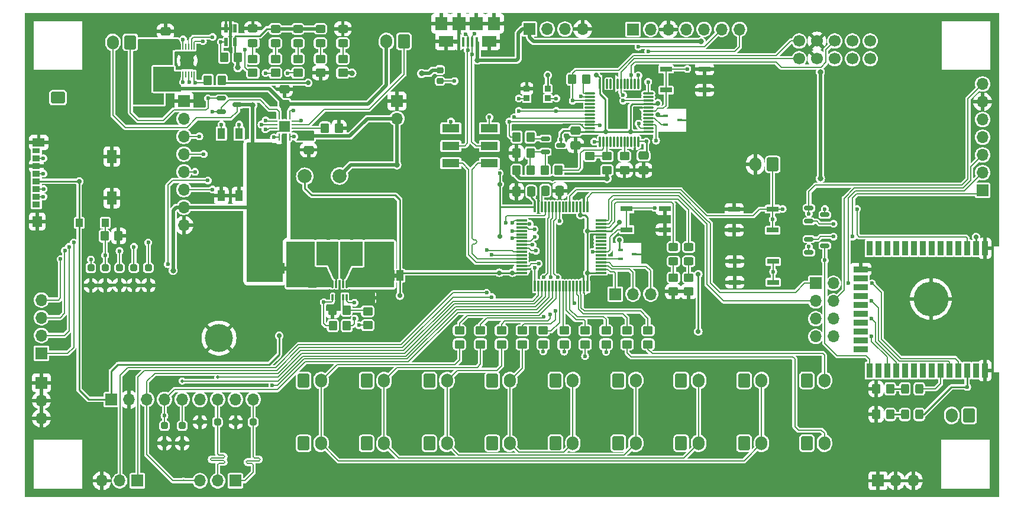
<source format=gtl>
G04 #@! TF.GenerationSoftware,KiCad,Pcbnew,7.0.10*
G04 #@! TF.CreationDate,2024-03-07T14:57:27-05:00*
G04 #@! TF.ProjectId,ECE477_PCBDesign,45434534-3737-45f5-9043-424465736967,1*
G04 #@! TF.SameCoordinates,Original*
G04 #@! TF.FileFunction,Copper,L1,Top*
G04 #@! TF.FilePolarity,Positive*
%FSLAX46Y46*%
G04 Gerber Fmt 4.6, Leading zero omitted, Abs format (unit mm)*
G04 Created by KiCad (PCBNEW 7.0.10) date 2024-03-07 14:57:27*
%MOMM*%
%LPD*%
G01*
G04 APERTURE LIST*
G04 Aperture macros list*
%AMRoundRect*
0 Rectangle with rounded corners*
0 $1 Rounding radius*
0 $2 $3 $4 $5 $6 $7 $8 $9 X,Y pos of 4 corners*
0 Add a 4 corners polygon primitive as box body*
4,1,4,$2,$3,$4,$5,$6,$7,$8,$9,$2,$3,0*
0 Add four circle primitives for the rounded corners*
1,1,$1+$1,$2,$3*
1,1,$1+$1,$4,$5*
1,1,$1+$1,$6,$7*
1,1,$1+$1,$8,$9*
0 Add four rect primitives between the rounded corners*
20,1,$1+$1,$2,$3,$4,$5,0*
20,1,$1+$1,$4,$5,$6,$7,0*
20,1,$1+$1,$6,$7,$8,$9,0*
20,1,$1+$1,$8,$9,$2,$3,0*%
G04 Aperture macros list end*
G04 #@! TA.AperFunction,ComponentPad*
%ADD10R,1.700000X1.700000*%
G04 #@! TD*
G04 #@! TA.AperFunction,ComponentPad*
%ADD11O,1.700000X1.700000*%
G04 #@! TD*
G04 #@! TA.AperFunction,SMDPad,CuDef*
%ADD12R,2.489200X1.193800*%
G04 #@! TD*
G04 #@! TA.AperFunction,SMDPad,CuDef*
%ADD13RoundRect,0.250000X-0.250000X-0.250000X0.250000X-0.250000X0.250000X0.250000X-0.250000X0.250000X0*%
G04 #@! TD*
G04 #@! TA.AperFunction,ComponentPad*
%ADD14RoundRect,0.250000X-0.750000X0.600000X-0.750000X-0.600000X0.750000X-0.600000X0.750000X0.600000X0*%
G04 #@! TD*
G04 #@! TA.AperFunction,ComponentPad*
%ADD15O,2.000000X1.700000*%
G04 #@! TD*
G04 #@! TA.AperFunction,ComponentPad*
%ADD16RoundRect,0.250000X-0.600000X-0.750000X0.600000X-0.750000X0.600000X0.750000X-0.600000X0.750000X0*%
G04 #@! TD*
G04 #@! TA.AperFunction,ComponentPad*
%ADD17O,1.700000X2.000000*%
G04 #@! TD*
G04 #@! TA.AperFunction,SMDPad,CuDef*
%ADD18RoundRect,0.250000X0.450000X-0.350000X0.450000X0.350000X-0.450000X0.350000X-0.450000X-0.350000X0*%
G04 #@! TD*
G04 #@! TA.AperFunction,ComponentPad*
%ADD19RoundRect,0.250000X0.600000X0.750000X-0.600000X0.750000X-0.600000X-0.750000X0.600000X-0.750000X0*%
G04 #@! TD*
G04 #@! TA.AperFunction,SMDPad,CuDef*
%ADD20R,0.812800X0.838200*%
G04 #@! TD*
G04 #@! TA.AperFunction,SMDPad,CuDef*
%ADD21R,1.701800X0.762000*%
G04 #@! TD*
G04 #@! TA.AperFunction,SMDPad,CuDef*
%ADD22RoundRect,0.250000X0.450000X-0.325000X0.450000X0.325000X-0.450000X0.325000X-0.450000X-0.325000X0*%
G04 #@! TD*
G04 #@! TA.AperFunction,SMDPad,CuDef*
%ADD23RoundRect,0.250000X-0.350000X-0.450000X0.350000X-0.450000X0.350000X0.450000X-0.350000X0.450000X0*%
G04 #@! TD*
G04 #@! TA.AperFunction,SMDPad,CuDef*
%ADD24RoundRect,0.250000X-0.450000X0.350000X-0.450000X-0.350000X0.450000X-0.350000X0.450000X0.350000X0*%
G04 #@! TD*
G04 #@! TA.AperFunction,SMDPad,CuDef*
%ADD25RoundRect,0.075000X0.662500X0.075000X-0.662500X0.075000X-0.662500X-0.075000X0.662500X-0.075000X0*%
G04 #@! TD*
G04 #@! TA.AperFunction,SMDPad,CuDef*
%ADD26RoundRect,0.075000X0.075000X0.662500X-0.075000X0.662500X-0.075000X-0.662500X0.075000X-0.662500X0*%
G04 #@! TD*
G04 #@! TA.AperFunction,SMDPad,CuDef*
%ADD27RoundRect,0.250000X-0.475000X0.337500X-0.475000X-0.337500X0.475000X-0.337500X0.475000X0.337500X0*%
G04 #@! TD*
G04 #@! TA.AperFunction,SMDPad,CuDef*
%ADD28RoundRect,0.250000X0.350000X0.450000X-0.350000X0.450000X-0.350000X-0.450000X0.350000X-0.450000X0*%
G04 #@! TD*
G04 #@! TA.AperFunction,ComponentPad*
%ADD29C,1.700000*%
G04 #@! TD*
G04 #@! TA.AperFunction,SMDPad,CuDef*
%ADD30RoundRect,0.250000X-0.450000X0.325000X-0.450000X-0.325000X0.450000X-0.325000X0.450000X0.325000X0*%
G04 #@! TD*
G04 #@! TA.AperFunction,SMDPad,CuDef*
%ADD31C,2.000000*%
G04 #@! TD*
G04 #@! TA.AperFunction,ComponentPad*
%ADD32C,1.320800*%
G04 #@! TD*
G04 #@! TA.AperFunction,SMDPad,CuDef*
%ADD33R,2.209800X0.711200*%
G04 #@! TD*
G04 #@! TA.AperFunction,SMDPad,CuDef*
%ADD34RoundRect,0.150000X-0.512500X-0.150000X0.512500X-0.150000X0.512500X0.150000X-0.512500X0.150000X0*%
G04 #@! TD*
G04 #@! TA.AperFunction,SMDPad,CuDef*
%ADD35RoundRect,0.250000X0.250000X-0.250000X0.250000X0.250000X-0.250000X0.250000X-0.250000X-0.250000X0*%
G04 #@! TD*
G04 #@! TA.AperFunction,SMDPad,CuDef*
%ADD36RoundRect,0.250000X-0.325000X-0.450000X0.325000X-0.450000X0.325000X0.450000X-0.325000X0.450000X0*%
G04 #@! TD*
G04 #@! TA.AperFunction,SMDPad,CuDef*
%ADD37RoundRect,0.250000X-0.337500X-0.475000X0.337500X-0.475000X0.337500X0.475000X-0.337500X0.475000X0*%
G04 #@! TD*
G04 #@! TA.AperFunction,SMDPad,CuDef*
%ADD38R,0.900000X2.000000*%
G04 #@! TD*
G04 #@! TA.AperFunction,SMDPad,CuDef*
%ADD39R,2.000000X0.900000*%
G04 #@! TD*
G04 #@! TA.AperFunction,HeatsinkPad*
%ADD40O,5.000000X5.000000*%
G04 #@! TD*
G04 #@! TA.AperFunction,SMDPad,CuDef*
%ADD41R,0.700000X0.450000*%
G04 #@! TD*
G04 #@! TA.AperFunction,SMDPad,CuDef*
%ADD42RoundRect,0.218750X0.256250X-0.218750X0.256250X0.218750X-0.256250X0.218750X-0.256250X-0.218750X0*%
G04 #@! TD*
G04 #@! TA.AperFunction,SMDPad,CuDef*
%ADD43RoundRect,0.062500X-0.062500X0.453500X-0.062500X-0.453500X0.062500X-0.453500X0.062500X0.453500X0*%
G04 #@! TD*
G04 #@! TA.AperFunction,SMDPad,CuDef*
%ADD44RoundRect,0.062500X-0.453500X0.062500X-0.453500X-0.062500X0.453500X-0.062500X0.453500X0.062500X0*%
G04 #@! TD*
G04 #@! TA.AperFunction,HeatsinkPad*
%ADD45C,1.600000*%
G04 #@! TD*
G04 #@! TA.AperFunction,SMDPad,CuDef*
%ADD46R,1.600000X1.600000*%
G04 #@! TD*
G04 #@! TA.AperFunction,SMDPad,CuDef*
%ADD47RoundRect,0.250000X0.475000X-0.337500X0.475000X0.337500X-0.475000X0.337500X-0.475000X-0.337500X0*%
G04 #@! TD*
G04 #@! TA.AperFunction,SMDPad,CuDef*
%ADD48RoundRect,0.075000X0.700000X0.075000X-0.700000X0.075000X-0.700000X-0.075000X0.700000X-0.075000X0*%
G04 #@! TD*
G04 #@! TA.AperFunction,SMDPad,CuDef*
%ADD49RoundRect,0.075000X0.075000X0.700000X-0.075000X0.700000X-0.075000X-0.700000X0.075000X-0.700000X0*%
G04 #@! TD*
G04 #@! TA.AperFunction,SMDPad,CuDef*
%ADD50R,1.000000X1.500000*%
G04 #@! TD*
G04 #@! TA.AperFunction,SMDPad,CuDef*
%ADD51R,1.100000X0.850000*%
G04 #@! TD*
G04 #@! TA.AperFunction,SMDPad,CuDef*
%ADD52R,1.100000X0.750000*%
G04 #@! TD*
G04 #@! TA.AperFunction,SMDPad,CuDef*
%ADD53R,1.000000X1.200000*%
G04 #@! TD*
G04 #@! TA.AperFunction,SMDPad,CuDef*
%ADD54R,1.350000X1.550000*%
G04 #@! TD*
G04 #@! TA.AperFunction,SMDPad,CuDef*
%ADD55R,1.800000X1.170000*%
G04 #@! TD*
G04 #@! TA.AperFunction,SMDPad,CuDef*
%ADD56R,1.350000X1.900000*%
G04 #@! TD*
G04 #@! TA.AperFunction,SMDPad,CuDef*
%ADD57R,1.100000X1.500000*%
G04 #@! TD*
G04 #@! TA.AperFunction,SMDPad,CuDef*
%ADD58RoundRect,0.012500X0.112500X-0.386000X0.112500X0.386000X-0.112500X0.386000X-0.112500X-0.386000X0*%
G04 #@! TD*
G04 #@! TA.AperFunction,SMDPad,CuDef*
%ADD59RoundRect,0.012500X0.112500X-0.536000X0.112500X0.536000X-0.112500X0.536000X-0.112500X-0.536000X0*%
G04 #@! TD*
G04 #@! TA.AperFunction,SMDPad,CuDef*
%ADD60RoundRect,0.012500X0.112500X-0.736000X0.112500X0.736000X-0.112500X0.736000X-0.112500X-0.736000X0*%
G04 #@! TD*
G04 #@! TA.AperFunction,SMDPad,CuDef*
%ADD61R,2.158600X2.794000*%
G04 #@! TD*
G04 #@! TA.AperFunction,SMDPad,CuDef*
%ADD62RoundRect,0.020000X-0.180000X0.575000X-0.180000X-0.575000X0.180000X-0.575000X0.180000X0.575000X0*%
G04 #@! TD*
G04 #@! TA.AperFunction,SMDPad,CuDef*
%ADD63R,0.200000X0.200000*%
G04 #@! TD*
G04 #@! TA.AperFunction,SMDPad,CuDef*
%ADD64O,0.200000X0.850000*%
G04 #@! TD*
G04 #@! TA.AperFunction,SMDPad,CuDef*
%ADD65R,0.675000X0.400000*%
G04 #@! TD*
G04 #@! TA.AperFunction,SMDPad,CuDef*
%ADD66R,1.950000X2.600000*%
G04 #@! TD*
G04 #@! TA.AperFunction,ComponentPad*
%ADD67C,2.000000*%
G04 #@! TD*
G04 #@! TA.AperFunction,SMDPad,CuDef*
%ADD68R,0.400000X1.350000*%
G04 #@! TD*
G04 #@! TA.AperFunction,SMDPad,CuDef*
%ADD69R,1.800000X1.900000*%
G04 #@! TD*
G04 #@! TA.AperFunction,SMDPad,CuDef*
%ADD70R,2.100000X1.600000*%
G04 #@! TD*
G04 #@! TA.AperFunction,SMDPad,CuDef*
%ADD71R,1.900000X1.900000*%
G04 #@! TD*
G04 #@! TA.AperFunction,SMDPad,CuDef*
%ADD72RoundRect,0.250000X0.337500X0.475000X-0.337500X0.475000X-0.337500X-0.475000X0.337500X-0.475000X0*%
G04 #@! TD*
G04 #@! TA.AperFunction,ComponentPad*
%ADD73C,4.000000*%
G04 #@! TD*
G04 #@! TA.AperFunction,ViaPad*
%ADD74C,0.600000*%
G04 #@! TD*
G04 #@! TA.AperFunction,ViaPad*
%ADD75C,0.700000*%
G04 #@! TD*
G04 #@! TA.AperFunction,ViaPad*
%ADD76C,0.500000*%
G04 #@! TD*
G04 #@! TA.AperFunction,ViaPad*
%ADD77C,0.800000*%
G04 #@! TD*
G04 #@! TA.AperFunction,Conductor*
%ADD78C,0.178000*%
G04 #@! TD*
G04 #@! TA.AperFunction,Conductor*
%ADD79C,0.254000*%
G04 #@! TD*
G04 #@! TA.AperFunction,Conductor*
%ADD80C,0.203000*%
G04 #@! TD*
G04 #@! TA.AperFunction,Conductor*
%ADD81C,0.508000*%
G04 #@! TD*
G04 APERTURE END LIST*
G04 #@! TA.AperFunction,EtchedComponent*
G36*
X200913311Y-141212060D02*
G01*
X200413311Y-141212060D01*
X200413311Y-140612060D01*
X200913311Y-140612060D01*
X200913311Y-141212060D01*
G37*
G04 #@! TD.AperFunction*
G04 #@! TA.AperFunction,EtchedComponent*
G36*
X185188311Y-140187060D02*
G01*
X184688311Y-140187060D01*
X184688311Y-139587060D01*
X185188311Y-139587060D01*
X185188311Y-140187060D01*
G37*
G04 #@! TD.AperFunction*
D10*
X284720000Y-128700000D03*
D11*
X284720000Y-126160000D03*
X284720000Y-123620000D03*
X284720000Y-121080000D03*
X284720000Y-118540000D03*
X284720000Y-116000000D03*
X284720000Y-113460000D03*
D12*
X214123084Y-124825000D03*
X214123084Y-122325000D03*
X214123084Y-119825000D03*
X208611284Y-119825000D03*
X208611284Y-122325000D03*
X208611284Y-124825000D03*
D13*
X172710000Y-161900000D03*
X175210000Y-161900000D03*
D14*
X152380000Y-115410000D03*
D15*
X152380000Y-117910000D03*
D16*
X196550000Y-155950000D03*
D17*
X199050000Y-155950000D03*
D18*
X193150000Y-111850000D03*
X193150000Y-109850000D03*
D19*
X162740000Y-107485000D03*
D17*
X160240000Y-107485000D03*
D20*
X222473600Y-115515001D03*
X222473600Y-114134999D03*
X219476400Y-114134999D03*
X219476400Y-115515001D03*
D18*
X236825000Y-150750000D03*
X236825000Y-148750000D03*
D21*
X254674701Y-134390000D03*
X254674701Y-131390000D03*
X249165299Y-131390000D03*
X249165299Y-134390000D03*
D22*
X242650000Y-138857500D03*
X242650000Y-136807500D03*
D10*
X163754701Y-170300000D03*
D11*
X161214701Y-170300000D03*
X158674701Y-170300000D03*
D16*
X259575000Y-164925000D03*
D17*
X262075000Y-164925000D03*
D16*
X223575000Y-155925000D03*
D17*
X226075000Y-155925000D03*
D23*
X191710000Y-148070000D03*
X193710000Y-148070000D03*
D24*
X224825000Y-148750000D03*
X224825000Y-150750000D03*
D25*
X236862500Y-120325000D03*
X236862500Y-119825000D03*
X236862500Y-119325000D03*
X236862500Y-118825000D03*
X236862500Y-118325000D03*
X236862500Y-117825000D03*
X236862500Y-117325000D03*
X236862500Y-116825000D03*
X236862500Y-116325000D03*
X236862500Y-115825000D03*
X236862500Y-115325000D03*
X236862500Y-114825000D03*
D26*
X235450000Y-113412500D03*
X234950000Y-113412500D03*
X234450000Y-113412500D03*
X233950000Y-113412500D03*
X233450000Y-113412500D03*
X232950000Y-113412500D03*
X232450000Y-113412500D03*
X231950000Y-113412500D03*
X231450000Y-113412500D03*
X230950000Y-113412500D03*
X230450000Y-113412500D03*
X229950000Y-113412500D03*
D25*
X228537500Y-114825000D03*
X228537500Y-115325000D03*
X228537500Y-115825000D03*
X228537500Y-116325000D03*
X228537500Y-116825000D03*
X228537500Y-117325000D03*
X228537500Y-117825000D03*
X228537500Y-118325000D03*
X228537500Y-118825000D03*
X228537500Y-119325000D03*
X228537500Y-119825000D03*
X228537500Y-120325000D03*
D26*
X229950000Y-121737500D03*
X230450000Y-121737500D03*
X230950000Y-121737500D03*
X231450000Y-121737500D03*
X231950000Y-121737500D03*
X232450000Y-121737500D03*
X232950000Y-121737500D03*
X233450000Y-121737500D03*
X233950000Y-121737500D03*
X234450000Y-121737500D03*
X234950000Y-121737500D03*
X235450000Y-121737500D03*
D27*
X188250000Y-120812500D03*
X188250000Y-122887500D03*
D22*
X240460000Y-138875000D03*
X240460000Y-136825000D03*
D28*
X193688311Y-145849560D03*
X191688311Y-145849560D03*
D18*
X233450000Y-125775000D03*
X233450000Y-123775000D03*
D29*
X258460000Y-109840000D03*
X258460000Y-107300000D03*
X261000000Y-109840000D03*
X261000000Y-107300000D03*
X263540000Y-109840000D03*
X263540000Y-107300000D03*
X266080000Y-109840000D03*
X266080000Y-107300000D03*
X268620000Y-109840000D03*
X268620000Y-107300000D03*
D18*
X233825000Y-150750000D03*
X233825000Y-148750000D03*
D27*
X226450000Y-120150000D03*
X226450000Y-122225000D03*
D21*
X239395299Y-111325000D03*
X239395299Y-114325000D03*
X244904701Y-114325000D03*
X244904701Y-111325000D03*
D30*
X193150000Y-105543750D03*
X193150000Y-107593750D03*
D16*
X250575000Y-164925000D03*
D17*
X253075000Y-164925000D03*
D16*
X187550000Y-155950000D03*
D17*
X190050000Y-155950000D03*
D10*
X219867184Y-105600000D03*
D11*
X222407184Y-105600000D03*
X224947184Y-105600000D03*
X227487184Y-105600000D03*
D31*
X197225000Y-126600000D03*
D32*
X164967400Y-115479999D03*
X164967400Y-117480001D03*
D10*
X150025000Y-152025000D03*
D11*
X150025000Y-149485000D03*
X150025000Y-146945000D03*
X150025000Y-144405000D03*
D18*
X196710000Y-148010000D03*
X196710000Y-146010000D03*
D10*
X234670000Y-105620000D03*
D11*
X237210000Y-105620000D03*
X239750000Y-105620000D03*
X242290000Y-105620000D03*
X244830000Y-105620000D03*
X247370000Y-105620000D03*
X249910000Y-105620000D03*
D33*
X167280000Y-111541500D03*
X167280000Y-110398500D03*
D34*
X259862500Y-131227500D03*
X259862500Y-133127500D03*
X262137500Y-132177500D03*
D31*
X182975000Y-126750000D03*
D35*
X157080000Y-142307500D03*
X157080000Y-139807500D03*
X165310000Y-142290000D03*
X165310000Y-139790000D03*
D28*
X178140000Y-109630000D03*
X176140000Y-109630000D03*
D24*
X183500000Y-109850000D03*
X183500000Y-111850000D03*
X230825000Y-148750000D03*
X230825000Y-150750000D03*
D28*
X175830000Y-112930000D03*
X173830000Y-112930000D03*
D23*
X222025000Y-125800000D03*
X224025000Y-125800000D03*
D27*
X236200000Y-123712500D03*
X236200000Y-125787500D03*
D21*
X233775000Y-131331250D03*
X233775000Y-134331250D03*
X239284402Y-134331250D03*
X239284402Y-131331250D03*
D19*
X201890000Y-107355000D03*
D17*
X199390000Y-107355000D03*
D34*
X222112500Y-121280000D03*
X222112500Y-123180000D03*
X224387500Y-122230000D03*
D23*
X218025000Y-125825000D03*
X220025000Y-125825000D03*
D16*
X232575000Y-155925000D03*
D17*
X235075000Y-155925000D03*
D16*
X214550000Y-155950000D03*
D17*
X217050000Y-155950000D03*
D16*
X187550000Y-164950000D03*
D17*
X190050000Y-164950000D03*
D28*
X161052500Y-135230000D03*
X159052500Y-135230000D03*
D36*
X273590000Y-160800000D03*
X275640000Y-160800000D03*
D24*
X221825000Y-148750000D03*
X221825000Y-150750000D03*
D10*
X170400000Y-115885000D03*
D11*
X170400000Y-118425000D03*
X170400000Y-120965000D03*
X170400000Y-123505000D03*
X170400000Y-126045000D03*
X170400000Y-128585000D03*
X170400000Y-131125000D03*
X170400000Y-133665000D03*
X200880000Y-118425000D03*
D10*
X200880000Y-115885000D03*
D22*
X183500000Y-107600000D03*
X183500000Y-105550000D03*
D34*
X175787500Y-115500000D03*
X175787500Y-117400000D03*
X178062500Y-116450000D03*
D22*
X189950000Y-107593750D03*
X189950000Y-105543750D03*
D10*
X150025000Y-156255000D03*
D11*
X150025000Y-158795000D03*
X150025000Y-161335000D03*
D16*
X241575000Y-155925000D03*
D17*
X244075000Y-155925000D03*
D24*
X189950000Y-109850000D03*
X189950000Y-111850000D03*
D35*
X159140000Y-142300000D03*
X159140000Y-139800000D03*
D19*
X282790000Y-160945000D03*
D17*
X280290000Y-160945000D03*
D31*
X192675000Y-126625000D03*
D18*
X240460000Y-143190000D03*
X240460000Y-141190000D03*
D27*
X196730000Y-142012500D03*
X196730000Y-144087500D03*
D37*
X222132500Y-128740000D03*
X224207500Y-128740000D03*
D16*
X205550000Y-155950000D03*
D17*
X208050000Y-155950000D03*
D35*
X170170000Y-164910000D03*
X170170000Y-162410000D03*
D38*
X285045000Y-137000000D03*
X283775000Y-137000000D03*
X282505000Y-137000000D03*
X281235000Y-137000000D03*
X279965000Y-137000000D03*
X278695000Y-137000000D03*
X277425000Y-137000000D03*
X276155000Y-137000000D03*
X274885000Y-137000000D03*
X273615000Y-137000000D03*
X272345000Y-137000000D03*
X271075000Y-137000000D03*
X269805000Y-137000000D03*
X268535000Y-137000000D03*
D39*
X267285000Y-140035000D03*
X267285000Y-141305000D03*
X267285000Y-142575000D03*
X267285000Y-143845000D03*
X267285000Y-145115000D03*
X267285000Y-146385000D03*
X267285000Y-147655000D03*
X267285000Y-148925000D03*
X267285000Y-150195000D03*
X267285000Y-151465000D03*
D38*
X268535000Y-154500000D03*
X269805000Y-154500000D03*
X271075000Y-154500000D03*
X272345000Y-154500000D03*
X273615000Y-154500000D03*
X274885000Y-154500000D03*
X276155000Y-154500000D03*
X277425000Y-154500000D03*
X278695000Y-154500000D03*
X279965000Y-154500000D03*
X281235000Y-154500000D03*
X282505000Y-154500000D03*
X283775000Y-154500000D03*
X285045000Y-154500000D03*
D40*
X277325000Y-144250000D03*
D41*
X232860000Y-137200000D03*
X232860000Y-138500000D03*
X234860000Y-137850000D03*
D24*
X186725000Y-109850000D03*
X186725000Y-111850000D03*
D35*
X161190000Y-142280000D03*
X161190000Y-139780000D03*
D42*
X207042184Y-113037500D03*
X207042184Y-111462500D03*
D19*
X254680000Y-124985000D03*
D17*
X252180000Y-124985000D03*
D22*
X186725000Y-107600000D03*
X186725000Y-105550000D03*
D24*
X230950000Y-123800000D03*
X230950000Y-125800000D03*
D43*
X185537500Y-118021500D03*
X185037500Y-118021500D03*
X184537500Y-118021500D03*
X184037500Y-118021500D03*
D44*
X183271500Y-118787500D03*
X183271500Y-119287500D03*
X183271500Y-119787500D03*
X183271500Y-120287500D03*
D43*
X184037500Y-121053500D03*
X184533500Y-121053500D03*
X185037500Y-121053500D03*
X185537500Y-121053500D03*
D44*
X186303500Y-120287500D03*
X186303500Y-119787500D03*
X186303500Y-119287500D03*
X186303500Y-118787500D03*
D45*
X184787500Y-119537500D03*
D46*
X184787500Y-119537500D03*
D18*
X228510000Y-125800000D03*
X228510000Y-123800000D03*
D16*
X250575000Y-155925000D03*
D17*
X253075000Y-155925000D03*
D10*
X232135000Y-143550000D03*
D11*
X234675000Y-143550000D03*
X237215000Y-143550000D03*
D30*
X180275000Y-105525000D03*
X180275000Y-107575000D03*
D47*
X184780000Y-116297500D03*
X184780000Y-114222500D03*
D34*
X259862500Y-135677500D03*
X259862500Y-137577500D03*
X262137500Y-136627500D03*
D21*
X254734701Y-141870000D03*
X254734701Y-138870000D03*
X249225299Y-138870000D03*
X249225299Y-141870000D03*
D48*
X230075000Y-140500000D03*
X230075000Y-140000000D03*
X230075000Y-139500000D03*
X230075000Y-139000000D03*
X230075000Y-138500000D03*
X230075000Y-138000000D03*
X230075000Y-137500000D03*
X230075000Y-137000000D03*
X230075000Y-136500000D03*
X230075000Y-136000000D03*
X230075000Y-135500000D03*
X230075000Y-135000000D03*
X230075000Y-134500000D03*
X230075000Y-134000000D03*
X230075000Y-133500000D03*
X230075000Y-133000000D03*
D49*
X228150000Y-131075000D03*
X227650000Y-131075000D03*
X227150000Y-131075000D03*
X226650000Y-131075000D03*
X226150000Y-131075000D03*
X225650000Y-131075000D03*
X225150000Y-131075000D03*
X224650000Y-131075000D03*
X224150000Y-131075000D03*
X223650000Y-131075000D03*
X223150000Y-131075000D03*
X222650000Y-131075000D03*
X222150000Y-131075000D03*
X221650000Y-131075000D03*
X221150000Y-131075000D03*
X220650000Y-131075000D03*
D48*
X218725000Y-133000000D03*
X218725000Y-133500000D03*
X218725000Y-134000000D03*
X218725000Y-134500000D03*
X218725000Y-135000000D03*
X218725000Y-135500000D03*
X218725000Y-136000000D03*
X218725000Y-136500000D03*
X218725000Y-137000000D03*
X218725000Y-137500000D03*
X218725000Y-138000000D03*
X218725000Y-138500000D03*
X218725000Y-139000000D03*
X218725000Y-139500000D03*
X218725000Y-140000000D03*
X218725000Y-140500000D03*
D49*
X220650000Y-142425000D03*
X221150000Y-142425000D03*
X221650000Y-142425000D03*
X222150000Y-142425000D03*
X222650000Y-142425000D03*
X223150000Y-142425000D03*
X223650000Y-142425000D03*
X224150000Y-142425000D03*
X224650000Y-142425000D03*
X225150000Y-142425000D03*
X225650000Y-142425000D03*
X226150000Y-142425000D03*
X226650000Y-142425000D03*
X227150000Y-142425000D03*
X227650000Y-142425000D03*
X228150000Y-142425000D03*
D23*
X269490000Y-157130000D03*
X271490000Y-157130000D03*
D35*
X167620000Y-164920000D03*
X167620000Y-162420000D03*
D16*
X259575000Y-155925000D03*
D17*
X262075000Y-155925000D03*
D18*
X242650000Y-143190000D03*
X242650000Y-141190000D03*
D50*
X200013311Y-140912060D03*
X201313311Y-140912060D03*
D51*
X149275000Y-130690000D03*
X149275000Y-129590000D03*
X149275000Y-128490000D03*
X149275000Y-127390000D03*
X149275000Y-126290000D03*
X149275000Y-125190000D03*
X149275000Y-124090000D03*
D52*
X149275000Y-123040000D03*
D53*
X155425000Y-133325000D03*
X159125000Y-133325000D03*
D54*
X149400000Y-133150000D03*
D55*
X149625000Y-121830000D03*
D56*
X160100000Y-123855000D03*
X160100000Y-129825000D03*
D23*
X190580000Y-119775000D03*
X192580000Y-119775000D03*
D16*
X205550000Y-164950000D03*
D17*
X208050000Y-164950000D03*
D24*
X218850000Y-148750000D03*
X218850000Y-150750000D03*
D28*
X220020000Y-123350000D03*
X218020000Y-123350000D03*
D50*
X184288311Y-139887060D03*
X185588311Y-139887060D03*
D57*
X175760000Y-129450000D03*
X175760000Y-120550000D03*
X178300000Y-129450000D03*
X178300000Y-120550000D03*
D41*
X239330000Y-118000000D03*
X239330000Y-119300000D03*
X241330000Y-118650000D03*
D24*
X212850000Y-148750000D03*
X212850000Y-150750000D03*
D36*
X273590000Y-157130000D03*
X275640000Y-157130000D03*
D58*
X191688311Y-143985560D03*
X192188311Y-143985560D03*
X192688311Y-143985560D03*
X193188311Y-143985560D03*
X193688311Y-143985560D03*
D59*
X193688311Y-142138560D03*
X193188311Y-142138560D03*
D60*
X192688311Y-142338560D03*
D59*
X192188311Y-142138560D03*
X191688311Y-142138560D03*
D10*
X177775000Y-170300000D03*
D11*
X175235000Y-170300000D03*
X172695000Y-170300000D03*
D16*
X223575000Y-164925000D03*
D17*
X226075000Y-164925000D03*
D10*
X260815000Y-142010000D03*
D11*
X263355000Y-142010000D03*
X260815000Y-144550000D03*
X263355000Y-144550000D03*
X260815000Y-147090000D03*
X263355000Y-147090000D03*
X260815000Y-149630000D03*
X263355000Y-149630000D03*
D16*
X214550000Y-164950000D03*
D17*
X217050000Y-164950000D03*
D27*
X167775000Y-105912500D03*
X167775000Y-107987500D03*
D61*
X190567611Y-137824560D03*
X194809011Y-137824560D03*
D16*
X196550000Y-164950000D03*
D17*
X199050000Y-164950000D03*
D62*
X177725000Y-105530000D03*
X177075000Y-105530000D03*
X176425000Y-105530000D03*
X176425000Y-107450000D03*
X177725000Y-107450000D03*
D63*
X171875000Y-107800000D03*
D64*
X171875000Y-108125000D03*
D63*
X171475000Y-107800000D03*
D64*
X171475000Y-108125000D03*
D63*
X171075000Y-107800000D03*
D64*
X171075000Y-108125000D03*
D63*
X170675000Y-107800000D03*
D64*
X170675000Y-108125000D03*
D63*
X170275000Y-107800000D03*
D64*
X170275000Y-108125000D03*
D63*
X169875000Y-107800000D03*
D64*
X169875000Y-108125000D03*
X169875000Y-112075000D03*
D63*
X169875000Y-112400000D03*
D64*
X170275000Y-112075000D03*
D63*
X170275000Y-112400000D03*
D64*
X170675000Y-112075000D03*
D63*
X170675000Y-112400000D03*
D64*
X171075000Y-112075000D03*
D63*
X171075000Y-112400000D03*
D64*
X171475000Y-112075000D03*
D63*
X171475000Y-112400000D03*
D64*
X171875000Y-112075000D03*
D63*
X171875000Y-112400000D03*
D65*
X172187500Y-109000000D03*
X169562500Y-109000000D03*
D66*
X170875000Y-110100000D03*
D67*
X170875000Y-110100000D03*
D65*
X172187500Y-111200000D03*
X169562500Y-111200000D03*
D23*
X269502500Y-160800000D03*
X271502500Y-160800000D03*
D68*
X212317184Y-107450000D03*
X211667184Y-107450000D03*
X211017184Y-107450000D03*
X210367184Y-107450000D03*
X209717184Y-107450000D03*
D69*
X214817184Y-104775000D03*
D70*
X214117184Y-107325000D03*
D71*
X212217184Y-104775000D03*
X209817184Y-104775000D03*
D70*
X207917184Y-107325000D03*
D69*
X207217184Y-104775000D03*
D10*
X160010000Y-158654299D03*
D11*
X162550000Y-158654299D03*
X165090000Y-158654299D03*
X167630000Y-158654299D03*
X170170000Y-158654299D03*
X172710000Y-158654299D03*
X175250000Y-158654299D03*
X177790000Y-158654299D03*
X180330000Y-158654299D03*
D16*
X241575000Y-164925000D03*
D17*
X244075000Y-164925000D03*
D24*
X227825000Y-148750000D03*
X227825000Y-150750000D03*
D28*
X220020000Y-121060000D03*
X218020000Y-121060000D03*
D72*
X220107500Y-128860000D03*
X218032500Y-128860000D03*
D13*
X177820000Y-161900000D03*
X180320000Y-161900000D03*
D16*
X232575000Y-164925000D03*
D17*
X235075000Y-164925000D03*
D18*
X180275000Y-111850000D03*
X180275000Y-109850000D03*
D31*
X187700000Y-126675000D03*
D35*
X163250000Y-142290000D03*
X163250000Y-139790000D03*
D23*
X225975000Y-112775000D03*
X227975000Y-112775000D03*
D24*
X215850000Y-148750000D03*
X215850000Y-150750000D03*
D10*
X269755000Y-170300000D03*
D11*
X272295000Y-170300000D03*
X274835000Y-170300000D03*
D27*
X188760000Y-142022500D03*
X188760000Y-144097500D03*
D24*
X209850000Y-148750000D03*
X209850000Y-150750000D03*
D73*
X175420000Y-149860000D03*
D74*
X167150000Y-117500000D03*
X161650000Y-117500000D03*
X161400000Y-112500000D03*
X205890000Y-142240000D03*
X208430000Y-142240000D03*
X208430000Y-137160000D03*
X205890000Y-137160000D03*
X205890000Y-139700000D03*
X208430000Y-139700000D03*
X210970000Y-139700000D03*
X170273219Y-113200171D03*
X254150000Y-147320000D03*
X193190000Y-104140000D03*
X274470000Y-127000000D03*
X186500000Y-129450000D03*
X157630000Y-147320000D03*
X172870000Y-165100000D03*
X162710000Y-147320000D03*
X266850000Y-119380000D03*
X212840000Y-162870000D03*
X246530000Y-114300000D03*
X152550000Y-122040000D03*
X205890000Y-119380000D03*
X271930000Y-165100000D03*
X151150000Y-125250000D03*
X165250000Y-152400000D03*
D75*
X234580000Y-135870000D03*
D74*
X254650000Y-162840000D03*
D76*
X192688311Y-143112060D03*
D74*
X282090000Y-132080000D03*
X226210000Y-109220000D03*
X238910000Y-170180000D03*
X284630000Y-142240000D03*
X173680000Y-133900000D03*
X205420000Y-107410000D03*
X274470000Y-139700000D03*
X203350000Y-129540000D03*
X282090000Y-149860000D03*
X271930000Y-142240000D03*
X264310000Y-127000000D03*
X271930000Y-139700000D03*
X177950000Y-104140000D03*
X198270000Y-148590000D03*
X157630000Y-165100000D03*
X229510000Y-170180000D03*
X256810000Y-142250000D03*
X157630000Y-144780000D03*
X227250000Y-136650000D03*
X195730000Y-106680000D03*
X269390000Y-139700000D03*
X220540000Y-170180000D03*
X269390000Y-132080000D03*
X241450000Y-149860000D03*
X271930000Y-149860000D03*
X170330000Y-152400000D03*
X221900000Y-162840000D03*
X178000000Y-139100000D03*
X203350000Y-124460000D03*
X199540000Y-147320000D03*
X197800000Y-162880000D03*
X203180000Y-105090000D03*
X256690000Y-149860000D03*
X254150000Y-106680000D03*
X239560000Y-132750000D03*
X155090000Y-122040000D03*
X165250000Y-124460000D03*
X224450000Y-137350000D03*
X165250000Y-132080000D03*
X242810000Y-162840000D03*
X211310000Y-155240000D03*
X162710000Y-165100000D03*
X152550000Y-154940000D03*
X256690000Y-119380000D03*
X216050000Y-116840000D03*
X216400000Y-129000000D03*
X254150000Y-114300000D03*
X228151500Y-162850000D03*
X277010000Y-149860000D03*
X233830000Y-109220000D03*
X162710000Y-129540000D03*
X238910000Y-149860000D03*
X246530000Y-111760000D03*
X221600000Y-138250000D03*
X282090000Y-147320000D03*
X230870000Y-162840000D03*
X264310000Y-124460000D03*
X279550000Y-134620000D03*
X167790000Y-149860000D03*
X254150000Y-116840000D03*
X180490000Y-149860000D03*
X181800000Y-108430000D03*
X200620000Y-162870000D03*
X254150000Y-119380000D03*
X235380000Y-118010000D03*
X224509750Y-119429500D03*
X238910000Y-142240000D03*
X156930000Y-104030000D03*
X185880000Y-162870000D03*
X208430000Y-116840000D03*
X211510000Y-170180000D03*
X162710000Y-162560000D03*
X195730000Y-104140000D03*
X221130000Y-111760000D03*
X262400000Y-129000000D03*
X226800000Y-138900000D03*
X248850000Y-162840000D03*
X274470000Y-134620000D03*
X242650000Y-112830000D03*
X229310000Y-165050000D03*
X238350000Y-115250000D03*
X155090000Y-162560000D03*
X284630000Y-144780000D03*
X209640000Y-162870000D03*
X162710000Y-124460000D03*
X239810000Y-162850000D03*
X189310000Y-104140000D03*
X170330000Y-167640000D03*
D76*
X193440000Y-143120000D03*
D74*
X284120000Y-163020000D03*
X277010000Y-127000000D03*
X160170000Y-144780000D03*
X208430000Y-129540000D03*
X271930000Y-134620000D03*
X284010000Y-156550000D03*
X177950000Y-165100000D03*
X264310000Y-137160000D03*
X227250000Y-135100000D03*
X248620000Y-104750000D03*
X224820000Y-162850000D03*
X277010000Y-119380000D03*
X269390000Y-116840000D03*
X167790000Y-127000000D03*
X264310000Y-132080000D03*
X274470000Y-104140000D03*
X274470000Y-106680000D03*
X243990000Y-149860000D03*
X188820000Y-162880000D03*
X259230000Y-121920000D03*
X213510000Y-116840000D03*
X271930000Y-104580000D03*
X175410000Y-144780000D03*
X251610000Y-147320000D03*
X256690000Y-116840000D03*
X167790000Y-147320000D03*
X284630000Y-152400000D03*
X242450000Y-121400000D03*
X167790000Y-167640000D03*
X256690000Y-114300000D03*
X232330000Y-127830000D03*
X251610000Y-119380000D03*
X251610000Y-116840000D03*
X188110000Y-146830000D03*
X282090000Y-142240000D03*
X263610000Y-153840000D03*
X271930000Y-114300000D03*
X238910000Y-144780000D03*
X179270000Y-117179000D03*
X165250000Y-121920000D03*
X277010000Y-114300000D03*
X246530000Y-116840000D03*
X251610000Y-111760000D03*
X183030000Y-165100000D03*
X191060000Y-135510000D03*
X237800000Y-139430000D03*
X217070000Y-107670000D03*
X205890000Y-129540000D03*
X228752000Y-135350000D03*
X165250000Y-149860000D03*
X162710000Y-149860000D03*
X243990000Y-124460000D03*
X236670000Y-162840000D03*
X228910000Y-127830000D03*
X203350000Y-170180000D03*
X271930000Y-124460000D03*
X266850000Y-170180000D03*
X244090000Y-128630000D03*
X246530000Y-147320000D03*
X189380000Y-148910000D03*
X177160000Y-123940000D03*
D75*
X242680000Y-118630000D03*
D74*
X277010000Y-165100000D03*
X251800000Y-153850000D03*
X183030000Y-170180000D03*
X231290000Y-109220000D03*
X247520000Y-170180000D03*
X269390000Y-124460000D03*
X274470000Y-116840000D03*
X261770000Y-170180000D03*
X157630000Y-111760000D03*
X246530000Y-149860000D03*
X157630000Y-162560000D03*
X249070000Y-149860000D03*
X195730000Y-109220000D03*
X254610000Y-153840000D03*
X282090000Y-152400000D03*
X230830000Y-153850000D03*
X254150000Y-149860000D03*
X261770000Y-104580000D03*
X203350000Y-116840000D03*
X213510000Y-111760000D03*
X203350000Y-121920000D03*
X241450000Y-144780000D03*
X224100000Y-124200000D03*
X188110000Y-114300000D03*
X284070000Y-159170000D03*
X152550000Y-157480000D03*
X249070000Y-119380000D03*
X256690000Y-137160000D03*
X183030000Y-144780000D03*
X266850000Y-104580000D03*
X165840000Y-104140000D03*
X170330000Y-149860000D03*
X190650000Y-104140000D03*
X249070000Y-111760000D03*
X277010000Y-132080000D03*
X266850000Y-167640000D03*
X161000000Y-121920000D03*
X152550000Y-160020000D03*
X258426500Y-153850000D03*
X180490000Y-147320000D03*
X266850000Y-158060000D03*
X266850000Y-127000000D03*
X269390000Y-104580000D03*
X177950000Y-127000000D03*
X271930000Y-144780000D03*
X217050000Y-153930000D03*
X279550000Y-132080000D03*
X162710000Y-134620000D03*
X271930000Y-132080000D03*
X167790000Y-104140000D03*
X193190000Y-121920000D03*
X199850000Y-122750000D03*
X277010000Y-116840000D03*
X157630000Y-157480000D03*
X199540000Y-144780000D03*
X246920000Y-137140000D03*
X193680000Y-170170000D03*
X195150000Y-128250000D03*
X259230000Y-116840000D03*
X269390000Y-165100000D03*
X235970000Y-127830000D03*
X264310000Y-104580000D03*
X205890000Y-121920000D03*
X249070000Y-116840000D03*
X251610000Y-114300000D03*
X242420000Y-116060000D03*
X282090000Y-134620000D03*
X274470000Y-165100000D03*
X256690000Y-147320000D03*
X227550000Y-129410000D03*
X190830000Y-121920000D03*
X233860000Y-162850000D03*
X195730000Y-114300000D03*
X246920000Y-134600000D03*
D76*
X194163311Y-143112060D03*
D74*
X215830000Y-162880000D03*
X216050000Y-114300000D03*
X224450000Y-135150000D03*
X259230000Y-124460000D03*
X183030000Y-162560000D03*
X228750000Y-109220000D03*
X245580000Y-153840000D03*
X277010000Y-124460000D03*
X218640000Y-162870000D03*
X157630000Y-154750000D03*
X203350000Y-114300000D03*
X259230000Y-119380000D03*
X277010000Y-104140000D03*
X193190000Y-114300000D03*
X203350000Y-119380000D03*
D75*
X241080000Y-116690000D03*
D74*
X188110000Y-148910000D03*
X206830000Y-162880000D03*
X241430000Y-133450000D03*
X160170000Y-165100000D03*
X190650000Y-114300000D03*
X180490000Y-152400000D03*
X259230000Y-170180000D03*
X246530000Y-121920000D03*
X218590000Y-111760000D03*
X165250000Y-144780000D03*
X187000000Y-135200000D03*
X224830000Y-153850000D03*
X160170000Y-104360000D03*
X180490000Y-104140000D03*
X232400000Y-119300000D03*
X284630000Y-149860000D03*
X249170000Y-128630000D03*
X190650000Y-124460000D03*
X203840000Y-162880000D03*
X189366640Y-146830000D03*
X266850000Y-165100000D03*
X264310000Y-170180000D03*
X205410000Y-105100000D03*
X279550000Y-149860000D03*
X238910000Y-147320000D03*
X202310000Y-155030000D03*
X216650000Y-141500000D03*
X264310000Y-119380000D03*
X205890000Y-124460000D03*
X256690000Y-139700000D03*
X188800000Y-153870000D03*
X194400000Y-135490000D03*
X271930000Y-116840000D03*
X266850000Y-159620000D03*
X277010000Y-111760000D03*
X282090000Y-139700000D03*
X266850000Y-116840000D03*
X200640000Y-105090000D03*
X155090000Y-124460000D03*
D76*
X191213311Y-143112060D03*
D74*
X157630000Y-152400000D03*
X231290000Y-104140000D03*
X181920000Y-115080000D03*
X198270000Y-144780000D03*
X259230000Y-104580000D03*
X260800000Y-153850000D03*
X165250000Y-134620000D03*
X155090000Y-160020000D03*
X277010000Y-167640000D03*
X277010000Y-106680000D03*
X183030000Y-147320000D03*
X157630000Y-134620000D03*
X246530000Y-124460000D03*
X266850000Y-162560000D03*
X241450000Y-124460000D03*
X181970000Y-117510000D03*
X175300000Y-139050000D03*
X152550000Y-162560000D03*
X246530000Y-144780000D03*
X246530000Y-119380000D03*
X264310000Y-116840000D03*
X216340000Y-104740000D03*
X205890000Y-144780000D03*
X183030000Y-104140000D03*
X175410000Y-127000000D03*
X162710000Y-104360000D03*
X216770000Y-123350000D03*
X241450000Y-147320000D03*
X269800000Y-122100000D03*
X194820000Y-162870000D03*
X256690000Y-104580000D03*
X282090000Y-144780000D03*
X279550000Y-139700000D03*
X243540000Y-104750000D03*
X249070000Y-121920000D03*
X157620000Y-119770000D03*
X157630000Y-122040000D03*
X167790000Y-152400000D03*
X246920000Y-139680000D03*
X181900000Y-121000000D03*
X251610000Y-104140000D03*
X227248500Y-153840000D03*
X199200000Y-135250000D03*
X233830000Y-104140000D03*
X175410000Y-142240000D03*
X175410000Y-104140000D03*
X277010000Y-170180000D03*
X263650000Y-162840000D03*
X239780000Y-153840000D03*
X238460000Y-104750000D03*
X198100000Y-105090000D03*
X277010000Y-134620000D03*
X222850000Y-120200000D03*
X236370000Y-134620000D03*
X284630000Y-147320000D03*
X236630000Y-153850000D03*
X183030000Y-167640000D03*
X233820000Y-153860000D03*
D75*
X236350000Y-137850000D03*
D74*
X242770000Y-153850000D03*
X251840000Y-162840000D03*
X246630000Y-128630000D03*
X167790000Y-170180000D03*
X271930000Y-147320000D03*
X216050000Y-111760000D03*
X157630000Y-124460000D03*
X241000000Y-104750000D03*
X251610000Y-149860000D03*
X221073500Y-129728500D03*
X237800000Y-112950000D03*
X193280000Y-155140000D03*
X245620000Y-162850000D03*
X246080000Y-104750000D03*
X191680000Y-162880000D03*
X238910000Y-124460000D03*
X177950000Y-136430000D03*
X256690000Y-132080000D03*
X172870000Y-104140000D03*
X185570000Y-160020000D03*
X173660000Y-132250000D03*
X185570000Y-170180000D03*
X190650000Y-127000000D03*
X210970000Y-142240000D03*
X274470000Y-114300000D03*
X238970000Y-127830000D03*
X254150000Y-104580000D03*
X248810000Y-153840000D03*
X274470000Y-132080000D03*
X228050000Y-121700000D03*
X256690000Y-170180000D03*
X186060000Y-104140000D03*
X249070000Y-114300000D03*
X165250000Y-129540000D03*
X216650000Y-143500000D03*
X160170000Y-162560000D03*
X249070000Y-147320000D03*
D76*
X191913311Y-143112060D03*
D77*
X190413311Y-142087060D03*
D74*
X190413311Y-144712060D03*
X170275000Y-107075000D03*
X195440000Y-148010000D03*
X195438311Y-141960000D03*
D77*
X204410000Y-111960000D03*
X261490000Y-111726500D03*
X230950000Y-127000000D03*
X200880000Y-125030000D03*
X194450000Y-111900000D03*
X261500000Y-127000000D03*
X223125000Y-127000000D03*
X212390000Y-110034771D03*
X244445000Y-107350000D03*
D74*
X233260000Y-115046997D03*
X228900000Y-137500000D03*
X237767500Y-131212500D03*
D75*
X234325000Y-120325000D03*
X227150000Y-132250000D03*
X283770000Y-135360000D03*
X184050000Y-149540000D03*
X201313311Y-143787060D03*
X238233818Y-117858248D03*
X228150000Y-140525000D03*
X244025000Y-140690000D03*
X232730000Y-133290000D03*
X217440000Y-140500000D03*
X238250000Y-116213500D03*
X188170000Y-113300000D03*
X155425000Y-127425000D03*
X215590000Y-127807000D03*
D74*
X224375000Y-121400000D03*
D75*
X222473600Y-112200000D03*
X244025000Y-148925000D03*
D74*
X215600000Y-126243000D03*
X236600000Y-121700000D03*
D75*
X228150000Y-134500000D03*
X229400000Y-112200000D03*
X232731500Y-135840000D03*
X215550000Y-140500000D03*
X230750000Y-120300000D03*
X215590000Y-135290000D03*
D74*
X242450000Y-111312500D03*
X256090000Y-131360000D03*
X254674701Y-132830000D03*
X266729000Y-131360000D03*
X262137500Y-131360000D03*
X167620299Y-160982000D03*
X211017184Y-108610000D03*
X210734593Y-106300674D03*
X211624000Y-109214500D03*
X211975254Y-106292438D03*
D77*
X168850000Y-140175000D03*
X182863311Y-140212060D03*
X178140000Y-111110000D03*
X180275000Y-122350000D03*
X180275000Y-116475000D03*
D74*
X268810000Y-144550000D03*
X216975000Y-118846628D03*
X208617184Y-118825000D03*
X217675000Y-118220500D03*
X214123084Y-118220500D03*
X254734701Y-140370000D03*
X262137500Y-138700000D03*
X221825000Y-151775000D03*
X224825000Y-151800000D03*
X227825000Y-152454500D03*
X230825000Y-151850000D03*
X213725000Y-143368000D03*
X213725000Y-137275000D03*
X214475000Y-143972500D03*
X214475000Y-137895500D03*
X268880000Y-142010000D03*
X265526500Y-142010000D03*
X234450000Y-112175000D03*
X220639880Y-139804500D03*
X227220000Y-115220500D03*
X226049720Y-115840000D03*
X221175000Y-139200000D03*
X229145612Y-121726672D03*
X229950000Y-119340000D03*
X235450000Y-108107000D03*
X235450000Y-112200000D03*
X236860000Y-113160000D03*
X236860000Y-108783500D03*
X282505000Y-156865000D03*
X268810000Y-147090000D03*
X268810000Y-149630000D03*
X259857500Y-132050000D03*
X263370000Y-133490000D03*
X266124500Y-135310000D03*
X263370000Y-135310000D03*
X259857500Y-136760000D03*
D76*
X175250946Y-155470500D03*
D74*
X183050946Y-156645500D03*
X150300000Y-126300000D03*
X163250000Y-136775000D03*
X219900000Y-133500000D03*
X153967500Y-136775000D03*
X161190000Y-137387000D03*
X153363000Y-137325000D03*
X150325000Y-128500000D03*
X217425000Y-134500000D03*
X150300000Y-124100000D03*
X154638532Y-136170500D03*
X165300000Y-136170500D03*
X220583500Y-134274424D03*
X157080000Y-138596000D03*
X150300000Y-129600000D03*
X217400000Y-133350000D03*
X152745500Y-138550000D03*
X224150000Y-133100000D03*
X173834000Y-127275000D03*
X173862500Y-115500000D03*
X168093000Y-139270500D03*
X217425000Y-135525000D03*
X174500000Y-128585000D03*
X174500000Y-117400000D03*
X178325000Y-119275000D03*
X181500000Y-119274118D03*
X182100000Y-118675000D03*
X175775000Y-119250000D03*
X175690000Y-107450000D03*
X179100000Y-108525000D03*
X194833811Y-147050000D03*
X194833811Y-144790000D03*
X171200000Y-113190000D03*
X172003003Y-113250000D03*
X220644157Y-135344157D03*
X172000000Y-126050000D03*
X185250000Y-111900000D03*
X183280000Y-121100000D03*
X182100000Y-111900000D03*
X182075000Y-119950000D03*
X186055000Y-117221000D03*
X187150000Y-118683000D03*
X186180000Y-120980000D03*
X226254500Y-144830000D03*
X235500000Y-119120000D03*
X233260000Y-115850000D03*
X218350000Y-117325000D03*
X223700000Y-117325000D03*
X223901768Y-141172395D03*
X223545500Y-145950000D03*
X222861834Y-146450000D03*
X222907478Y-141170726D03*
X221925000Y-146814500D03*
X221910980Y-141169739D03*
X173120000Y-107314947D03*
X220325000Y-136500000D03*
X172625000Y-120967497D03*
X220800000Y-137350000D03*
X173229500Y-123505000D03*
X174502947Y-106722947D03*
X216505838Y-133345500D03*
X159140000Y-137991500D03*
D76*
X170170000Y-156000000D03*
D74*
X237975000Y-121575000D03*
X223700000Y-115525000D03*
X218350000Y-115525000D03*
X209129684Y-113037500D03*
D78*
X170273219Y-113200171D02*
X170275000Y-113198390D01*
X170275000Y-113198390D02*
X170275000Y-112075000D01*
D79*
X234860000Y-137850000D02*
X236350000Y-137850000D01*
D80*
X228752000Y-135350000D02*
X229102000Y-135000000D01*
X184092000Y-120233000D02*
X184237500Y-120087500D01*
X235615000Y-116825000D02*
X236862500Y-116825000D01*
X227728608Y-119825000D02*
X228537500Y-119825000D01*
D79*
X241330000Y-118650000D02*
X242660000Y-118650000D01*
D80*
X235380000Y-117060000D02*
X235615000Y-116825000D01*
X224509750Y-119429500D02*
X224708250Y-119231000D01*
X221073500Y-129728500D02*
X221150000Y-129805000D01*
X183271500Y-120287500D02*
X183326000Y-120233000D01*
X183350000Y-120287500D02*
X183271500Y-120287500D01*
X218020000Y-123350000D02*
X216770000Y-123350000D01*
X227134608Y-119231000D02*
X227728608Y-119825000D01*
X229102000Y-135000000D02*
X230075000Y-135000000D01*
X224708250Y-119231000D02*
X227134608Y-119231000D01*
X235380000Y-118010000D02*
X235380000Y-117060000D01*
D79*
X242660000Y-118650000D02*
X242680000Y-118630000D01*
D80*
X183326000Y-120233000D02*
X184092000Y-120233000D01*
X221150000Y-129805000D02*
X221150000Y-131075000D01*
X191538311Y-144712060D02*
X191688311Y-144562060D01*
X190413311Y-144712060D02*
X191538311Y-144712060D01*
X191688311Y-144562060D02*
X191688311Y-143887060D01*
X190413311Y-147773311D02*
X190710000Y-148070000D01*
X190413311Y-144712060D02*
X190413311Y-147773311D01*
X190710000Y-148070000D02*
X191710000Y-148070000D01*
D78*
X170275000Y-108125000D02*
X170275000Y-107075000D01*
D80*
X195440000Y-148010000D02*
X196710000Y-148010000D01*
D81*
X168257000Y-114087000D02*
X182574500Y-114087000D01*
X167780000Y-113610000D02*
X168257000Y-114087000D01*
X196712500Y-116297500D02*
X184785000Y-116297500D01*
X184780000Y-116292500D02*
X184780000Y-116297500D01*
X199390000Y-113620000D02*
X196712500Y-116297500D01*
X184780000Y-118095000D02*
X184775000Y-118100000D01*
X199390000Y-107355000D02*
X199395000Y-107350000D01*
X199390000Y-107355000D02*
X199390000Y-113620000D01*
X167780000Y-111882500D02*
X167780000Y-113610000D01*
X184780000Y-116292500D02*
X184780000Y-118095000D01*
X182574500Y-114087000D02*
X184780000Y-116292500D01*
X184785000Y-116297500D02*
X184780000Y-116292500D01*
X200880000Y-125030000D02*
X194270000Y-125030000D01*
X230950000Y-127000000D02*
X223125000Y-127000000D01*
X194450000Y-111900000D02*
X194400000Y-111850000D01*
X194138000Y-120932000D02*
X196645000Y-118425000D01*
X196645000Y-118425000D02*
X200880000Y-118425000D01*
X223079000Y-126954000D02*
X218484000Y-126954000D01*
X230950000Y-127000000D02*
X230950000Y-125712500D01*
X206015000Y-111475000D02*
X206954684Y-111475000D01*
X261490000Y-126990000D02*
X261490000Y-111726500D01*
X261500000Y-127000000D02*
X261490000Y-126990000D01*
X218025000Y-126495000D02*
X218025000Y-125825000D01*
X194400000Y-111850000D02*
X193150000Y-111850000D01*
X223125000Y-127000000D02*
X223079000Y-126954000D01*
X204410000Y-111960000D02*
X205530000Y-111960000D01*
X194270000Y-125030000D02*
X192675000Y-126625000D01*
X200880000Y-125030000D02*
X200880000Y-118425000D01*
X205530000Y-111960000D02*
X206015000Y-111475000D01*
X188250000Y-120812500D02*
X188369500Y-120932000D01*
X188369500Y-120932000D02*
X194138000Y-120932000D01*
X218484000Y-126954000D02*
X218025000Y-126495000D01*
X218270000Y-106150000D02*
X218820000Y-105600000D01*
X244445000Y-107350000D02*
X220450000Y-107350000D01*
X212390000Y-110034771D02*
X212425229Y-110070000D01*
X212390000Y-110034771D02*
X212390000Y-107522816D01*
X218270000Y-109810000D02*
X218270000Y-106150000D01*
X220450000Y-107350000D02*
X219867184Y-106767184D01*
X219867184Y-106767184D02*
X219867184Y-105600000D01*
X212425229Y-110070000D02*
X218010000Y-110070000D01*
X212390000Y-107522816D02*
X212380184Y-107513000D01*
X218010000Y-110070000D02*
X218270000Y-109810000D01*
X218820000Y-105600000D02*
X219867184Y-105600000D01*
D80*
X180275000Y-109850000D02*
X180275000Y-107575000D01*
X233260000Y-115046997D02*
X232950000Y-114736997D01*
X231400000Y-135375000D02*
X231400000Y-137225000D01*
X233775000Y-134331250D02*
X233768750Y-134325000D01*
X231400000Y-137225000D02*
X231125000Y-137500000D01*
X233775000Y-134331250D02*
X233775000Y-131331250D01*
X233768750Y-134325000D02*
X232450000Y-134325000D01*
X232950000Y-113412500D02*
X232950000Y-111750830D01*
X232450000Y-134325000D02*
X231400000Y-135375000D01*
X237767500Y-131212500D02*
X233893750Y-131212500D01*
X230075000Y-137500000D02*
X228900000Y-137500000D01*
X232950000Y-111750830D02*
X234860830Y-109840000D01*
X234860830Y-109840000D02*
X258460000Y-109840000D01*
X231125000Y-137500000D02*
X230075000Y-137500000D01*
X232950000Y-114736997D02*
X232950000Y-113412500D01*
X233893750Y-131212500D02*
X233775000Y-131331250D01*
D79*
X228150000Y-132600000D02*
X227800000Y-132250000D01*
X283775000Y-135365000D02*
X283775000Y-137000000D01*
X224375000Y-122217500D02*
X224387500Y-122230000D01*
X228150000Y-134500000D02*
X228150000Y-132600000D01*
X238250000Y-116213500D02*
X238138500Y-116325000D01*
X177775000Y-158669299D02*
X177790000Y-158654299D01*
X155425000Y-127425000D02*
X155390000Y-127390000D01*
X220650000Y-130250000D02*
X220107500Y-129707500D01*
X220650000Y-131075000D02*
X220650000Y-130250000D01*
X229400000Y-112200000D02*
X229575000Y-112200000D01*
X215590000Y-131070000D02*
X215590000Y-127807000D01*
X224375000Y-121400000D02*
X224375000Y-122217500D01*
X215590000Y-126253000D02*
X215600000Y-126243000D01*
X160952500Y-153656500D02*
X160010000Y-154599000D01*
X236200000Y-123712500D02*
X236600000Y-123312500D01*
X155390000Y-127390000D02*
X149275000Y-127390000D01*
X182618500Y-153656500D02*
X160952500Y-153656500D01*
X232730000Y-133290000D02*
X231520000Y-134500000D01*
X215590000Y-127807000D02*
X215590000Y-126253000D01*
X228150000Y-134500000D02*
X228150000Y-140525000D01*
X187700000Y-126750000D02*
X187700000Y-128400000D01*
X228537500Y-120325000D02*
X226625000Y-120325000D01*
X231520000Y-134500000D02*
X230075000Y-134500000D01*
X230750000Y-120300000D02*
X230725000Y-120275000D01*
X239305000Y-118025000D02*
X239330000Y-118000000D01*
X226625000Y-120325000D02*
X226450000Y-120150000D01*
X220107500Y-129707500D02*
X220107500Y-128860000D01*
X156750000Y-158650000D02*
X156754299Y-158654299D01*
X201763311Y-140512060D02*
X201350811Y-140924560D01*
X238138500Y-116325000D02*
X236862500Y-116325000D01*
X234325000Y-120325000D02*
X234325000Y-116600000D01*
X218470000Y-131070000D02*
X215590000Y-131070000D01*
X234600000Y-116325000D02*
X236862500Y-116325000D01*
X232731500Y-135840000D02*
X232731500Y-137071500D01*
X229575000Y-112200000D02*
X229950000Y-112575000D01*
X188675000Y-129375000D02*
X200645000Y-129375000D01*
X201313311Y-130043311D02*
X201313311Y-143787060D01*
X218475000Y-131075000D02*
X218470000Y-131070000D01*
X215550000Y-140500000D02*
X201725371Y-140500000D01*
X224375000Y-121400000D02*
X224375000Y-120525000D01*
X215590000Y-135290000D02*
X215590000Y-131070000D01*
X230725000Y-120275000D02*
X230725000Y-115625000D01*
X188170000Y-113300000D02*
X176200000Y-113300000D01*
X220650000Y-131075000D02*
X218475000Y-131075000D01*
X222473600Y-112200000D02*
X222473600Y-114134999D01*
X234325000Y-120325000D02*
X236862500Y-120325000D01*
X200645000Y-129375000D02*
X201313311Y-130043311D01*
X229950000Y-114850000D02*
X229950000Y-113412500D01*
X227971000Y-120325000D02*
X228537500Y-120325000D01*
X238233818Y-117858248D02*
X238400570Y-118025000D01*
X228150000Y-134500000D02*
X230075000Y-134500000D01*
X217440000Y-140500000D02*
X218725000Y-140500000D01*
X228150000Y-140525000D02*
X228175000Y-140500000D01*
X236600000Y-123312500D02*
X236600000Y-121700000D01*
X229950000Y-112575000D02*
X229950000Y-113412500D01*
X238400570Y-118025000D02*
X239305000Y-118025000D01*
X184050000Y-149540000D02*
X184050000Y-152225000D01*
X201725371Y-140500000D02*
X201313311Y-140912060D01*
X234300000Y-120300000D02*
X234325000Y-120325000D01*
X155425000Y-127425000D02*
X155425000Y-133325000D01*
D80*
X236600000Y-121700000D02*
X235487500Y-121700000D01*
D79*
X244025000Y-140690000D02*
X244025000Y-148925000D01*
X224750000Y-120150000D02*
X226450000Y-120150000D01*
X227800000Y-132250000D02*
X227150000Y-132250000D01*
X234325000Y-116600000D02*
X234600000Y-116325000D01*
X283770000Y-135360000D02*
X283775000Y-135365000D01*
X176200000Y-113300000D02*
X175830000Y-112930000D01*
X187700000Y-128400000D02*
X188675000Y-129375000D01*
X155425000Y-133325000D02*
X155425000Y-157325000D01*
X228150000Y-142425000D02*
X228150000Y-140525000D01*
X228175000Y-140500000D02*
X230075000Y-140500000D01*
X230725000Y-120325000D02*
X228537500Y-120325000D01*
X230750000Y-120300000D02*
X234300000Y-120300000D01*
X232731500Y-137071500D02*
X232860000Y-137200000D01*
X184050000Y-152225000D02*
X182618500Y-153656500D01*
X156754299Y-158654299D02*
X160010000Y-158654299D01*
X224375000Y-120525000D02*
X224750000Y-120150000D01*
X230750000Y-120300000D02*
X230725000Y-120325000D01*
X215550000Y-140500000D02*
X217440000Y-140500000D01*
D80*
X235487500Y-121700000D02*
X235450000Y-121737500D01*
D79*
X230725000Y-115625000D02*
X229950000Y-114850000D01*
X227150000Y-131075000D02*
X227150000Y-132250000D01*
X155425000Y-157325000D02*
X156750000Y-158650000D01*
X160010000Y-154599000D02*
X160010000Y-158654299D01*
X215590000Y-127807000D02*
X215616000Y-127833000D01*
D80*
X221650000Y-131075000D02*
X221650000Y-129222500D01*
X221650000Y-129222500D02*
X222132500Y-128740000D01*
X239330000Y-119300000D02*
X238700000Y-119300000D01*
X238700000Y-119300000D02*
X237725000Y-118325000D01*
X237725000Y-118325000D02*
X236862500Y-118325000D01*
X239395299Y-114325000D02*
X239395299Y-111325000D01*
X242450000Y-111312500D02*
X239407799Y-111312500D01*
X239000000Y-116950000D02*
X239395299Y-116554701D01*
X239395299Y-116554701D02*
X239395299Y-114325000D01*
X239407799Y-111312500D02*
X239395299Y-111325000D01*
X238230000Y-116950000D02*
X239000000Y-116950000D01*
X237855000Y-117325000D02*
X238230000Y-116950000D01*
X236862500Y-117325000D02*
X237855000Y-117325000D01*
X252810000Y-131390000D02*
X251860000Y-132340000D01*
X226560000Y-128620000D02*
X225650000Y-129530000D01*
X256090000Y-131360000D02*
X254704701Y-131360000D01*
X254674701Y-131390000D02*
X252810000Y-131390000D01*
X254674701Y-124990299D02*
X254680000Y-124985000D01*
X282505000Y-135555000D02*
X282505000Y-137000000D01*
X254704701Y-131360000D02*
X254674701Y-131390000D01*
X225650000Y-129530000D02*
X225650000Y-131075000D01*
X282320000Y-135370000D02*
X282505000Y-135555000D01*
X266729000Y-135049000D02*
X267050000Y-135370000D01*
X245220000Y-132340000D02*
X241500000Y-128620000D01*
X254674701Y-131390000D02*
X254674701Y-124990299D01*
X262137500Y-131360000D02*
X262137500Y-132177500D01*
X267050000Y-135370000D02*
X282320000Y-135370000D01*
X254674701Y-131390000D02*
X254674701Y-134390000D01*
X262185000Y-132225000D02*
X262137500Y-132177500D01*
X251860000Y-132340000D02*
X245220000Y-132340000D01*
X266729000Y-131360000D02*
X266729000Y-135049000D01*
X241500000Y-128620000D02*
X226560000Y-128620000D01*
X202518830Y-153257000D02*
X187793000Y-153257000D01*
X167620000Y-162420000D02*
X167620000Y-160982299D01*
X167620299Y-158664000D02*
X167630000Y-158654299D01*
X183800000Y-157250000D02*
X169034299Y-157250000D01*
X187793000Y-153257000D02*
X183800000Y-157250000D01*
X223150000Y-142425000D02*
X223150000Y-144071680D01*
X169034299Y-157250000D02*
X167630000Y-158654299D01*
X223150000Y-144071680D02*
X221020680Y-146201000D01*
X209574830Y-146201000D02*
X202518830Y-153257000D01*
X221020680Y-146201000D02*
X209574830Y-146201000D01*
X167620000Y-160982299D02*
X167620299Y-160982000D01*
X167620299Y-160982000D02*
X167620299Y-158664000D01*
X211017184Y-108610000D02*
X211017184Y-106583265D01*
X210989184Y-121940816D02*
X210605000Y-122325000D01*
X210605000Y-122325000D02*
X208611284Y-122325000D01*
X211017184Y-108610000D02*
X210989184Y-108638000D01*
X211017184Y-106583265D02*
X210734593Y-106300674D01*
X210989184Y-108638000D02*
X210989184Y-121940816D01*
X193150000Y-107593750D02*
X193150000Y-109850000D01*
X211624000Y-106643692D02*
X211975254Y-106292438D01*
X211624000Y-109214500D02*
X211624000Y-106643692D01*
X211593684Y-109244816D02*
X211593684Y-121703684D01*
X212215000Y-122325000D02*
X214123084Y-122325000D01*
X211593684Y-121703684D02*
X212215000Y-122325000D01*
X211624000Y-109214500D02*
X211593684Y-109244816D01*
X186725000Y-107600000D02*
X186725000Y-109850000D01*
X189950000Y-107593750D02*
X189950000Y-109850000D01*
D81*
X184150000Y-126750000D02*
X182975000Y-126750000D01*
X184800000Y-121025000D02*
X184800000Y-126100000D01*
X189943750Y-105550000D02*
X189950000Y-105543750D01*
X186725000Y-105550000D02*
X189943750Y-105550000D01*
X178140000Y-111110000D02*
X178140000Y-109630000D01*
D80*
X162000000Y-119680000D02*
X170820000Y-119680000D01*
D81*
X182863311Y-140212060D02*
X183963311Y-140212060D01*
D80*
X160240000Y-117920000D02*
X162000000Y-119680000D01*
D81*
X168850000Y-131550000D02*
X169275000Y-131125000D01*
D79*
X177822000Y-106553000D02*
X177725000Y-106650000D01*
X177725000Y-106650000D02*
X177725000Y-107450000D01*
D80*
X178062500Y-117387500D02*
X178062500Y-116450000D01*
D79*
X178140000Y-109630000D02*
X177710000Y-109200000D01*
D80*
X160240000Y-107485000D02*
X160240000Y-117920000D01*
X170820000Y-119680000D02*
X172190000Y-118310000D01*
D79*
X177710000Y-109200000D02*
X177710000Y-107465000D01*
D80*
X172190000Y-118310000D02*
X177140000Y-118310000D01*
D81*
X180275000Y-116475000D02*
X180250000Y-116450000D01*
D79*
X183500000Y-105550000D02*
X182250000Y-105550000D01*
D80*
X177140000Y-118310000D02*
X178062500Y-117387500D01*
D79*
X182250000Y-105550000D02*
X181247000Y-106553000D01*
D81*
X180275000Y-116475000D02*
X180275000Y-122350000D01*
X183500000Y-105550000D02*
X186725000Y-105550000D01*
X168850000Y-140175000D02*
X168850000Y-131550000D01*
X182975000Y-126750000D02*
X182975000Y-130225000D01*
D79*
X177710000Y-107465000D02*
X177725000Y-107450000D01*
D81*
X182075000Y-131125000D02*
X170400000Y-131125000D01*
X169275000Y-131125000D02*
X170400000Y-131125000D01*
X182975000Y-130225000D02*
X182075000Y-131125000D01*
X184800000Y-126100000D02*
X184150000Y-126750000D01*
X183963311Y-140212060D02*
X184288311Y-139887060D01*
X180250000Y-116450000D02*
X178062500Y-116450000D01*
D79*
X181247000Y-106553000D02*
X177822000Y-106553000D01*
D80*
X183500000Y-107600000D02*
X183500000Y-109850000D01*
X272751000Y-153195500D02*
X279825500Y-153195500D01*
X281937830Y-128368000D02*
X283046000Y-127259830D01*
X279825500Y-153195500D02*
X279965000Y-153335000D01*
X269820500Y-145560500D02*
X269820500Y-150186330D01*
X283046000Y-125294000D02*
X284720000Y-123620000D01*
X283046000Y-127259830D02*
X283046000Y-125294000D01*
X279965000Y-153335000D02*
X279965000Y-154500000D01*
X268810000Y-144550000D02*
X269820500Y-145560500D01*
X264920000Y-142985000D02*
X264920000Y-129831660D01*
X266383660Y-128368000D02*
X281937830Y-128368000D01*
X263355000Y-144550000D02*
X264920000Y-142985000D01*
X272751000Y-153116830D02*
X272751000Y-153195500D01*
X264920000Y-129831660D02*
X266383660Y-128368000D01*
X269820500Y-150186330D02*
X272751000Y-153116830D01*
X208611284Y-118830900D02*
X208617184Y-118825000D01*
X208611284Y-119825000D02*
X208611284Y-118830900D01*
X216996628Y-118825000D02*
X228537500Y-118825000D01*
X218020000Y-121060000D02*
X217190000Y-121060000D01*
X216975000Y-120845000D02*
X216975000Y-118846628D01*
X217190000Y-121060000D02*
X216975000Y-120845000D01*
X216975000Y-118846628D02*
X216996628Y-118825000D01*
X214123084Y-118220500D02*
X214123084Y-118594100D01*
X217779500Y-118325000D02*
X228537500Y-118325000D01*
X217675000Y-118220500D02*
X217779500Y-118325000D01*
X214123084Y-118594100D02*
X214123084Y-119825000D01*
X262140000Y-138702500D02*
X262140000Y-150590000D01*
X262137500Y-138700000D02*
X262140000Y-138702500D01*
X262137500Y-138700000D02*
X262137500Y-136627500D01*
X268535000Y-152875000D02*
X268535000Y-154500000D01*
X263910000Y-152360000D02*
X268020000Y-152360000D01*
X262140000Y-150590000D02*
X263910000Y-152360000D01*
X254734701Y-140370000D02*
X254734701Y-141870000D01*
X268020000Y-152360000D02*
X268535000Y-152875000D01*
X268562500Y-154527500D02*
X268535000Y-154500000D01*
X254734701Y-138870000D02*
X254734701Y-140370000D01*
D79*
X273590000Y-160800000D02*
X271415000Y-160800000D01*
D80*
X221825000Y-150662500D02*
X221825000Y-151775000D01*
X224825000Y-151800000D02*
X224825000Y-150662500D01*
X227825000Y-152454500D02*
X227825000Y-150662500D01*
X230825000Y-150662500D02*
X230825000Y-151850000D01*
X161279701Y-169325000D02*
X161279701Y-170235000D01*
X186783979Y-150821000D02*
X183516980Y-154088000D01*
X217575000Y-137500000D02*
X218725000Y-137500000D01*
X217366000Y-137291000D02*
X217575000Y-137500000D01*
X201509810Y-150821000D02*
X186783979Y-150821000D01*
X161279701Y-155204299D02*
X161279701Y-169325000D01*
X161279701Y-169889299D02*
X161214701Y-169954299D01*
X183516980Y-154088000D02*
X162396000Y-154088000D01*
X161279701Y-170235000D02*
X161214701Y-170300000D01*
X213725000Y-137275000D02*
X213741000Y-137291000D01*
X213741000Y-137291000D02*
X217366000Y-137291000D01*
X213725000Y-143368000D02*
X208962810Y-143368000D01*
X162396000Y-154088000D02*
X161279701Y-155204299D01*
X161279701Y-169325000D02*
X161279701Y-169889299D01*
X208962810Y-143368000D02*
X201509810Y-150821000D01*
X164765000Y-154494000D02*
X163829701Y-155429299D01*
X201677980Y-151227000D02*
X186952149Y-151227000D01*
X214579500Y-138000000D02*
X218725000Y-138000000D01*
X186952149Y-151227000D02*
X183685150Y-154494000D01*
X163829701Y-170225000D02*
X163754701Y-170300000D01*
X163829701Y-169879299D02*
X163754701Y-169954299D01*
X208932480Y-143972500D02*
X201677980Y-151227000D01*
X163829701Y-169250000D02*
X163829701Y-169879299D01*
X163829701Y-169250000D02*
X163829701Y-170225000D01*
X163829701Y-155429299D02*
X163829701Y-169250000D01*
X214475000Y-143972500D02*
X208932480Y-143972500D01*
X183685150Y-154494000D02*
X164765000Y-154494000D01*
X214475000Y-137895500D02*
X214579500Y-138000000D01*
X265520000Y-129805830D02*
X266551830Y-128774000D01*
X282106000Y-128774000D02*
X284720000Y-126160000D01*
X265526500Y-142010000D02*
X265520000Y-142003500D01*
X280819500Y-152789500D02*
X281235000Y-153205000D01*
X266551830Y-128774000D02*
X282106000Y-128774000D01*
X270226500Y-150018160D02*
X272997840Y-152789500D01*
X265520000Y-142003500D02*
X265520000Y-129805830D01*
X281235000Y-153205000D02*
X281235000Y-154500000D01*
X272997840Y-152789500D02*
X280819500Y-152789500D01*
X270226500Y-143356500D02*
X270226500Y-150018160D01*
X268880000Y-142010000D02*
X270226500Y-143356500D01*
X262300000Y-110350000D02*
X262300000Y-108540000D01*
X234450000Y-110825000D02*
X234956790Y-110318210D01*
X220639880Y-139804500D02*
X220650000Y-139814620D01*
X255168210Y-110318210D02*
X255900000Y-111050000D01*
X262300000Y-108540000D02*
X263540000Y-107300000D01*
X261600000Y-111050000D02*
X262300000Y-110350000D01*
X255900000Y-111050000D02*
X261600000Y-111050000D01*
X227324500Y-115325000D02*
X228537500Y-115325000D01*
X234450000Y-112175000D02*
X234450000Y-110825000D01*
X234956790Y-110318210D02*
X255168210Y-110318210D01*
X220650000Y-139814620D02*
X220650000Y-142425000D01*
X234450000Y-113412500D02*
X234450000Y-112175000D01*
X227220000Y-115220500D02*
X227324500Y-115325000D01*
X255162000Y-109388000D02*
X257250000Y-107300000D01*
X226049720Y-115840000D02*
X226062500Y-115827220D01*
X226062500Y-115827220D02*
X226062500Y-111887500D01*
X219850000Y-139500000D02*
X218725000Y-139500000D01*
X232626659Y-111500000D02*
X234738660Y-109388000D01*
X226049720Y-115840000D02*
X226064720Y-115825000D01*
X257250000Y-107300000D02*
X258460000Y-107300000D01*
X226064720Y-115825000D02*
X228537500Y-115825000D01*
X234738660Y-109388000D02*
X255162000Y-109388000D01*
X226450000Y-111500000D02*
X232626659Y-111500000D01*
X220150000Y-139200000D02*
X219850000Y-139500000D01*
X221175000Y-139200000D02*
X220150000Y-139200000D01*
X226062500Y-111887500D02*
X226450000Y-111500000D01*
X229156440Y-121737500D02*
X229950000Y-121737500D01*
X229145612Y-121726672D02*
X229156440Y-121737500D01*
X229950000Y-119340000D02*
X229935000Y-119325000D01*
X229935000Y-119325000D02*
X228537500Y-119325000D01*
X244883000Y-108107000D02*
X247370000Y-105620000D01*
X235450000Y-112200000D02*
X235450000Y-113412500D01*
X235450000Y-108107000D02*
X244883000Y-108107000D01*
X236862500Y-113162500D02*
X236862500Y-114825000D01*
X249910000Y-108140000D02*
X249910000Y-105620000D01*
X236860000Y-113160000D02*
X236862500Y-113162500D01*
X249266500Y-108783500D02*
X249910000Y-108140000D01*
X236860000Y-108783500D02*
X249266500Y-108783500D01*
D79*
X282505000Y-154500000D02*
X282505000Y-156865000D01*
X280265000Y-156865000D02*
X276330000Y-160800000D01*
X282505000Y-156865000D02*
X280265000Y-156865000D01*
X276330000Y-160800000D02*
X275640000Y-160800000D01*
X273590000Y-157130000D02*
X271402500Y-157130000D01*
D80*
X277940000Y-157130000D02*
X275640000Y-157130000D01*
X278695000Y-154500000D02*
X278695000Y-156375000D01*
X278695000Y-156375000D02*
X277940000Y-157130000D01*
X269414500Y-147694500D02*
X269414500Y-150354500D01*
X268810000Y-147090000D02*
X269414500Y-147694500D01*
X269414500Y-150354500D02*
X272345000Y-153285000D01*
X272345000Y-153285000D02*
X272345000Y-154500000D01*
X271075000Y-152589170D02*
X271075000Y-154500000D01*
X268810000Y-149630000D02*
X268810000Y-150324170D01*
X268810000Y-150324170D02*
X271075000Y-152589170D01*
X282640000Y-127091660D02*
X281769660Y-127962000D01*
X259862500Y-128857500D02*
X259862500Y-131227500D01*
X259857500Y-132050000D02*
X259857500Y-131232500D01*
X281769660Y-127962000D02*
X260758000Y-127962000D01*
X259857500Y-131232500D02*
X259862500Y-131227500D01*
X260758000Y-127962000D02*
X259862500Y-128857500D01*
X284720000Y-113460000D02*
X282640000Y-115540000D01*
X282640000Y-115540000D02*
X282640000Y-127091660D01*
X263370000Y-133490000D02*
X261347500Y-133490000D01*
X260985000Y-133127500D02*
X259862500Y-133127500D01*
X261347500Y-133490000D02*
X260985000Y-133127500D01*
X266720000Y-129180000D02*
X284240000Y-129180000D01*
X284240000Y-129180000D02*
X284720000Y-128700000D01*
X266124500Y-135310000D02*
X266124500Y-129775500D01*
X266124500Y-129775500D02*
X266720000Y-129180000D01*
X261160000Y-135677500D02*
X259862500Y-135677500D01*
X261527500Y-135310000D02*
X261160000Y-135677500D01*
X263370000Y-135310000D02*
X261527500Y-135310000D01*
X259862500Y-137577500D02*
X259862500Y-136765000D01*
X259862500Y-136765000D02*
X259857500Y-136760000D01*
X175235000Y-167420000D02*
X176084949Y-167420000D01*
X175435000Y-167020000D02*
X174385048Y-167020000D01*
X175210000Y-166432478D02*
X175236922Y-166459400D01*
X175210000Y-158694299D02*
X175210000Y-166432478D01*
X209070319Y-144983000D02*
X220516170Y-144983000D01*
X202014320Y-152039000D02*
X209070319Y-144983000D01*
X176084949Y-167820000D02*
X175435000Y-167820000D01*
X176084951Y-167020000D02*
X175435000Y-167020000D01*
X220516170Y-144983000D02*
X221650000Y-143849170D01*
X175235946Y-170299054D02*
X175235000Y-170300000D01*
X175235946Y-167980406D02*
X175235946Y-170299054D01*
X175435000Y-166620000D02*
X176084951Y-166620000D01*
X175250946Y-155470500D02*
X183856990Y-155470500D01*
X183856990Y-155470500D02*
X187288490Y-152039000D01*
X174385048Y-167420000D02*
X175235000Y-167420000D01*
X187288490Y-152039000D02*
X202014320Y-152039000D01*
X175250000Y-158654299D02*
X175210000Y-158694299D01*
X221650000Y-143849170D02*
X221650000Y-142425000D01*
X176284900Y-166820000D02*
G75*
G03*
X176084951Y-166620000I-200000J0D01*
G01*
X175435000Y-167820010D02*
G75*
G03*
X175235947Y-167980406I2400J-206690D01*
G01*
X176084951Y-167020051D02*
G75*
G03*
X176284951Y-166820000I-51J200051D01*
G01*
X174185000Y-167220000D02*
G75*
G03*
X174385048Y-167420000I200000J0D01*
G01*
X176284900Y-167620000D02*
G75*
G03*
X176084949Y-167420000I-200000J0D01*
G01*
X176084949Y-167820049D02*
G75*
G03*
X176284949Y-167620000I-49J200049D01*
G01*
X174385048Y-167020048D02*
G75*
G03*
X174185048Y-167220000I-48J-199952D01*
G01*
X175236941Y-166459396D02*
G75*
G03*
X175435000Y-166620000I199659J43796D01*
G01*
X180330000Y-169090000D02*
X179120000Y-170300000D01*
X180330000Y-168030000D02*
X180330000Y-168695877D01*
X222650000Y-143997510D02*
X222650000Y-142425000D01*
X180688070Y-167431930D02*
X179450000Y-167431930D01*
X220852510Y-145795000D02*
X222650000Y-143997510D01*
X209406659Y-145795000D02*
X220852510Y-145795000D01*
X179450000Y-167431930D02*
X179438008Y-167443922D01*
X180330000Y-158654299D02*
X180320000Y-158664299D01*
X179438008Y-167443922D02*
X179425202Y-167443922D01*
X202350660Y-152851000D02*
X209406659Y-145795000D01*
X180330000Y-168695877D02*
X180330000Y-169090000D01*
X183050946Y-156645500D02*
X183830330Y-156645500D01*
X180320000Y-158664299D02*
X180320000Y-166820000D01*
X180690000Y-167430000D02*
X180688070Y-167431930D01*
X181150752Y-167430000D02*
X180690000Y-167430000D01*
X179120000Y-170300000D02*
X177775000Y-170300000D01*
X179509249Y-167830000D02*
X180130000Y-167830000D01*
X180530000Y-167030000D02*
X181150752Y-167030000D01*
X183830330Y-156645500D02*
X187624830Y-152851000D01*
X180320000Y-166820000D02*
X180330000Y-166830000D01*
X187624830Y-152851000D02*
X202350660Y-152851000D01*
X180330000Y-168030000D02*
G75*
G03*
X180130000Y-167830000I-200000J0D01*
G01*
X180330000Y-166830000D02*
G75*
G03*
X180530000Y-167030000I200000J0D01*
G01*
X179309300Y-167630000D02*
G75*
G03*
X179509249Y-167830000I200000J0D01*
G01*
X179425190Y-167443900D02*
G75*
G03*
X179309249Y-167630000I98610J-190600D01*
G01*
X181350800Y-167230000D02*
G75*
G03*
X181150752Y-167030000I-200000J0D01*
G01*
X181150752Y-167429952D02*
G75*
G03*
X181350752Y-167230000I48J199952D01*
G01*
X170450000Y-170300000D02*
X172695000Y-170300000D01*
X165090000Y-156060000D02*
X165090000Y-158654299D01*
X183853320Y-154900000D02*
X166250000Y-154900000D01*
X201846150Y-151633000D02*
X187120319Y-151633000D01*
X168830000Y-170300000D02*
X170210000Y-170300000D01*
X221150000Y-143775000D02*
X220348000Y-144577000D01*
X170330000Y-170180000D02*
X170450000Y-170300000D01*
X165090000Y-166560000D02*
X168830000Y-170300000D01*
X220348000Y-144577000D02*
X208902148Y-144577000D01*
X221150000Y-142425000D02*
X221150000Y-143775000D01*
X166250000Y-154900000D02*
X165090000Y-156060000D01*
X170210000Y-170300000D02*
X170330000Y-170180000D01*
X187120319Y-151633000D02*
X183853320Y-154900000D01*
X165090000Y-158654299D02*
X165090000Y-166560000D01*
X208902148Y-144577000D02*
X201846150Y-151633000D01*
X218725000Y-133500000D02*
X219900000Y-133500000D01*
X163250000Y-139790000D02*
X163250000Y-136775000D01*
X149285000Y-126300000D02*
X149275000Y-126290000D01*
X153967500Y-136775000D02*
X153967500Y-148832500D01*
X153315000Y-149485000D02*
X150025000Y-149485000D01*
X153967500Y-148832500D02*
X153315000Y-149485000D01*
X150300000Y-126300000D02*
X149285000Y-126300000D01*
X153350000Y-137338000D02*
X153350000Y-146275000D01*
X149285000Y-128500000D02*
X149275000Y-128490000D01*
X153363000Y-137325000D02*
X153350000Y-137338000D01*
X218725000Y-134500000D02*
X217425000Y-134500000D01*
X150325000Y-128500000D02*
X149285000Y-128500000D01*
X153350000Y-146275000D02*
X152680000Y-146945000D01*
X152680000Y-146945000D02*
X150025000Y-146945000D01*
X161190000Y-139780000D02*
X161190000Y-137387000D01*
X149285000Y-124100000D02*
X149275000Y-124090000D01*
X219804500Y-134274424D02*
X219804500Y-134265726D01*
X220583500Y-134274424D02*
X219804500Y-134274424D01*
X219538774Y-134000000D02*
X218725000Y-134000000D01*
X150300000Y-124100000D02*
X149285000Y-124100000D01*
X154625000Y-136184032D02*
X154625000Y-151175000D01*
X219804500Y-134265726D02*
X219538774Y-134000000D01*
X165310000Y-136180500D02*
X165300000Y-136170500D01*
X154625000Y-151175000D02*
X153775000Y-152025000D01*
X154638532Y-136170500D02*
X154625000Y-136184032D01*
X165310000Y-139790000D02*
X165310000Y-136180500D01*
X153775000Y-152025000D02*
X150025000Y-152025000D01*
X152745500Y-138550000D02*
X152745500Y-144129500D01*
X150290000Y-129590000D02*
X149275000Y-129590000D01*
X217750000Y-133000000D02*
X217400000Y-133350000D01*
X218725000Y-133000000D02*
X217750000Y-133000000D01*
X150300000Y-129600000D02*
X150290000Y-129590000D01*
X152745500Y-144129500D02*
X152470000Y-144405000D01*
X152470000Y-144405000D02*
X150025000Y-144405000D01*
X157080000Y-139807500D02*
X157080000Y-138596000D01*
X241161172Y-129438000D02*
X244716586Y-132993414D01*
X230075000Y-133000000D02*
X231096586Y-133000000D01*
X245260000Y-142180000D02*
X247630000Y-144550000D01*
X231230000Y-130040000D02*
X231832000Y-129438000D01*
X244716586Y-132993414D02*
X244716586Y-132995000D01*
X231096586Y-133000000D02*
X231230000Y-132866586D01*
X245260000Y-133538414D02*
X245260000Y-142180000D01*
X231832000Y-129438000D02*
X241161172Y-129438000D01*
X231230000Y-132866586D02*
X231230000Y-130040000D01*
X247630000Y-144550000D02*
X260815000Y-144550000D01*
X244716586Y-132995000D02*
X245260000Y-133538414D01*
X241330586Y-129029000D02*
X245125586Y-132824000D01*
X228150000Y-129750000D02*
X228871000Y-129029000D01*
X228150000Y-131075000D02*
X228150000Y-129750000D01*
X247090000Y-143300000D02*
X257950000Y-143300000D01*
X257950000Y-143300000D02*
X259240000Y-142010000D01*
X245125586Y-132825586D02*
X245750000Y-133450000D01*
X245750000Y-133450000D02*
X245750000Y-141960000D01*
X245125586Y-132824000D02*
X245125586Y-132825586D01*
X228871000Y-129029000D02*
X241330586Y-129029000D01*
X245750000Y-141960000D02*
X247090000Y-143300000D01*
X259240000Y-142010000D02*
X260815000Y-142010000D01*
X224150000Y-133100000D02*
X224150000Y-131075000D01*
X168093000Y-139270500D02*
X168093000Y-127957000D01*
X168940000Y-117160000D02*
X167440000Y-118660000D01*
X168093000Y-127957000D02*
X168775000Y-127275000D01*
X217450000Y-135500000D02*
X218725000Y-135500000D01*
X163840000Y-118660000D02*
X162740000Y-117560000D01*
X168775000Y-127275000D02*
X173834000Y-127275000D01*
X173862500Y-115500000D02*
X173862500Y-116877500D01*
X162740000Y-117560000D02*
X162740000Y-107485000D01*
X173580000Y-117160000D02*
X168940000Y-117160000D01*
X173862500Y-116877500D02*
X173580000Y-117160000D01*
X173862500Y-115500000D02*
X175787500Y-115500000D01*
X217425000Y-135525000D02*
X217450000Y-135500000D01*
X167440000Y-118660000D02*
X163840000Y-118660000D01*
X174500000Y-128585000D02*
X170400000Y-128585000D01*
X182630000Y-117050000D02*
X183675000Y-117050000D01*
X179983186Y-115770500D02*
X181350500Y-115770500D01*
X183675000Y-117050000D02*
X184037500Y-117412500D01*
X175787500Y-116842500D02*
X176855000Y-115775000D01*
X174500000Y-117400000D02*
X175787500Y-117400000D01*
X179978686Y-115775000D02*
X179983186Y-115770500D01*
X181350500Y-115770500D02*
X182630000Y-117050000D01*
X175787500Y-117400000D02*
X175787500Y-116842500D01*
X184037500Y-117412500D02*
X184037500Y-118100000D01*
X176855000Y-115775000D02*
X179978686Y-115775000D01*
X178325000Y-120525000D02*
X178300000Y-120550000D01*
X181500000Y-119274118D02*
X181513382Y-119287500D01*
X181513382Y-119287500D02*
X183271500Y-119287500D01*
X178325000Y-119275000D02*
X178325000Y-120525000D01*
X175775000Y-120535000D02*
X175760000Y-120550000D01*
X182100000Y-118675000D02*
X182212500Y-118787500D01*
X175775000Y-119250000D02*
X175775000Y-120535000D01*
X182212500Y-118787500D02*
X183271500Y-118787500D01*
X186222500Y-119787500D02*
X186235000Y-119775000D01*
X186235000Y-119775000D02*
X190580000Y-119775000D01*
X188306500Y-119287500D02*
X186225000Y-119287500D01*
X190500000Y-117094000D02*
X188306500Y-119287500D01*
X196896000Y-117094000D02*
X190500000Y-117094000D01*
X201890000Y-107355000D02*
X201890000Y-112100000D01*
X201890000Y-112100000D02*
X196896000Y-117094000D01*
X179100000Y-108525000D02*
X179100000Y-111050000D01*
X179437500Y-111387500D02*
X180275000Y-111387500D01*
X175690000Y-109180000D02*
X175960000Y-109450000D01*
X179100000Y-111050000D02*
X179437500Y-111387500D01*
X175690000Y-107450000D02*
X176425000Y-107450000D01*
X175960000Y-109450000D02*
X176237500Y-109450000D01*
X175690000Y-107450000D02*
X175690000Y-109180000D01*
X194833811Y-144790000D02*
X193966251Y-144790000D01*
X194833811Y-147796189D02*
X194560000Y-148070000D01*
X194833811Y-147050000D02*
X194833811Y-147796189D01*
X194560000Y-148070000D02*
X193710000Y-148070000D01*
X193966251Y-144790000D02*
X193688311Y-144512060D01*
X193688311Y-144512060D02*
X193688311Y-143887060D01*
D78*
X171200000Y-113190000D02*
X171075000Y-113065000D01*
X171075000Y-113065000D02*
X171075000Y-112400000D01*
D80*
X193188311Y-143887060D02*
X193188311Y-145849560D01*
X193188311Y-145849560D02*
X193688311Y-145849560D01*
X196425811Y-145849560D02*
X196438311Y-145862060D01*
X193688311Y-145849560D02*
X196425811Y-145849560D01*
D78*
X171875000Y-112075000D02*
X171875000Y-113121997D01*
D80*
X220644157Y-135344157D02*
X219988314Y-136000000D01*
X171995000Y-126045000D02*
X170400000Y-126045000D01*
X173510000Y-113250000D02*
X173830000Y-112930000D01*
X172000000Y-126050000D02*
X171995000Y-126045000D01*
X172003003Y-113250000D02*
X173510000Y-113250000D01*
X219988314Y-136000000D02*
X218725000Y-136000000D01*
D78*
X171875000Y-113121997D02*
X172003003Y-113250000D01*
D80*
X185250000Y-111900000D02*
X185300000Y-111850000D01*
X183280000Y-121100000D02*
X183991000Y-121100000D01*
X184037500Y-121053500D02*
X184037500Y-120972500D01*
X183991000Y-121100000D02*
X184037500Y-121053500D01*
X185300000Y-111850000D02*
X186725000Y-111850000D01*
X183450000Y-111900000D02*
X183500000Y-111850000D01*
X182075000Y-119950000D02*
X182425000Y-119950000D01*
X182587500Y-119787500D02*
X183352500Y-119787500D01*
X182100000Y-111900000D02*
X183450000Y-111900000D01*
X182425000Y-119950000D02*
X182587500Y-119787500D01*
X185537500Y-117357500D02*
X185537500Y-118102500D01*
X186055000Y-117221000D02*
X185674000Y-117221000D01*
X185674000Y-117221000D02*
X185537500Y-117357500D01*
X187150000Y-118683000D02*
X187045500Y-118787500D01*
X187045500Y-118787500D02*
X186222500Y-118787500D01*
X185545000Y-120980000D02*
X185537500Y-120972500D01*
X186180000Y-120980000D02*
X185545000Y-120980000D01*
X232860000Y-138500000D02*
X230075000Y-138500000D01*
X226254500Y-144830000D02*
X226150000Y-144725500D01*
X226150000Y-144725500D02*
X226150000Y-142425000D01*
X233450000Y-121737500D02*
X233450000Y-123862500D01*
X235755000Y-119825000D02*
X236862500Y-119825000D01*
X235500000Y-119570000D02*
X235755000Y-119825000D01*
X235500000Y-119120000D02*
X235500000Y-119570000D01*
X233285000Y-115825000D02*
X236862500Y-115825000D01*
X233260000Y-115850000D02*
X233285000Y-115825000D01*
X228510000Y-123800000D02*
X230950000Y-123800000D01*
X230950000Y-123800000D02*
X230950000Y-121737500D01*
X228537500Y-117325000D02*
X223700000Y-117325000D01*
X218350000Y-117325000D02*
X223700000Y-117325000D01*
X224150000Y-142425000D02*
X224150000Y-147630000D01*
X222942500Y-148837500D02*
X221825000Y-148837500D01*
X224150000Y-147630000D02*
X222942500Y-148837500D01*
X224650000Y-148662500D02*
X224825000Y-148837500D01*
X224650000Y-142425000D02*
X224650000Y-148662500D01*
X226522420Y-147229000D02*
X227679000Y-147229000D01*
X227825000Y-147375000D02*
X227825000Y-148837500D01*
X225150000Y-142425000D02*
X225150000Y-145856580D01*
X227679000Y-147229000D02*
X227825000Y-147375000D01*
X225150000Y-145856580D02*
X226522420Y-147229000D01*
X230473000Y-146823000D02*
X230825000Y-147175000D01*
X225650000Y-142425000D02*
X225650000Y-145782410D01*
X230825000Y-147175000D02*
X230825000Y-148837500D01*
X225650000Y-145782410D02*
X226690590Y-146823000D01*
X226690590Y-146823000D02*
X230473000Y-146823000D01*
X223901768Y-141172395D02*
X223313478Y-140584105D01*
X223313478Y-133061107D02*
X223650000Y-132724585D01*
X219100000Y-147825000D02*
X218850000Y-148075000D01*
X222925000Y-147825000D02*
X219100000Y-147825000D01*
X223545500Y-145950000D02*
X223545500Y-147204500D01*
X223313478Y-140584105D02*
X223313478Y-133061107D01*
X223650000Y-132724585D02*
X223650000Y-131075000D01*
X218850000Y-148075000D02*
X218850000Y-148837500D01*
X223545500Y-147204500D02*
X222925000Y-147825000D01*
X218850000Y-154150000D02*
X218850000Y-150662500D01*
X217050000Y-155950000D02*
X218850000Y-154150000D01*
X222738392Y-166229500D02*
X222733892Y-166225000D01*
X224770500Y-166229500D02*
X222738392Y-166229500D01*
X218325000Y-166225000D02*
X217050000Y-164950000D01*
X226075000Y-164925000D02*
X224770500Y-166229500D01*
X217050000Y-155950000D02*
X217050000Y-164950000D01*
X222733892Y-166225000D02*
X218325000Y-166225000D01*
X226075000Y-155925000D02*
X226075000Y-164925000D01*
X223150000Y-132650415D02*
X223150000Y-131075000D01*
X216331000Y-147419000D02*
X215850000Y-147900000D01*
X222861834Y-147022996D02*
X222465830Y-147419000D01*
X222907478Y-141170726D02*
X222907478Y-132892937D01*
X222907478Y-132892937D02*
X223150000Y-132650415D01*
X215850000Y-147900000D02*
X215850000Y-148837500D01*
X222861834Y-146450000D02*
X222861834Y-147022996D01*
X222465830Y-147419000D02*
X216331000Y-147419000D01*
X215225000Y-154475000D02*
X215850000Y-153850000D01*
X235075000Y-164925000D02*
X233364500Y-166635500D01*
X215850000Y-153850000D02*
X215850000Y-150662500D01*
X208050000Y-155950000D02*
X208050000Y-164950000D01*
X235075000Y-155925000D02*
X235075000Y-164925000D01*
X208050000Y-155950000D02*
X209525000Y-154475000D01*
X209525000Y-154475000D02*
X215225000Y-154475000D01*
X233364500Y-166635500D02*
X209735500Y-166635500D01*
X209735500Y-166635500D02*
X208050000Y-164950000D01*
X213762000Y-147013000D02*
X212850000Y-147925000D01*
X222501478Y-132724766D02*
X222650000Y-132576244D01*
X221726500Y-147013000D02*
X213762000Y-147013000D01*
X222501478Y-140579241D02*
X222501478Y-132724766D01*
X222650000Y-132576244D02*
X222650000Y-131075000D01*
X212850000Y-147925000D02*
X212850000Y-148837500D01*
X221925000Y-146814500D02*
X221726500Y-147013000D01*
X221910980Y-141169739D02*
X222501478Y-140579241D01*
X241958500Y-167041500D02*
X201141500Y-167041500D01*
X244075000Y-155925000D02*
X244075000Y-164925000D01*
X199050000Y-155950000D02*
X200931000Y-154069000D01*
X201141500Y-167041500D02*
X199050000Y-164950000D01*
X244075000Y-164925000D02*
X241958500Y-167041500D01*
X212850000Y-153600000D02*
X212850000Y-150662500D01*
X199050000Y-155950000D02*
X199050000Y-164950000D01*
X200931000Y-154069000D02*
X212381000Y-154069000D01*
X212381000Y-154069000D02*
X212850000Y-153600000D01*
X223650000Y-144145850D02*
X221188850Y-146607000D01*
X210953000Y-146607000D02*
X209850000Y-147710000D01*
X221188850Y-146607000D02*
X210953000Y-146607000D01*
X209850000Y-147710000D02*
X209850000Y-148837500D01*
X223650000Y-142425000D02*
X223650000Y-144145850D01*
X190050000Y-155950000D02*
X190050000Y-164950000D01*
X250552500Y-167447500D02*
X192547500Y-167447500D01*
X192547500Y-167447500D02*
X190050000Y-164950000D01*
X209850000Y-150662500D02*
X209850000Y-153025000D01*
X209212000Y-153663000D02*
X192337000Y-153663000D01*
X253075000Y-164925000D02*
X250552500Y-167447500D01*
X192337000Y-153663000D02*
X190050000Y-155950000D01*
X253075000Y-155925000D02*
X253075000Y-164925000D01*
X209850000Y-153025000D02*
X209212000Y-153663000D01*
X233825000Y-148837500D02*
X233825000Y-146975000D01*
X226859000Y-143800154D02*
X226650000Y-143591154D01*
X226859000Y-145734000D02*
X226859000Y-143800154D01*
X226650000Y-143591154D02*
X226650000Y-142425000D01*
X233825000Y-146975000D02*
X233267000Y-146417000D01*
X233267000Y-146417000D02*
X227542000Y-146417000D01*
X227542000Y-146417000D02*
X226859000Y-145734000D01*
X227265000Y-145565830D02*
X227265000Y-143631984D01*
X227699170Y-146000000D02*
X227265000Y-145565830D01*
X227265000Y-143631984D02*
X227150000Y-143516984D01*
X236825000Y-148837500D02*
X236825000Y-147025000D01*
X236825000Y-147025000D02*
X235800000Y-146000000D01*
X227150000Y-143516984D02*
X227150000Y-142425000D01*
X235800000Y-146000000D02*
X227699170Y-146000000D01*
D78*
X173120000Y-107314947D02*
X172010053Y-107314947D01*
D80*
X172625000Y-120967497D02*
X172622503Y-120965000D01*
D78*
X171875000Y-107450000D02*
X171875000Y-108125000D01*
D80*
X218725000Y-136500000D02*
X220325000Y-136500000D01*
X172622503Y-120965000D02*
X170400000Y-120965000D01*
D78*
X172010053Y-107314947D02*
X171875000Y-107450000D01*
D80*
X220800000Y-137350000D02*
X220150000Y-137350000D01*
D78*
X171475000Y-107015000D02*
X171475000Y-108125000D01*
D80*
X220150000Y-137350000D02*
X219800000Y-137000000D01*
D78*
X174502947Y-106722947D02*
X171767053Y-106722947D01*
X171767053Y-106722947D02*
X171475000Y-107015000D01*
D80*
X219800000Y-137000000D02*
X218725000Y-137000000D01*
X173229500Y-123505000D02*
X170400000Y-123505000D01*
X231061258Y-140000000D02*
X231445258Y-140384000D01*
X231445258Y-140384000D02*
X231974000Y-140384000D01*
X230075000Y-140000000D02*
X231061258Y-140000000D01*
X232135000Y-140545000D02*
X232135000Y-143550000D01*
X231974000Y-140384000D02*
X232135000Y-140545000D01*
X234210000Y-139978000D02*
X234675000Y-140443000D01*
X231135428Y-139500000D02*
X231613428Y-139978000D01*
X230075000Y-139500000D02*
X231135428Y-139500000D01*
X231613428Y-139978000D02*
X234210000Y-139978000D01*
X234675000Y-140443000D02*
X234675000Y-143550000D01*
X230075000Y-139000000D02*
X231250000Y-139000000D01*
X236580000Y-139570000D02*
X237215000Y-140205000D01*
X237215000Y-140205000D02*
X237215000Y-143550000D01*
X231250000Y-139000000D02*
X231822000Y-139572000D01*
X234378171Y-139572000D02*
X234380171Y-139570000D01*
X234380171Y-139570000D02*
X236580000Y-139570000D01*
X231822000Y-139572000D02*
X234378171Y-139572000D01*
X232048000Y-133205413D02*
X232048000Y-130627000D01*
X232048000Y-130627000D02*
X232325000Y-130350000D01*
X232325000Y-130350000D02*
X240139808Y-130350000D01*
X240457000Y-130667192D02*
X240457000Y-136822000D01*
X230075000Y-134000000D02*
X231253413Y-134000000D01*
X240139808Y-130350000D02*
X240457000Y-130667192D01*
X231253413Y-134000000D02*
X232048000Y-133205413D01*
X240457000Y-136822000D02*
X240460000Y-136825000D01*
X231639000Y-130326790D02*
X232024790Y-129941000D01*
X230075000Y-133500000D02*
X231175000Y-133500000D01*
X242650000Y-131505242D02*
X242650000Y-136807500D01*
X232024790Y-129941000D02*
X241085758Y-129941000D01*
X231175000Y-133500000D02*
X231639000Y-133036000D01*
X241085758Y-129941000D02*
X242650000Y-131505242D01*
X231639000Y-133036000D02*
X231639000Y-130326790D01*
X216505838Y-132474162D02*
X216505838Y-133345500D01*
X222150000Y-132180000D02*
X221990000Y-132340000D01*
X159140000Y-135230000D02*
X159140000Y-133340000D01*
X221990000Y-132340000D02*
X216640000Y-132340000D01*
X222150000Y-131075000D02*
X222150000Y-132180000D01*
X159120000Y-133320000D02*
X159125000Y-133325000D01*
X216550000Y-133301338D02*
X216505838Y-133345500D01*
X159140000Y-137991500D02*
X159140000Y-135230000D01*
X159140000Y-133340000D02*
X159125000Y-133325000D01*
X216640000Y-132340000D02*
X216505838Y-132474162D01*
X159140000Y-139800000D02*
X159140000Y-137991500D01*
X183876660Y-156025000D02*
X187456660Y-152445000D01*
X187456660Y-152445000D02*
X202182490Y-152445000D01*
X170170000Y-162410000D02*
X170170000Y-158654299D01*
X170195000Y-156025000D02*
X183876660Y-156025000D01*
X222150000Y-143923340D02*
X222150000Y-142425000D01*
X209238489Y-145389000D02*
X220684340Y-145389000D01*
X202182490Y-152445000D02*
X209238489Y-145389000D01*
X170170000Y-156000000D02*
X170195000Y-156025000D01*
X220684340Y-145389000D02*
X222150000Y-143923340D01*
X222112500Y-121280000D02*
X220240000Y-121280000D01*
X220020000Y-121060000D02*
X220020000Y-121230000D01*
X220240000Y-121280000D02*
X220020000Y-121060000D01*
X219937500Y-123180000D02*
X219937500Y-125825000D01*
X222112500Y-123180000D02*
X219937500Y-123180000D01*
X222112500Y-125800000D02*
X222112500Y-123180000D01*
X227550000Y-114690000D02*
X227550000Y-113112500D01*
X227550000Y-113112500D02*
X227887500Y-112775000D01*
X227685000Y-114825000D02*
X227550000Y-114690000D01*
X228537500Y-114825000D02*
X227685000Y-114825000D01*
X237800000Y-119325000D02*
X236862500Y-119325000D01*
X237950000Y-121550000D02*
X237950000Y-119475000D01*
X237975000Y-121575000D02*
X237950000Y-121550000D01*
X237950000Y-119475000D02*
X237800000Y-119325000D01*
X223700000Y-115525000D02*
X222483599Y-115525000D01*
X222483599Y-115525000D02*
X222473600Y-115515001D01*
X219473899Y-115512500D02*
X219476400Y-115515001D01*
X218350000Y-115525000D02*
X219466401Y-115525000D01*
X219466401Y-115525000D02*
X219476400Y-115515001D01*
X211623184Y-136660000D02*
X211623184Y-137310000D01*
X214123084Y-124825000D02*
X212492184Y-124825000D01*
X211923184Y-135760000D02*
X212004119Y-135760000D01*
X211623184Y-137310000D02*
X211623184Y-137733184D01*
X211623184Y-125694000D02*
X211623184Y-135460000D01*
X212492184Y-124825000D02*
X211623184Y-125694000D01*
X212390000Y-138500000D02*
X218725000Y-138500000D01*
X211623184Y-137733184D02*
X212390000Y-138500000D01*
X212004119Y-136360000D02*
X211923184Y-136360000D01*
X212304100Y-136060000D02*
G75*
G03*
X212004119Y-135760000I-300000J0D01*
G01*
X211923184Y-136359984D02*
G75*
G03*
X211623184Y-136660000I16J-300016D01*
G01*
X212004119Y-136360019D02*
G75*
G03*
X212304119Y-136060000I-19J300019D01*
G01*
X211623200Y-135460000D02*
G75*
G03*
X211923184Y-135760000I300000J0D01*
G01*
X212210000Y-139000000D02*
X211150000Y-137940000D01*
X211150000Y-137940000D02*
X211150000Y-125682816D01*
X211150000Y-125682816D02*
X210292184Y-124825000D01*
X218725000Y-139000000D02*
X212210000Y-139000000D01*
X210292184Y-124825000D02*
X208611284Y-124825000D01*
X209129684Y-113037500D02*
X207042184Y-113037500D01*
X240460000Y-138875000D02*
X240460000Y-141190000D01*
X242650000Y-138857500D02*
X242650000Y-141190000D01*
X257850000Y-152850000D02*
X257850000Y-162550000D01*
X234400000Y-152525000D02*
X257525000Y-152525000D01*
X233825000Y-150662500D02*
X233825000Y-151950000D01*
X258350000Y-163050000D02*
X261625000Y-163050000D01*
X257850000Y-162550000D02*
X258350000Y-163050000D01*
X233825000Y-151950000D02*
X234400000Y-152525000D01*
X257525000Y-152525000D02*
X257850000Y-152850000D01*
X262075000Y-163500000D02*
X262075000Y-164925000D01*
X261625000Y-163050000D02*
X262075000Y-163500000D01*
X262075000Y-152300000D02*
X262075000Y-155925000D01*
X261850000Y-152075000D02*
X262075000Y-152300000D01*
X237450000Y-152075000D02*
X261850000Y-152075000D01*
X236825000Y-151450000D02*
X237450000Y-152075000D01*
X236825000Y-150662500D02*
X236825000Y-151450000D01*
X230254500Y-122895500D02*
X230450000Y-122700000D01*
X227614500Y-122895500D02*
X230254500Y-122895500D01*
X226850000Y-125800000D02*
X227175000Y-125475000D01*
X227175000Y-125475000D02*
X227175000Y-123335000D01*
X223937500Y-125800000D02*
X226850000Y-125800000D01*
X227175000Y-123335000D02*
X227614500Y-122895500D01*
X230450000Y-122700000D02*
X230450000Y-121737500D01*
G04 #@! TA.AperFunction,Conductor*
G36*
X166111531Y-111000941D02*
G01*
X166150033Y-111008600D01*
X168409966Y-111008599D01*
X168432953Y-111004026D01*
X168448470Y-111000941D01*
X168458028Y-111000000D01*
X168921500Y-111000000D01*
X168956148Y-111014352D01*
X168970500Y-111049000D01*
X168970500Y-111425062D01*
X168985266Y-111499301D01*
X169041515Y-111583484D01*
X169075234Y-111606014D01*
X169125699Y-111639734D01*
X169199933Y-111654500D01*
X169871500Y-111654499D01*
X169906148Y-111668851D01*
X169920500Y-111703499D01*
X169920500Y-112525063D01*
X169930559Y-112575635D01*
X169931500Y-112585193D01*
X169931500Y-112739285D01*
X169917148Y-112773933D01*
X169912330Y-112778159D01*
X169877743Y-112804698D01*
X169788864Y-112920528D01*
X169788863Y-112920530D01*
X169732990Y-113055418D01*
X169713934Y-113200171D01*
X169732990Y-113344924D01*
X169788861Y-113479809D01*
X169788864Y-113479814D01*
X169877745Y-113595645D01*
X169955829Y-113655561D01*
X169974581Y-113688039D01*
X169975000Y-113694435D01*
X169975000Y-114467000D01*
X169960648Y-114501648D01*
X169926000Y-114516000D01*
X166074000Y-114516000D01*
X166039352Y-114501648D01*
X166025000Y-114467000D01*
X166025000Y-111049000D01*
X166039352Y-111014352D01*
X166074000Y-111000000D01*
X166101975Y-111000000D01*
X166111531Y-111000941D01*
G37*
G04 #@! TD.AperFunction*
G04 #@! TA.AperFunction,Conductor*
G36*
X232100000Y-114650000D02*
G01*
X230300000Y-114650000D01*
X230300000Y-114099677D01*
X230624500Y-114099677D01*
X230639033Y-114172739D01*
X230694398Y-114255601D01*
X230777260Y-114310966D01*
X230850326Y-114325500D01*
X231049674Y-114325500D01*
X231122740Y-114310966D01*
X231172778Y-114277531D01*
X231209559Y-114270216D01*
X231227220Y-114277530D01*
X231277260Y-114310966D01*
X231350326Y-114325500D01*
X231549674Y-114325500D01*
X231622740Y-114310966D01*
X231705601Y-114255601D01*
X231760966Y-114172740D01*
X231775500Y-114099674D01*
X231775500Y-112725326D01*
X231760966Y-112652260D01*
X231737751Y-112617516D01*
X231705601Y-112569398D01*
X231622739Y-112514033D01*
X231549677Y-112499500D01*
X231549674Y-112499500D01*
X231350326Y-112499500D01*
X231350322Y-112499500D01*
X231277260Y-112514033D01*
X231227222Y-112547467D01*
X231190440Y-112554783D01*
X231172778Y-112547467D01*
X231122739Y-112514033D01*
X231049677Y-112499500D01*
X231049674Y-112499500D01*
X230850326Y-112499500D01*
X230850322Y-112499500D01*
X230777260Y-112514033D01*
X230694398Y-112569398D01*
X230639033Y-112652260D01*
X230624500Y-112725322D01*
X230624500Y-114099677D01*
X230300000Y-114099677D01*
X230300000Y-111850000D01*
X232100000Y-111850000D01*
X232100000Y-114650000D01*
G37*
G04 #@! TD.AperFunction*
G04 #@! TA.AperFunction,Conductor*
G36*
X185236039Y-115716685D02*
G01*
X185281794Y-115769489D01*
X185293000Y-115821000D01*
X185293000Y-117048008D01*
X185273315Y-117115047D01*
X185267848Y-117122437D01*
X185267884Y-117122463D01*
X185253514Y-117142587D01*
X185250456Y-117146689D01*
X185220075Y-117185723D01*
X185216512Y-117192305D01*
X185213252Y-117198977D01*
X185213250Y-117198984D01*
X185199123Y-117246431D01*
X185197569Y-117251282D01*
X185181500Y-117298091D01*
X185180273Y-117305446D01*
X185179348Y-117312861D01*
X185181394Y-117362308D01*
X185181500Y-117367432D01*
X185181500Y-117419837D01*
X185169882Y-117472242D01*
X185164079Y-117484685D01*
X185164077Y-117484693D01*
X185158001Y-117530845D01*
X185158000Y-117530862D01*
X185158000Y-118359000D01*
X185138315Y-118426039D01*
X185085511Y-118471794D01*
X185034000Y-118483000D01*
X184845397Y-118483000D01*
X184833244Y-118482403D01*
X184787500Y-118477898D01*
X184741755Y-118482403D01*
X184729602Y-118483000D01*
X184541000Y-118483000D01*
X184473961Y-118463315D01*
X184428206Y-118410511D01*
X184417000Y-118359000D01*
X184417000Y-117530862D01*
X184417000Y-117530856D01*
X184410922Y-117484689D01*
X184409743Y-117482160D01*
X184408776Y-117477327D01*
X184408267Y-117475581D01*
X184408417Y-117475537D01*
X184400794Y-117437436D01*
X184399385Y-117437612D01*
X184394452Y-117398035D01*
X184393575Y-117383912D01*
X184393500Y-117383005D01*
X184393500Y-117382998D01*
X184390275Y-117363672D01*
X184389536Y-117358598D01*
X184383418Y-117309519D01*
X184383418Y-117309515D01*
X184383414Y-117309508D01*
X184381281Y-117302343D01*
X184378867Y-117295309D01*
X184378867Y-117295308D01*
X184355303Y-117251768D01*
X184352961Y-117247217D01*
X184352564Y-117246405D01*
X184331236Y-117202776D01*
X184331232Y-117202772D01*
X184326900Y-117196704D01*
X184322318Y-117190815D01*
X184317014Y-117185933D01*
X184281026Y-117126045D01*
X184277000Y-117094706D01*
X184277000Y-115821000D01*
X184296685Y-115753961D01*
X184349489Y-115708206D01*
X184401000Y-115697000D01*
X185169000Y-115697000D01*
X185236039Y-115716685D01*
G37*
G04 #@! TD.AperFunction*
G04 #@! TA.AperFunction,Conductor*
G36*
X191426755Y-142896082D02*
G01*
X191471633Y-142926069D01*
X191549513Y-142941560D01*
X191549516Y-142941560D01*
X191827106Y-142941560D01*
X191827109Y-142941560D01*
X191904989Y-142926069D01*
X191911086Y-142921994D01*
X191947867Y-142914676D01*
X191965534Y-142921994D01*
X191971633Y-142926069D01*
X192049513Y-142941560D01*
X192049516Y-142941560D01*
X192327106Y-142941560D01*
X192327109Y-142941560D01*
X192404989Y-142926069D01*
X192473935Y-142880000D01*
X192902686Y-142880000D01*
X192926755Y-142896082D01*
X192971633Y-142926069D01*
X193049513Y-142941560D01*
X193086846Y-142941560D01*
X193096404Y-142942501D01*
X193102148Y-142943643D01*
X193116811Y-142946560D01*
X193116813Y-142946560D01*
X193166124Y-142946560D01*
X193166128Y-142946560D01*
X193192558Y-142942759D01*
X193197433Y-142942059D01*
X193204406Y-142941560D01*
X193327106Y-142941560D01*
X193327109Y-142941560D01*
X193404989Y-142926069D01*
X193411086Y-142921994D01*
X193447867Y-142914676D01*
X193465534Y-142921994D01*
X193471633Y-142926069D01*
X193549513Y-142941560D01*
X193549516Y-142941560D01*
X193827106Y-142941560D01*
X193827109Y-142941560D01*
X193904989Y-142926069D01*
X193973935Y-142880000D01*
X197763311Y-142880000D01*
X197763311Y-145937060D01*
X197664500Y-145937060D01*
X197664499Y-145611739D01*
X197658041Y-145551662D01*
X197658038Y-145551653D01*
X197607343Y-145415735D01*
X197607342Y-145415733D01*
X197520404Y-145299596D01*
X197404267Y-145212658D01*
X197404266Y-145212657D01*
X197404264Y-145212656D01*
X197268342Y-145161959D01*
X197208261Y-145155500D01*
X196211739Y-145155500D01*
X196151662Y-145161958D01*
X196151653Y-145161961D01*
X196015735Y-145212656D01*
X195899596Y-145299596D01*
X195812656Y-145415735D01*
X195795518Y-145461684D01*
X195769963Y-145489132D01*
X195749608Y-145493560D01*
X194591810Y-145493560D01*
X194557162Y-145479208D01*
X194542810Y-145444560D01*
X194542810Y-145351305D01*
X194542593Y-145349285D01*
X194542450Y-145347959D01*
X194553013Y-145311975D01*
X194585927Y-145293999D01*
X194609918Y-145297447D01*
X194689057Y-145330228D01*
X194833811Y-145349285D01*
X194978565Y-145330228D01*
X195113454Y-145274355D01*
X195229285Y-145185474D01*
X195318166Y-145069643D01*
X195374039Y-144934754D01*
X195393096Y-144790000D01*
X195374039Y-144645246D01*
X195318166Y-144510358D01*
X195229285Y-144394526D01*
X195127712Y-144316586D01*
X195113454Y-144305645D01*
X195113449Y-144305642D01*
X194978564Y-144249771D01*
X194833811Y-144230715D01*
X194689058Y-144249771D01*
X194554170Y-144305644D01*
X194554168Y-144305645D01*
X194438337Y-144394525D01*
X194438336Y-144394526D01*
X194422758Y-144414829D01*
X194390280Y-144433581D01*
X194383884Y-144434000D01*
X194134007Y-144434000D01*
X194099359Y-144419648D01*
X194082163Y-144402452D01*
X194067811Y-144367804D01*
X194067811Y-143573265D01*
X194067811Y-143573262D01*
X194052320Y-143495382D01*
X194016944Y-143442438D01*
X193993307Y-143407063D01*
X193938310Y-143370316D01*
X193904989Y-143348051D01*
X193827109Y-143332560D01*
X193549513Y-143332560D01*
X193502785Y-143341854D01*
X193471631Y-143348051D01*
X193465532Y-143352127D01*
X193428750Y-143359442D01*
X193411090Y-143352127D01*
X193404990Y-143348051D01*
X193385519Y-143344178D01*
X193327109Y-143332560D01*
X193049513Y-143332560D01*
X192971633Y-143348051D01*
X192883314Y-143407063D01*
X192824302Y-143495382D01*
X192808811Y-143573262D01*
X192808811Y-144397858D01*
X192815917Y-144433581D01*
X192824302Y-144475739D01*
X192826149Y-144480197D01*
X192825587Y-144480429D01*
X192832311Y-144502588D01*
X192832311Y-145832800D01*
X192832144Y-145836846D01*
X192828621Y-145879364D01*
X192832312Y-145893942D01*
X192833811Y-145905969D01*
X192833811Y-145937060D01*
X190769311Y-145937060D01*
X190769311Y-145161987D01*
X190783663Y-145127339D01*
X190788482Y-145123113D01*
X190791311Y-145120941D01*
X190808785Y-145107534D01*
X190808787Y-145107532D01*
X190824365Y-145087231D01*
X190856843Y-145068479D01*
X190863239Y-145068060D01*
X191496304Y-145068060D01*
X191506359Y-145069103D01*
X191523395Y-145072675D01*
X191557401Y-145068436D01*
X191563462Y-145068060D01*
X191567809Y-145068060D01*
X191567813Y-145068060D01*
X191588674Y-145064578D01*
X191590644Y-145064291D01*
X191641295Y-145057978D01*
X191641647Y-145057805D01*
X191655108Y-145053492D01*
X191655503Y-145053427D01*
X191655504Y-145053426D01*
X191655506Y-145053426D01*
X191684836Y-145037551D01*
X191700419Y-145029118D01*
X191702162Y-145028221D01*
X191748035Y-145005796D01*
X191748307Y-145005523D01*
X191759645Y-144997067D01*
X191759994Y-144996879D01*
X191794590Y-144959296D01*
X191795946Y-144957883D01*
X191910341Y-144843488D01*
X191918178Y-144837124D01*
X191932757Y-144827600D01*
X191953802Y-144800559D01*
X191957826Y-144796004D01*
X191960902Y-144792929D01*
X191973208Y-144775691D01*
X191974347Y-144774162D01*
X192005733Y-144733840D01*
X192005860Y-144733467D01*
X192012334Y-144720893D01*
X192012561Y-144720576D01*
X192027125Y-144671654D01*
X192027741Y-144669732D01*
X192044311Y-144621465D01*
X192044311Y-144621067D01*
X192046348Y-144607087D01*
X192046462Y-144606703D01*
X192044353Y-144555702D01*
X192044311Y-144553677D01*
X192044311Y-144502588D01*
X192051034Y-144480429D01*
X192050473Y-144480197D01*
X192052319Y-144475739D01*
X192052318Y-144475739D01*
X192052320Y-144475738D01*
X192067811Y-144397858D01*
X192067811Y-143573262D01*
X192052320Y-143495382D01*
X192016944Y-143442438D01*
X191993307Y-143407063D01*
X191938310Y-143370316D01*
X191904989Y-143348051D01*
X191827109Y-143332560D01*
X191549513Y-143332560D01*
X191471633Y-143348051D01*
X191383314Y-143407063D01*
X191324302Y-143495382D01*
X191308811Y-143573262D01*
X191308811Y-143573265D01*
X191308811Y-144307060D01*
X191294459Y-144341708D01*
X191259811Y-144356060D01*
X190863238Y-144356060D01*
X190828590Y-144341708D01*
X190824364Y-144336889D01*
X190808785Y-144316586D01*
X190808784Y-144316585D01*
X190692954Y-144227705D01*
X190692949Y-144227702D01*
X190558064Y-144171831D01*
X190413311Y-144152775D01*
X190268558Y-144171831D01*
X190133670Y-144227704D01*
X190133668Y-144227705D01*
X190017837Y-144316585D01*
X190017836Y-144316586D01*
X189928956Y-144432417D01*
X189928955Y-144432419D01*
X189873082Y-144567307D01*
X189854026Y-144712060D01*
X189873082Y-144856813D01*
X189928953Y-144991698D01*
X189928956Y-144991703D01*
X190017836Y-145107533D01*
X190017837Y-145107534D01*
X190038140Y-145123113D01*
X190056892Y-145155591D01*
X190057311Y-145161987D01*
X190057311Y-145937060D01*
X187478311Y-145937060D01*
X187478311Y-142880000D01*
X191402686Y-142880000D01*
X191426755Y-142896082D01*
G37*
G04 #@! TD.AperFunction*
G04 #@! TA.AperFunction,Conductor*
G36*
X164060000Y-110725620D02*
G01*
X167559998Y-110726227D01*
X167551475Y-110734750D01*
X167516830Y-110749099D01*
X166180417Y-110749099D01*
X166170861Y-110748158D01*
X166162191Y-110746434D01*
X166162180Y-110746432D01*
X166162160Y-110746428D01*
X166162150Y-110746426D01*
X166162131Y-110746423D01*
X166136990Y-110742693D01*
X166136956Y-110742689D01*
X166127409Y-110741749D01*
X166127387Y-110741747D01*
X166101995Y-110740500D01*
X166101975Y-110740500D01*
X166073998Y-110740500D01*
X166073994Y-110740500D01*
X165974698Y-110760252D01*
X165974689Y-110760254D01*
X165940049Y-110774603D01*
X165940043Y-110774606D01*
X165855859Y-110830854D01*
X165799605Y-110915045D01*
X165785916Y-110948092D01*
X165785458Y-110949094D01*
X165785252Y-110949695D01*
X165773932Y-111006608D01*
X165765500Y-111049000D01*
X165765500Y-111049003D01*
X165765500Y-114467005D01*
X165785252Y-114566301D01*
X165785254Y-114566310D01*
X165799603Y-114600950D01*
X165799606Y-114600956D01*
X165855854Y-114685140D01*
X165855860Y-114685144D01*
X165940044Y-114741394D01*
X165940045Y-114741394D01*
X165940046Y-114741395D01*
X165973091Y-114755083D01*
X165974096Y-114755541D01*
X165974691Y-114755745D01*
X165974692Y-114755746D01*
X165974694Y-114755747D01*
X166074000Y-114775500D01*
X166074003Y-114775500D01*
X167511000Y-114775500D01*
X167545648Y-114789852D01*
X167560000Y-114824500D01*
X167560000Y-116391000D01*
X167545648Y-116425648D01*
X167511000Y-116440000D01*
X163199000Y-116440000D01*
X163164352Y-116425648D01*
X163150000Y-116391000D01*
X163150000Y-108788499D01*
X163164352Y-108753851D01*
X163199000Y-108739499D01*
X163388260Y-108739499D01*
X163448337Y-108733041D01*
X163448339Y-108733040D01*
X163448342Y-108733040D01*
X163584267Y-108682342D01*
X163700404Y-108595404D01*
X163787342Y-108479267D01*
X163838040Y-108343342D01*
X163844500Y-108283255D01*
X163844499Y-107098999D01*
X163858851Y-107064352D01*
X163893499Y-107050000D01*
X164060000Y-107050000D01*
X164060000Y-110725620D01*
G37*
G04 #@! TD.AperFunction*
G04 #@! TA.AperFunction,Conductor*
G36*
X194220389Y-136015790D02*
G01*
X194246033Y-136026412D01*
X194255246Y-136030228D01*
X194400000Y-136049285D01*
X194544754Y-136030228D01*
X194565549Y-136021614D01*
X194579611Y-136015790D01*
X194598362Y-136012060D01*
X195964311Y-136012060D01*
X195998959Y-136026412D01*
X196013311Y-136061060D01*
X196013311Y-139438060D01*
X195998959Y-139472708D01*
X195964311Y-139487060D01*
X194363310Y-139487060D01*
X193526842Y-141319324D01*
X193499397Y-141344883D01*
X193491828Y-141347033D01*
X193471634Y-141351050D01*
X193383314Y-141410063D01*
X193324302Y-141498382D01*
X193308811Y-141576262D01*
X193308811Y-141576265D01*
X193308811Y-142596040D01*
X193294459Y-142630688D01*
X193273616Y-142643055D01*
X193228270Y-142656369D01*
X193192620Y-142679281D01*
X193166128Y-142687060D01*
X193116811Y-142687060D01*
X193082163Y-142672708D01*
X193067811Y-142638060D01*
X193067811Y-141576265D01*
X193067811Y-141576262D01*
X193052320Y-141498382D01*
X192999794Y-141419772D01*
X192993307Y-141410063D01*
X192938310Y-141373316D01*
X192904989Y-141351051D01*
X192827109Y-141335560D01*
X192812311Y-141335560D01*
X192777663Y-141321208D01*
X192763311Y-141286560D01*
X192763311Y-136061060D01*
X192777663Y-136026412D01*
X192812311Y-136012060D01*
X194201638Y-136012060D01*
X194220389Y-136015790D01*
G37*
G04 #@! TD.AperFunction*
G04 #@! TA.AperFunction,Conductor*
G36*
X221373000Y-130211562D02*
G01*
X221364742Y-130238783D01*
X221355530Y-130252571D01*
X221339033Y-130277261D01*
X221324500Y-130350322D01*
X221324500Y-131799677D01*
X221339033Y-131872739D01*
X221394398Y-131955601D01*
X221420824Y-131973258D01*
X221441660Y-132004440D01*
X221434344Y-132041222D01*
X221403162Y-132062058D01*
X221393602Y-132063000D01*
X220906398Y-132063000D01*
X220871750Y-132048648D01*
X220857398Y-132014000D01*
X220871750Y-131979352D01*
X220879176Y-131973258D01*
X220905601Y-131955601D01*
X220927000Y-131923574D01*
X220960966Y-131872740D01*
X220975500Y-131799674D01*
X220975500Y-130350326D01*
X220960966Y-130277260D01*
X220959120Y-130272803D01*
X220959536Y-130272630D01*
X220952942Y-130252571D01*
X220952552Y-130244127D01*
X220952500Y-130241866D01*
X220952500Y-130221969D01*
X220951833Y-130218404D01*
X220951050Y-130211666D01*
X220949566Y-130179543D01*
X220943195Y-130165117D01*
X220939855Y-130154328D01*
X220936959Y-130138833D01*
X220936959Y-130138831D01*
X220920030Y-130111490D01*
X220916869Y-130105491D01*
X220914445Y-130100000D01*
X221373000Y-130100000D01*
X221373000Y-130211562D01*
G37*
G04 #@! TD.AperFunction*
G04 #@! TA.AperFunction,Conductor*
G36*
X188968039Y-120169685D02*
G01*
X189013794Y-120222489D01*
X189025000Y-120274000D01*
X189025000Y-121476000D01*
X189005315Y-121543039D01*
X188952511Y-121588794D01*
X188901000Y-121600000D01*
X186648158Y-121600000D01*
X186581119Y-121580315D01*
X186535364Y-121527511D01*
X186525420Y-121458353D01*
X186554445Y-121394797D01*
X186572666Y-121377628D01*
X186575474Y-121375474D01*
X186664355Y-121259643D01*
X186720228Y-121124754D01*
X186739285Y-120980000D01*
X186720228Y-120835246D01*
X186664355Y-120700358D01*
X186575474Y-120584526D01*
X186459643Y-120495645D01*
X186459640Y-120495644D01*
X186459638Y-120495642D01*
X186324757Y-120439773D01*
X186324752Y-120439771D01*
X186180001Y-120420715D01*
X186179997Y-120420715D01*
X186099870Y-120431263D01*
X186059710Y-120425000D01*
X186025000Y-120425000D01*
X185966000Y-120425000D01*
X185898961Y-120405315D01*
X185853206Y-120352511D01*
X185842000Y-120301000D01*
X185842000Y-120291000D01*
X185861685Y-120223961D01*
X185914489Y-120178206D01*
X185966000Y-120167000D01*
X186794137Y-120167000D01*
X186794144Y-120167000D01*
X186840311Y-120160922D01*
X186840314Y-120160920D01*
X186849416Y-120158268D01*
X186849689Y-120159207D01*
X186891223Y-120150000D01*
X188901000Y-120150000D01*
X188968039Y-120169685D01*
G37*
G04 #@! TD.AperFunction*
G04 #@! TA.AperFunction,Conductor*
G36*
X182920283Y-121831113D02*
G01*
X182920413Y-121830743D01*
X182923698Y-121831892D01*
X182925404Y-121832282D01*
X182926979Y-121833040D01*
X182926981Y-121833040D01*
X182926985Y-121833043D01*
X183096158Y-121892239D01*
X183098953Y-121893217D01*
X183098958Y-121893218D01*
X183279996Y-121913616D01*
X183280000Y-121913616D01*
X183280004Y-121913616D01*
X183461040Y-121893218D01*
X183461041Y-121893217D01*
X183461047Y-121893217D01*
X183461051Y-121893215D01*
X183465330Y-121892239D01*
X183535070Y-121896505D01*
X183568422Y-121914751D01*
X183687036Y-122005767D01*
X183825939Y-122063303D01*
X183937575Y-122078000D01*
X184137424Y-122077999D01*
X184137427Y-122077999D01*
X184249052Y-122063305D01*
X184249056Y-122063303D01*
X184249061Y-122063303D01*
X184387964Y-122005767D01*
X184499738Y-121920000D01*
X185075262Y-121920000D01*
X185121486Y-121955469D01*
X185162688Y-122011894D01*
X185170000Y-122053844D01*
X185170000Y-135382822D01*
X185150315Y-135449861D01*
X185097511Y-135495616D01*
X185076666Y-135502970D01*
X184940803Y-135537647D01*
X184940801Y-135537648D01*
X184906151Y-135552001D01*
X184809808Y-135604608D01*
X184702831Y-135704204D01*
X184702830Y-135704204D01*
X184628256Y-135829891D01*
X184628253Y-135829898D01*
X184613901Y-135864545D01*
X184595610Y-135916393D01*
X184595610Y-135916394D01*
X184574811Y-136061059D01*
X184574811Y-141666000D01*
X184555126Y-141733039D01*
X184502322Y-141778794D01*
X184450811Y-141790000D01*
X179544000Y-141790000D01*
X179476961Y-141770315D01*
X179431206Y-141717511D01*
X179420000Y-141666000D01*
X179420000Y-121944000D01*
X179439685Y-121876961D01*
X179492489Y-121831206D01*
X179544000Y-121820000D01*
X182871599Y-121820000D01*
X182920283Y-121831113D01*
G37*
G04 #@! TD.AperFunction*
G04 #@! TA.AperFunction,Conductor*
G36*
X200498959Y-136026412D02*
G01*
X200513311Y-136061060D01*
X200513311Y-142563060D01*
X200498959Y-142597708D01*
X200464311Y-142612060D01*
X194258218Y-142612060D01*
X194244412Y-142610075D01*
X194235848Y-142607560D01*
X194235847Y-142607560D01*
X194090775Y-142607560D01*
X194090773Y-142607560D01*
X194082210Y-142610075D01*
X194068404Y-142612060D01*
X193617311Y-142612060D01*
X193582663Y-142597708D01*
X193568311Y-142563060D01*
X193568311Y-141628803D01*
X193582663Y-141594155D01*
X193591547Y-141587123D01*
X193676250Y-141534786D01*
X193698703Y-141513875D01*
X193702021Y-141511549D01*
X193703695Y-141509227D01*
X193703696Y-141509227D01*
X193762906Y-141427092D01*
X194517025Y-139775210D01*
X194544470Y-139749652D01*
X194561600Y-139746560D01*
X195964313Y-139746560D01*
X196063619Y-139726806D01*
X196098267Y-139712454D01*
X196182452Y-139656204D01*
X196238705Y-139572016D01*
X196252396Y-139538962D01*
X196252854Y-139537959D01*
X196253057Y-139537368D01*
X196253058Y-139537366D01*
X196272811Y-139438060D01*
X196272811Y-136061060D01*
X196287163Y-136026412D01*
X196321811Y-136012060D01*
X200464311Y-136012060D01*
X200498959Y-136026412D01*
G37*
G04 #@! TD.AperFunction*
G04 #@! TA.AperFunction,Conductor*
G36*
X169669401Y-107059685D02*
G01*
X169715156Y-107112489D01*
X169725301Y-107147814D01*
X169734772Y-107219753D01*
X169734773Y-107219757D01*
X169790642Y-107354638D01*
X169790642Y-107354639D01*
X169790644Y-107354642D01*
X169790645Y-107354643D01*
X169879526Y-107470474D01*
X169882983Y-107473126D01*
X169885161Y-107476109D01*
X169885269Y-107476217D01*
X169885252Y-107476233D01*
X169924187Y-107529551D01*
X169931500Y-107571504D01*
X169931500Y-107607420D01*
X169929117Y-107631612D01*
X169920500Y-107674931D01*
X169920500Y-108421500D01*
X169900815Y-108488539D01*
X169848011Y-108534294D01*
X169796500Y-108545500D01*
X169199936Y-108545500D01*
X169125697Y-108560266D01*
X169114412Y-108564941D01*
X169113767Y-108563383D01*
X169060762Y-108579980D01*
X169058549Y-108580000D01*
X168790000Y-108580000D01*
X168790000Y-110602419D01*
X168770315Y-110669458D01*
X168717511Y-110715213D01*
X168665978Y-110726419D01*
X167560000Y-110726226D01*
X167560000Y-110726227D01*
X164060000Y-110725620D01*
X164060000Y-107050000D01*
X164081880Y-107050000D01*
X164095004Y-107042834D01*
X164121362Y-107040000D01*
X169602362Y-107040000D01*
X169669401Y-107059685D01*
G37*
G04 #@! TD.AperFunction*
G04 #@! TA.AperFunction,Conductor*
G36*
X189089459Y-136026412D02*
G01*
X189103811Y-136061060D01*
X189103811Y-139363065D01*
X189123563Y-139462361D01*
X189123565Y-139462370D01*
X189137914Y-139497010D01*
X189137917Y-139497016D01*
X189194165Y-139581200D01*
X189236261Y-139609327D01*
X189278355Y-139637454D01*
X189278356Y-139637454D01*
X189278357Y-139637455D01*
X189311402Y-139651143D01*
X189312407Y-139651601D01*
X189313002Y-139651805D01*
X189313003Y-139651806D01*
X189313005Y-139651807D01*
X189412311Y-139671560D01*
X190788460Y-139671560D01*
X190823108Y-139685912D01*
X190833179Y-139700530D01*
X191604933Y-141423517D01*
X191604938Y-141423527D01*
X191614666Y-141443010D01*
X191618638Y-141450194D01*
X191629972Y-141468803D01*
X191629973Y-141468804D01*
X191701568Y-141540399D01*
X191701567Y-141540399D01*
X191715642Y-141549803D01*
X191732750Y-141561234D01*
X191778062Y-141580002D01*
X191804581Y-141606520D01*
X191808311Y-141625272D01*
X191808311Y-142563060D01*
X191793959Y-142597708D01*
X191759311Y-142612060D01*
X191308218Y-142612060D01*
X191294412Y-142610075D01*
X191285848Y-142607560D01*
X191285847Y-142607560D01*
X191140775Y-142607560D01*
X191140773Y-142607560D01*
X191132210Y-142610075D01*
X191118404Y-142612060D01*
X185137311Y-142612060D01*
X185102663Y-142597708D01*
X185088311Y-142563060D01*
X185088311Y-136061060D01*
X185102663Y-136026412D01*
X185137311Y-136012060D01*
X189054811Y-136012060D01*
X189089459Y-136026412D01*
G37*
G04 #@! TD.AperFunction*
G04 #@! TA.AperFunction,Conductor*
G36*
X190832105Y-136015790D02*
G01*
X190857749Y-136026412D01*
X190915246Y-136050228D01*
X191060000Y-136069285D01*
X191204754Y-136050228D01*
X191262251Y-136026412D01*
X191287895Y-136015790D01*
X191306646Y-136012060D01*
X192454811Y-136012060D01*
X192489459Y-136026412D01*
X192503811Y-136061060D01*
X192503811Y-141286565D01*
X192505367Y-141294386D01*
X192498051Y-141331169D01*
X192476064Y-141349215D01*
X192471632Y-141351050D01*
X192383314Y-141410063D01*
X192324302Y-141498382D01*
X192308811Y-141576262D01*
X192308811Y-141576265D01*
X192308811Y-142633060D01*
X192294459Y-142667708D01*
X192259811Y-142682060D01*
X192191758Y-142682060D01*
X192165267Y-142674281D01*
X192125042Y-142648430D01*
X192103006Y-142641960D01*
X192073805Y-142618428D01*
X192067811Y-142594945D01*
X192067811Y-141576265D01*
X192067811Y-141576262D01*
X192052320Y-141498382D01*
X192004685Y-141427092D01*
X191993307Y-141410063D01*
X191927217Y-141365904D01*
X191904989Y-141351051D01*
X191904988Y-141351050D01*
X191904987Y-141351050D01*
X191876920Y-141345467D01*
X191845738Y-141324632D01*
X191841766Y-141317448D01*
X190988311Y-139412060D01*
X189412311Y-139412060D01*
X189377663Y-139397708D01*
X189363311Y-139363060D01*
X189363311Y-136061060D01*
X189377663Y-136026412D01*
X189412311Y-136012060D01*
X190813354Y-136012060D01*
X190832105Y-136015790D01*
G37*
G04 #@! TD.AperFunction*
G04 #@! TA.AperFunction,Conductor*
G36*
X184741753Y-120592595D02*
G01*
X184787500Y-120597102D01*
X184833245Y-120592595D01*
X184845400Y-120591999D01*
X185034000Y-120591999D01*
X185101039Y-120611684D01*
X185146794Y-120664488D01*
X185158000Y-120715999D01*
X185158000Y-121544137D01*
X185158001Y-121544154D01*
X185164077Y-121590313D01*
X185165045Y-121593631D01*
X185166000Y-121600319D01*
X185166000Y-121920000D01*
X184404000Y-121920000D01*
X184404000Y-121623180D01*
X184409208Y-121599690D01*
X184408268Y-121599416D01*
X184410921Y-121590313D01*
X184410922Y-121590311D01*
X184417000Y-121544144D01*
X184417000Y-120715999D01*
X184436685Y-120648960D01*
X184489489Y-120603205D01*
X184541000Y-120591999D01*
X184729599Y-120591999D01*
X184741753Y-120592595D01*
G37*
G04 #@! TD.AperFunction*
G04 #@! TA.AperFunction,Conductor*
G36*
X271835507Y-170090156D02*
G01*
X271795000Y-170228111D01*
X271795000Y-170371889D01*
X271835507Y-170509844D01*
X271861314Y-170550000D01*
X270188686Y-170550000D01*
X270214493Y-170509844D01*
X270255000Y-170371889D01*
X270255000Y-170228111D01*
X270214493Y-170090156D01*
X270188686Y-170050000D01*
X271861314Y-170050000D01*
X271835507Y-170090156D01*
G37*
G04 #@! TD.AperFunction*
G04 #@! TA.AperFunction,Conductor*
G36*
X274375507Y-170090156D02*
G01*
X274335000Y-170228111D01*
X274335000Y-170371889D01*
X274375507Y-170509844D01*
X274401314Y-170550000D01*
X272728686Y-170550000D01*
X272754493Y-170509844D01*
X272795000Y-170371889D01*
X272795000Y-170228111D01*
X272754493Y-170090156D01*
X272728686Y-170050000D01*
X274401314Y-170050000D01*
X274375507Y-170090156D01*
G37*
G04 #@! TD.AperFunction*
G04 #@! TA.AperFunction,Conductor*
G36*
X200436569Y-154026029D02*
G01*
X200443598Y-154043000D01*
X200436569Y-154059971D01*
X199647487Y-154849051D01*
X199630516Y-154856080D01*
X199618516Y-154852865D01*
X199551413Y-154814124D01*
X199510913Y-154790741D01*
X199333764Y-154729430D01*
X199311583Y-154721753D01*
X199311582Y-154721752D01*
X199311580Y-154721752D01*
X199102793Y-154691733D01*
X199102791Y-154691733D01*
X199102790Y-154691733D01*
X198892092Y-154701769D01*
X198687116Y-154751496D01*
X198687108Y-154751499D01*
X198495237Y-154839124D01*
X198323419Y-154961474D01*
X198177853Y-155114140D01*
X198063817Y-155291584D01*
X197985419Y-155487411D01*
X197945500Y-155694525D01*
X197945500Y-156152620D01*
X197960525Y-156309975D01*
X198005642Y-156463629D01*
X198012614Y-156487375D01*
X198019952Y-156512364D01*
X198019956Y-156512375D01*
X198116607Y-156699851D01*
X198116608Y-156699853D01*
X198246996Y-156865654D01*
X198247000Y-156865659D01*
X198406410Y-157003790D01*
X198406412Y-157003791D01*
X198406413Y-157003792D01*
X198589087Y-157109259D01*
X198677849Y-157139979D01*
X198691588Y-157152172D01*
X198694000Y-157162659D01*
X198694000Y-163732928D01*
X198686971Y-163749899D01*
X198679970Y-163754759D01*
X198495237Y-163839124D01*
X198323419Y-163961474D01*
X198177853Y-164114140D01*
X198063817Y-164291584D01*
X197985419Y-164487411D01*
X197945500Y-164694525D01*
X197945500Y-165152620D01*
X197960525Y-165309975D01*
X198000479Y-165446044D01*
X198012614Y-165487375D01*
X198019952Y-165512364D01*
X198019956Y-165512375D01*
X198116607Y-165699851D01*
X198116608Y-165699853D01*
X198246996Y-165865654D01*
X198247000Y-165865659D01*
X198406410Y-166003790D01*
X198406412Y-166003791D01*
X198406413Y-166003792D01*
X198589087Y-166109259D01*
X198788420Y-166178248D01*
X198997207Y-166208267D01*
X199207902Y-166198231D01*
X199207905Y-166198230D01*
X199207907Y-166198230D01*
X199412883Y-166148503D01*
X199412885Y-166148502D01*
X199412890Y-166148501D01*
X199604762Y-166060876D01*
X199618979Y-166050751D01*
X199636880Y-166046634D01*
X199649871Y-166053331D01*
X200647069Y-167050529D01*
X200654098Y-167067500D01*
X200647069Y-167084471D01*
X200630098Y-167091500D01*
X192704902Y-167091500D01*
X192687931Y-167084471D01*
X191351707Y-165748247D01*
X195445500Y-165748247D01*
X195445501Y-165748254D01*
X195451960Y-165808342D01*
X195502658Y-165944267D01*
X195589596Y-166060404D01*
X195705733Y-166147342D01*
X195841658Y-166198040D01*
X195901745Y-166204500D01*
X197198254Y-166204499D01*
X197258342Y-166198040D01*
X197394267Y-166147342D01*
X197510404Y-166060404D01*
X197597342Y-165944267D01*
X197648040Y-165808342D01*
X197654500Y-165748255D01*
X197654499Y-164151746D01*
X197648040Y-164091658D01*
X197597342Y-163955733D01*
X197510404Y-163839596D01*
X197394267Y-163752658D01*
X197258342Y-163701960D01*
X197258340Y-163701959D01*
X197258338Y-163701959D01*
X197198257Y-163695500D01*
X195901752Y-163695500D01*
X195855624Y-163700458D01*
X195841658Y-163701960D01*
X195718691Y-163747825D01*
X195705733Y-163752658D01*
X195589598Y-163839594D01*
X195589594Y-163839598D01*
X195502658Y-163955733D01*
X195451959Y-164091661D01*
X195445500Y-164151742D01*
X195445500Y-165748247D01*
X191351707Y-165748247D01*
X191097604Y-165494144D01*
X191090575Y-165477173D01*
X191092292Y-165468259D01*
X191114580Y-165412589D01*
X191139176Y-165284975D01*
X191154499Y-165205474D01*
X191154500Y-165205464D01*
X191154500Y-164747379D01*
X191139474Y-164590024D01*
X191118122Y-164517305D01*
X191080047Y-164387632D01*
X191067154Y-164362624D01*
X190983392Y-164200148D01*
X190983391Y-164200146D01*
X190945328Y-164151745D01*
X190853000Y-164034341D01*
X190852999Y-164034340D01*
X190693589Y-163896209D01*
X190654984Y-163873920D01*
X190510913Y-163790741D01*
X190505655Y-163788921D01*
X190422150Y-163760019D01*
X190408412Y-163747825D01*
X190406000Y-163737339D01*
X190406000Y-157167071D01*
X190413029Y-157150100D01*
X190420028Y-157145240D01*
X190604762Y-157060876D01*
X190776584Y-156938522D01*
X190922145Y-156785862D01*
X190946319Y-156748247D01*
X195445500Y-156748247D01*
X195446226Y-156755000D01*
X195451960Y-156808342D01*
X195502658Y-156944267D01*
X195589596Y-157060404D01*
X195705733Y-157147342D01*
X195841658Y-157198040D01*
X195901745Y-157204500D01*
X197198254Y-157204499D01*
X197258342Y-157198040D01*
X197394267Y-157147342D01*
X197510404Y-157060404D01*
X197597342Y-156944267D01*
X197648040Y-156808342D01*
X197654500Y-156748255D01*
X197654499Y-155151746D01*
X197648040Y-155091658D01*
X197597342Y-154955733D01*
X197510404Y-154839596D01*
X197394267Y-154752658D01*
X197258342Y-154701960D01*
X197258340Y-154701959D01*
X197258338Y-154701959D01*
X197198257Y-154695500D01*
X195901752Y-154695500D01*
X195855624Y-154700458D01*
X195841658Y-154701960D01*
X195712878Y-154749993D01*
X195705733Y-154752658D01*
X195589598Y-154839594D01*
X195589594Y-154839598D01*
X195502658Y-154955733D01*
X195451959Y-155091661D01*
X195445500Y-155151742D01*
X195445500Y-156748247D01*
X190946319Y-156748247D01*
X191036184Y-156608413D01*
X191114580Y-156412589D01*
X191134357Y-156309979D01*
X191154499Y-156205474D01*
X191154500Y-156205464D01*
X191154500Y-155747379D01*
X191139474Y-155590024D01*
X191139473Y-155590022D01*
X191092180Y-155428953D01*
X191094144Y-155410690D01*
X191098234Y-155405225D01*
X192477431Y-154026029D01*
X192494402Y-154019000D01*
X200419598Y-154019000D01*
X200436569Y-154026029D01*
G37*
G04 #@! TD.AperFunction*
G04 #@! TA.AperFunction,Conductor*
G36*
X209030569Y-154432029D02*
G01*
X209037598Y-154449000D01*
X209030569Y-154465971D01*
X208647487Y-154849051D01*
X208630516Y-154856080D01*
X208618516Y-154852865D01*
X208551413Y-154814124D01*
X208510913Y-154790741D01*
X208333764Y-154729430D01*
X208311583Y-154721753D01*
X208311582Y-154721752D01*
X208311580Y-154721752D01*
X208102793Y-154691733D01*
X208102791Y-154691733D01*
X208102790Y-154691733D01*
X207892092Y-154701769D01*
X207687116Y-154751496D01*
X207687108Y-154751499D01*
X207495237Y-154839124D01*
X207323419Y-154961474D01*
X207177853Y-155114140D01*
X207063817Y-155291584D01*
X206985419Y-155487411D01*
X206945500Y-155694525D01*
X206945500Y-156152620D01*
X206960525Y-156309975D01*
X207005642Y-156463629D01*
X207012614Y-156487375D01*
X207019952Y-156512364D01*
X207019956Y-156512375D01*
X207116607Y-156699851D01*
X207116608Y-156699853D01*
X207246996Y-156865654D01*
X207247000Y-156865659D01*
X207406410Y-157003790D01*
X207406412Y-157003791D01*
X207406413Y-157003792D01*
X207589087Y-157109259D01*
X207677849Y-157139979D01*
X207691588Y-157152172D01*
X207694000Y-157162659D01*
X207694000Y-163732928D01*
X207686971Y-163749899D01*
X207679970Y-163754759D01*
X207495237Y-163839124D01*
X207323419Y-163961474D01*
X207177853Y-164114140D01*
X207063817Y-164291584D01*
X206985419Y-164487411D01*
X206945500Y-164694525D01*
X206945500Y-165152620D01*
X206960525Y-165309975D01*
X207000479Y-165446044D01*
X207012614Y-165487375D01*
X207019952Y-165512364D01*
X207019956Y-165512375D01*
X207116607Y-165699851D01*
X207116608Y-165699853D01*
X207246996Y-165865654D01*
X207247000Y-165865659D01*
X207406410Y-166003790D01*
X207406412Y-166003791D01*
X207406413Y-166003792D01*
X207589087Y-166109259D01*
X207788420Y-166178248D01*
X207997207Y-166208267D01*
X208207902Y-166198231D01*
X208207905Y-166198230D01*
X208207907Y-166198230D01*
X208412883Y-166148503D01*
X208412885Y-166148502D01*
X208412890Y-166148501D01*
X208604762Y-166060876D01*
X208618979Y-166050751D01*
X208636880Y-166046634D01*
X208649871Y-166053331D01*
X209241069Y-166644529D01*
X209248098Y-166661500D01*
X209241069Y-166678471D01*
X209224098Y-166685500D01*
X201298902Y-166685500D01*
X201281931Y-166678471D01*
X200351707Y-165748247D01*
X204445500Y-165748247D01*
X204445501Y-165748254D01*
X204451960Y-165808342D01*
X204502658Y-165944267D01*
X204589596Y-166060404D01*
X204705733Y-166147342D01*
X204841658Y-166198040D01*
X204901745Y-166204500D01*
X206198254Y-166204499D01*
X206258342Y-166198040D01*
X206394267Y-166147342D01*
X206510404Y-166060404D01*
X206597342Y-165944267D01*
X206648040Y-165808342D01*
X206654500Y-165748255D01*
X206654499Y-164151746D01*
X206648040Y-164091658D01*
X206597342Y-163955733D01*
X206510404Y-163839596D01*
X206394267Y-163752658D01*
X206258342Y-163701960D01*
X206258340Y-163701959D01*
X206258338Y-163701959D01*
X206198257Y-163695500D01*
X204901752Y-163695500D01*
X204855624Y-163700458D01*
X204841658Y-163701960D01*
X204718691Y-163747825D01*
X204705733Y-163752658D01*
X204589598Y-163839594D01*
X204589594Y-163839598D01*
X204502658Y-163955733D01*
X204451959Y-164091661D01*
X204445500Y-164151742D01*
X204445500Y-165748247D01*
X200351707Y-165748247D01*
X200097604Y-165494144D01*
X200090575Y-165477173D01*
X200092292Y-165468259D01*
X200114580Y-165412589D01*
X200139176Y-165284975D01*
X200154499Y-165205474D01*
X200154500Y-165205464D01*
X200154500Y-164747379D01*
X200139474Y-164590024D01*
X200118122Y-164517305D01*
X200080047Y-164387632D01*
X200067154Y-164362624D01*
X199983392Y-164200148D01*
X199983391Y-164200146D01*
X199945328Y-164151745D01*
X199853000Y-164034341D01*
X199852999Y-164034340D01*
X199693589Y-163896209D01*
X199654984Y-163873920D01*
X199510913Y-163790741D01*
X199505655Y-163788921D01*
X199422150Y-163760019D01*
X199408412Y-163747825D01*
X199406000Y-163737339D01*
X199406000Y-157167071D01*
X199413029Y-157150100D01*
X199420028Y-157145240D01*
X199604762Y-157060876D01*
X199776584Y-156938522D01*
X199922145Y-156785862D01*
X199946319Y-156748247D01*
X204445500Y-156748247D01*
X204446226Y-156755000D01*
X204451960Y-156808342D01*
X204502658Y-156944267D01*
X204589596Y-157060404D01*
X204705733Y-157147342D01*
X204841658Y-157198040D01*
X204901745Y-157204500D01*
X206198254Y-157204499D01*
X206258342Y-157198040D01*
X206394267Y-157147342D01*
X206510404Y-157060404D01*
X206597342Y-156944267D01*
X206648040Y-156808342D01*
X206654500Y-156748255D01*
X206654499Y-155151746D01*
X206648040Y-155091658D01*
X206597342Y-154955733D01*
X206510404Y-154839596D01*
X206394267Y-154752658D01*
X206258342Y-154701960D01*
X206258340Y-154701959D01*
X206258338Y-154701959D01*
X206198257Y-154695500D01*
X204901752Y-154695500D01*
X204855624Y-154700458D01*
X204841658Y-154701960D01*
X204712878Y-154749993D01*
X204705733Y-154752658D01*
X204589598Y-154839594D01*
X204589594Y-154839598D01*
X204502658Y-154955733D01*
X204451959Y-155091661D01*
X204445500Y-155151742D01*
X204445500Y-156748247D01*
X199946319Y-156748247D01*
X200036184Y-156608413D01*
X200114580Y-156412589D01*
X200134357Y-156309979D01*
X200154499Y-156205474D01*
X200154500Y-156205464D01*
X200154500Y-155747379D01*
X200139474Y-155590024D01*
X200139473Y-155590022D01*
X200092180Y-155428953D01*
X200094144Y-155410690D01*
X200098233Y-155405225D01*
X201071431Y-154432029D01*
X201088402Y-154425000D01*
X209013598Y-154425000D01*
X209030569Y-154432029D01*
G37*
G04 #@! TD.AperFunction*
G04 #@! TA.AperFunction,Conductor*
G36*
X164270569Y-154451029D02*
G01*
X164277598Y-154468000D01*
X164270569Y-154484971D01*
X163605839Y-155149699D01*
X163601997Y-155152819D01*
X163585255Y-155163758D01*
X163563256Y-155192022D01*
X163561291Y-155194247D01*
X163557110Y-155198429D01*
X163557105Y-155198435D01*
X163544538Y-155216036D01*
X163543946Y-155216831D01*
X163512277Y-155257521D01*
X163510963Y-155261346D01*
X163507802Y-155267488D01*
X163505452Y-155270780D01*
X163505449Y-155270785D01*
X163490741Y-155320189D01*
X163490439Y-155321133D01*
X163473701Y-155369893D01*
X163473701Y-155373933D01*
X163472703Y-155380781D01*
X163471550Y-155384652D01*
X163471550Y-155384654D01*
X163473681Y-155436187D01*
X163473701Y-155437179D01*
X163473701Y-157610870D01*
X163466672Y-157627841D01*
X163449701Y-157634870D01*
X163432730Y-157627841D01*
X163421078Y-157616189D01*
X163227575Y-157480696D01*
X163013490Y-157380867D01*
X162800000Y-157323663D01*
X162800000Y-158218797D01*
X162692315Y-158169619D01*
X162585763Y-158154299D01*
X162514237Y-158154299D01*
X162407685Y-158169619D01*
X162300000Y-158218797D01*
X162300000Y-157323663D01*
X162086509Y-157380867D01*
X161872428Y-157480695D01*
X161678921Y-157616189D01*
X161676672Y-157618439D01*
X161659701Y-157625468D01*
X161642730Y-157618439D01*
X161635701Y-157601468D01*
X161635701Y-155361701D01*
X161642730Y-155344730D01*
X162536431Y-154451029D01*
X162553402Y-154444000D01*
X164253598Y-154444000D01*
X164270569Y-154451029D01*
G37*
G04 #@! TD.AperFunction*
G04 #@! TA.AperFunction,Conductor*
G36*
X192664385Y-141551619D02*
G01*
X192675384Y-141558969D01*
X192678358Y-141560956D01*
X192712214Y-141574979D01*
X192712715Y-141575207D01*
X192713005Y-141575307D01*
X192765086Y-141585666D01*
X192769648Y-141588714D01*
X192776484Y-141590073D01*
X192776484Y-141590074D01*
X192788993Y-141592561D01*
X192804266Y-141602765D01*
X192808311Y-141616100D01*
X192808311Y-142638064D01*
X192808350Y-142638258D01*
X192808811Y-142642941D01*
X192808811Y-142700862D01*
X192824301Y-142778736D01*
X192824301Y-142778737D01*
X192824302Y-142778738D01*
X192883315Y-142867056D01*
X192902687Y-142880000D01*
X192473935Y-142880000D01*
X192493307Y-142867056D01*
X192552320Y-142778738D01*
X192567811Y-142700858D01*
X192567811Y-142637939D01*
X192568272Y-142633256D01*
X192568271Y-142633256D01*
X192568311Y-142633060D01*
X192568311Y-141611376D01*
X192575340Y-141594405D01*
X192578978Y-141591421D01*
X192583728Y-141588247D01*
X192615804Y-141566815D01*
X192615803Y-141566814D01*
X192622632Y-141562252D01*
X192624403Y-141559602D01*
X192625381Y-141558982D01*
X192638719Y-141550989D01*
X192656886Y-141548295D01*
X192664385Y-141551619D01*
G37*
G04 #@! TD.AperFunction*
G04 #@! TA.AperFunction,Conductor*
G36*
X222141301Y-132690194D02*
G01*
X222144175Y-132700627D01*
X222145458Y-132731654D01*
X222145478Y-132732646D01*
X222145478Y-140421838D01*
X222138449Y-140438809D01*
X221968678Y-140608579D01*
X221951707Y-140615608D01*
X221948575Y-140615403D01*
X221910980Y-140610454D01*
X221766224Y-140629511D01*
X221766220Y-140629512D01*
X221631343Y-140685381D01*
X221631337Y-140685384D01*
X221515508Y-140774263D01*
X221515504Y-140774267D01*
X221426625Y-140890096D01*
X221426622Y-140890102D01*
X221370753Y-141024979D01*
X221370752Y-141024983D01*
X221351695Y-141169739D01*
X221370752Y-141314494D01*
X221370753Y-141314498D01*
X221406125Y-141399893D01*
X221406125Y-141418262D01*
X221393136Y-141431250D01*
X221374767Y-141431250D01*
X221373809Y-141430828D01*
X221311597Y-141401818D01*
X221301998Y-141400554D01*
X221263608Y-141395500D01*
X221036392Y-141395500D01*
X221036391Y-141395500D01*
X221033129Y-141395929D01*
X221015387Y-141391172D01*
X221006205Y-141375263D01*
X221006000Y-141372134D01*
X221006000Y-140234333D01*
X221013029Y-140217362D01*
X221015382Y-140215298D01*
X221035354Y-140199974D01*
X221124235Y-140084143D01*
X221180108Y-139949254D01*
X221199165Y-139804500D01*
X221196034Y-139780721D01*
X221200788Y-139762980D01*
X221216694Y-139753795D01*
X221319754Y-139740228D01*
X221454643Y-139684355D01*
X221570474Y-139595474D01*
X221659355Y-139479643D01*
X221715228Y-139344754D01*
X221734285Y-139200000D01*
X221715228Y-139055246D01*
X221713839Y-139051893D01*
X221659357Y-138920363D01*
X221659354Y-138920357D01*
X221570474Y-138804526D01*
X221570469Y-138804522D01*
X221570466Y-138804519D01*
X221454648Y-138715648D01*
X221454644Y-138715645D01*
X221454643Y-138715645D01*
X221454640Y-138715644D01*
X221454637Y-138715642D01*
X221319759Y-138659773D01*
X221319755Y-138659772D01*
X221175000Y-138640715D01*
X221030244Y-138659772D01*
X221030240Y-138659773D01*
X220895363Y-138715642D01*
X220895357Y-138715645D01*
X220779528Y-138804524D01*
X220779520Y-138804532D01*
X220756441Y-138834610D01*
X220740534Y-138843795D01*
X220737401Y-138844000D01*
X220189414Y-138844000D01*
X220184489Y-138843489D01*
X220164916Y-138839385D01*
X220129370Y-138843816D01*
X220126401Y-138844000D01*
X220120498Y-138844000D01*
X220116087Y-138844736D01*
X220099146Y-138847562D01*
X220098166Y-138847705D01*
X220047014Y-138854082D01*
X220047012Y-138854082D01*
X220043379Y-138855858D01*
X220036799Y-138857966D01*
X220032808Y-138858632D01*
X219987447Y-138883180D01*
X219986566Y-138883633D01*
X219940277Y-138906262D01*
X219940276Y-138906264D01*
X219937415Y-138909124D01*
X219931876Y-138913254D01*
X219928317Y-138915181D01*
X219928316Y-138915181D01*
X219893406Y-138953102D01*
X219892720Y-138953817D01*
X219795471Y-139051067D01*
X219778500Y-139058097D01*
X219761530Y-139051068D01*
X219754500Y-139034097D01*
X219754500Y-138886396D01*
X219754500Y-138886392D01*
X219748182Y-138838404D01*
X219711686Y-138760141D01*
X219710885Y-138741792D01*
X219711680Y-138739872D01*
X219748182Y-138661596D01*
X219754500Y-138613608D01*
X219754500Y-138386392D01*
X219748182Y-138338404D01*
X219711686Y-138260141D01*
X219710885Y-138241792D01*
X219711680Y-138239872D01*
X219748182Y-138161596D01*
X219754500Y-138113608D01*
X219754500Y-137886392D01*
X219748182Y-137838404D01*
X219711686Y-137760141D01*
X219710885Y-137741792D01*
X219711680Y-137739872D01*
X219748182Y-137661596D01*
X219754500Y-137613608D01*
X219754500Y-137515902D01*
X219761529Y-137498931D01*
X219778500Y-137491902D01*
X219795471Y-137498931D01*
X219870401Y-137573861D01*
X219873522Y-137577705D01*
X219884460Y-137594446D01*
X219912726Y-137616446D01*
X219914947Y-137618407D01*
X219919130Y-137622590D01*
X219936765Y-137635181D01*
X219937556Y-137635772D01*
X219978220Y-137667422D01*
X219982046Y-137668735D01*
X219988192Y-137671899D01*
X219991485Y-137674250D01*
X219991486Y-137674250D01*
X219991489Y-137674252D01*
X220029780Y-137685650D01*
X220040888Y-137688957D01*
X220041802Y-137689249D01*
X220090594Y-137706000D01*
X220094635Y-137706000D01*
X220101481Y-137706997D01*
X220105356Y-137708151D01*
X220156888Y-137706019D01*
X220157880Y-137706000D01*
X220362401Y-137706000D01*
X220379372Y-137713029D01*
X220381441Y-137715390D01*
X220404520Y-137745467D01*
X220404522Y-137745469D01*
X220404526Y-137745474D01*
X220404530Y-137745477D01*
X220404533Y-137745480D01*
X220520351Y-137834351D01*
X220520353Y-137834352D01*
X220520357Y-137834355D01*
X220520362Y-137834357D01*
X220655240Y-137890226D01*
X220655242Y-137890226D01*
X220655246Y-137890228D01*
X220800000Y-137909285D01*
X220944754Y-137890228D01*
X221079643Y-137834355D01*
X221195474Y-137745474D01*
X221284355Y-137629643D01*
X221340228Y-137494754D01*
X221359285Y-137350000D01*
X221340228Y-137205246D01*
X221338371Y-137200763D01*
X221291495Y-137087595D01*
X221284355Y-137070358D01*
X221195474Y-136954526D01*
X221195469Y-136954522D01*
X221195466Y-136954519D01*
X221079648Y-136865648D01*
X221079644Y-136865645D01*
X221079643Y-136865645D01*
X221079640Y-136865644D01*
X221079637Y-136865642D01*
X220944759Y-136809773D01*
X220944755Y-136809772D01*
X220835531Y-136795392D01*
X220819623Y-136786207D01*
X220814869Y-136768464D01*
X220816488Y-136762421D01*
X220865228Y-136644754D01*
X220884285Y-136500000D01*
X220865228Y-136355246D01*
X220863446Y-136350945D01*
X220809357Y-136220363D01*
X220809354Y-136220357D01*
X220800255Y-136208499D01*
X220720474Y-136104526D01*
X220720469Y-136104522D01*
X220720466Y-136104519D01*
X220604648Y-136015648D01*
X220604644Y-136015645D01*
X220604643Y-136015645D01*
X220604640Y-136015644D01*
X220604637Y-136015642D01*
X220546954Y-135991749D01*
X220533965Y-135978760D01*
X220533965Y-135960392D01*
X220539164Y-135952608D01*
X220586458Y-135905314D01*
X220603428Y-135898286D01*
X220606545Y-135898489D01*
X220644157Y-135903442D01*
X220788911Y-135884385D01*
X220923800Y-135828512D01*
X221039631Y-135739631D01*
X221128512Y-135623800D01*
X221184385Y-135488911D01*
X221203442Y-135344157D01*
X221184385Y-135199403D01*
X221183047Y-135196174D01*
X221128514Y-135064520D01*
X221128511Y-135064514D01*
X221127428Y-135063102D01*
X221039631Y-134948683D01*
X221039626Y-134948679D01*
X221039623Y-134948676D01*
X220923805Y-134859805D01*
X220923796Y-134859800D01*
X220825055Y-134818900D01*
X220812067Y-134805911D01*
X220812067Y-134787542D01*
X220825054Y-134774555D01*
X220863143Y-134758779D01*
X220978974Y-134669898D01*
X221067855Y-134554067D01*
X221123728Y-134419178D01*
X221142785Y-134274424D01*
X221123728Y-134129670D01*
X221123239Y-134128490D01*
X221067857Y-133994787D01*
X221067854Y-133994781D01*
X221052181Y-133974355D01*
X220978974Y-133878950D01*
X220978969Y-133878946D01*
X220978966Y-133878943D01*
X220863148Y-133790072D01*
X220863144Y-133790069D01*
X220863143Y-133790069D01*
X220863140Y-133790068D01*
X220863137Y-133790066D01*
X220728259Y-133734197D01*
X220728255Y-133734196D01*
X220655877Y-133724667D01*
X220583500Y-133715139D01*
X220583499Y-133715139D01*
X220564009Y-133717705D01*
X220442340Y-133733722D01*
X220424598Y-133728968D01*
X220415413Y-133713061D01*
X220417034Y-133700746D01*
X220440228Y-133644754D01*
X220459285Y-133500000D01*
X220440228Y-133355246D01*
X220436083Y-133345240D01*
X220384357Y-133220363D01*
X220384354Y-133220357D01*
X220378808Y-133213129D01*
X220295474Y-133104526D01*
X220295469Y-133104522D01*
X220295466Y-133104519D01*
X220179648Y-133015648D01*
X220179644Y-133015645D01*
X220179643Y-133015645D01*
X220179640Y-133015644D01*
X220179637Y-133015642D01*
X220044759Y-132959773D01*
X220044755Y-132959772D01*
X219937607Y-132945666D01*
X219900000Y-132940715D01*
X219899999Y-132940715D01*
X219781632Y-132956298D01*
X219763890Y-132951543D01*
X219754705Y-132935635D01*
X219754500Y-132932503D01*
X219754500Y-132886396D01*
X219754500Y-132886392D01*
X219748182Y-132838404D01*
X219744263Y-132830000D01*
X219698187Y-132731188D01*
X219698902Y-132730854D01*
X219695570Y-132715837D01*
X219705437Y-132700343D01*
X219719206Y-132696000D01*
X221950586Y-132696000D01*
X221955511Y-132696511D01*
X221975084Y-132700615D01*
X222010630Y-132696184D01*
X222013599Y-132696000D01*
X222019500Y-132696000D01*
X222019502Y-132696000D01*
X222040874Y-132692432D01*
X222041822Y-132692295D01*
X222092984Y-132685918D01*
X222095254Y-132684807D01*
X222096611Y-132684145D01*
X222103199Y-132682033D01*
X222107192Y-132681367D01*
X222108770Y-132680513D01*
X222127041Y-132678616D01*
X222141301Y-132690194D01*
G37*
G04 #@! TD.AperFunction*
G04 #@! TA.AperFunction,Conductor*
G36*
X229257452Y-134883749D02*
G01*
X229288404Y-134898182D01*
X229336392Y-134904500D01*
X229336396Y-134904500D01*
X230201000Y-134904500D01*
X230217971Y-134911529D01*
X230225000Y-134928500D01*
X230225000Y-135071500D01*
X230217971Y-135088471D01*
X230201000Y-135095500D01*
X229336392Y-135095500D01*
X229298001Y-135100554D01*
X229288403Y-135101818D01*
X229288401Y-135101818D01*
X229189900Y-135147751D01*
X229179757Y-135150000D01*
X228804913Y-135150000D01*
X228814800Y-135225106D01*
X228814801Y-135225110D01*
X228872735Y-135364975D01*
X228872741Y-135364986D01*
X228964899Y-135485088D01*
X228964907Y-135485096D01*
X229036110Y-135539731D01*
X229045295Y-135555639D01*
X229045500Y-135558772D01*
X229045500Y-135613608D01*
X229051010Y-135655456D01*
X229051818Y-135661596D01*
X229051818Y-135661598D01*
X229088311Y-135739857D01*
X229089113Y-135758209D01*
X229088311Y-135760143D01*
X229051818Y-135838401D01*
X229051818Y-135838403D01*
X229051223Y-135842921D01*
X229045500Y-135886392D01*
X229045500Y-136113608D01*
X229049615Y-136144863D01*
X229051818Y-136161596D01*
X229051818Y-136161598D01*
X229088311Y-136239857D01*
X229089113Y-136258209D01*
X229088311Y-136260143D01*
X229051818Y-136338401D01*
X229051818Y-136338403D01*
X229051818Y-136338404D01*
X229045500Y-136386392D01*
X229045500Y-136613608D01*
X229047691Y-136630246D01*
X229051818Y-136661596D01*
X229051818Y-136661598D01*
X229088311Y-136739857D01*
X229089113Y-136758209D01*
X229088311Y-136760143D01*
X229051818Y-136838401D01*
X229051818Y-136838403D01*
X229051818Y-136838404D01*
X229045500Y-136886392D01*
X229045500Y-136886396D01*
X229045500Y-136932503D01*
X229038471Y-136949474D01*
X229021500Y-136956503D01*
X229018368Y-136956298D01*
X228900000Y-136940715D01*
X228755244Y-136959772D01*
X228755240Y-136959773D01*
X228620363Y-137015642D01*
X228620357Y-137015645D01*
X228594924Y-137035161D01*
X228570109Y-137054202D01*
X228552367Y-137058956D01*
X228536459Y-137049771D01*
X228531500Y-137035161D01*
X228531500Y-134981054D01*
X228538529Y-134964083D01*
X228540881Y-134962020D01*
X228581134Y-134931134D01*
X228608497Y-134895474D01*
X228612015Y-134890890D01*
X228627922Y-134881705D01*
X228631055Y-134881500D01*
X229247309Y-134881500D01*
X229257452Y-134883749D01*
G37*
G04 #@! TD.AperFunction*
G04 #@! TA.AperFunction,Conductor*
G36*
X228379569Y-128983029D02*
G01*
X228386598Y-129000000D01*
X228379569Y-129016971D01*
X227926138Y-129470400D01*
X227922296Y-129473520D01*
X227905554Y-129484459D01*
X227883555Y-129512723D01*
X227881590Y-129514948D01*
X227877409Y-129519130D01*
X227877404Y-129519136D01*
X227864837Y-129536737D01*
X227864245Y-129537532D01*
X227832576Y-129578222D01*
X227831262Y-129582047D01*
X227828101Y-129588189D01*
X227825751Y-129591481D01*
X227825748Y-129591486D01*
X227811040Y-129640890D01*
X227810738Y-129641834D01*
X227794000Y-129690594D01*
X227794000Y-129694634D01*
X227793002Y-129701482D01*
X227791849Y-129705353D01*
X227791849Y-129705355D01*
X227793980Y-129756888D01*
X227794000Y-129757880D01*
X227794000Y-130192623D01*
X227791751Y-130202766D01*
X227751818Y-130288401D01*
X227751818Y-130288403D01*
X227751818Y-130288404D01*
X227745500Y-130336392D01*
X227745500Y-130336396D01*
X227745500Y-131201000D01*
X227738471Y-131217971D01*
X227721500Y-131225000D01*
X227578500Y-131225000D01*
X227561529Y-131217971D01*
X227554500Y-131201000D01*
X227554500Y-130336396D01*
X227554500Y-130336392D01*
X227548182Y-130288404D01*
X227537574Y-130265656D01*
X227502249Y-130189899D01*
X227500000Y-130179756D01*
X227500000Y-129804912D01*
X227424893Y-129814800D01*
X227424889Y-129814801D01*
X227285024Y-129872735D01*
X227285013Y-129872741D01*
X227164911Y-129964899D01*
X227164899Y-129964911D01*
X227110267Y-130036110D01*
X227094360Y-130045295D01*
X227091227Y-130045500D01*
X227036392Y-130045500D01*
X227006003Y-130049501D01*
X226988403Y-130051818D01*
X226988401Y-130051818D01*
X226910143Y-130088311D01*
X226891791Y-130089113D01*
X226889857Y-130088311D01*
X226811597Y-130051818D01*
X226793997Y-130049501D01*
X226763608Y-130045500D01*
X226536392Y-130045500D01*
X226506003Y-130049501D01*
X226488403Y-130051818D01*
X226488401Y-130051818D01*
X226410143Y-130088311D01*
X226391791Y-130089113D01*
X226389857Y-130088311D01*
X226311597Y-130051818D01*
X226293997Y-130049501D01*
X226263608Y-130045500D01*
X226036392Y-130045500D01*
X226036391Y-130045500D01*
X226033129Y-130045929D01*
X226015387Y-130041172D01*
X226006205Y-130025263D01*
X226006000Y-130022134D01*
X226006000Y-129687402D01*
X226013029Y-129670431D01*
X226700431Y-128983029D01*
X226717402Y-128976000D01*
X228362598Y-128976000D01*
X228379569Y-128983029D01*
G37*
G04 #@! TD.AperFunction*
G04 #@! TA.AperFunction,Conductor*
G36*
X181210069Y-116133529D02*
G01*
X182350401Y-117273861D01*
X182353522Y-117277705D01*
X182364460Y-117294446D01*
X182392726Y-117316446D01*
X182394947Y-117318407D01*
X182399131Y-117322591D01*
X182416767Y-117335183D01*
X182417551Y-117335768D01*
X182432982Y-117347778D01*
X182458218Y-117367421D01*
X182458221Y-117367423D01*
X182462042Y-117368735D01*
X182468194Y-117371901D01*
X182471484Y-117374250D01*
X182520907Y-117388963D01*
X182521806Y-117389251D01*
X182570594Y-117406000D01*
X182574635Y-117406000D01*
X182581481Y-117406997D01*
X182585356Y-117408151D01*
X182585357Y-117408150D01*
X182585358Y-117408151D01*
X182636854Y-117406021D01*
X182637846Y-117406000D01*
X183517598Y-117406000D01*
X183534569Y-117413029D01*
X183650971Y-117529431D01*
X183658000Y-117546402D01*
X183658000Y-118384000D01*
X183650971Y-118400971D01*
X183634000Y-118408000D01*
X182780856Y-118408000D01*
X182743922Y-118412862D01*
X182734688Y-118414078D01*
X182734686Y-118414078D01*
X182702150Y-118429251D01*
X182692007Y-118431500D01*
X182615362Y-118431500D01*
X182598391Y-118424471D01*
X182593189Y-118416685D01*
X182592109Y-118414078D01*
X182584355Y-118395358D01*
X182495474Y-118279526D01*
X182495469Y-118279522D01*
X182495466Y-118279519D01*
X182379648Y-118190648D01*
X182379644Y-118190645D01*
X182379643Y-118190645D01*
X182379640Y-118190644D01*
X182379637Y-118190642D01*
X182244759Y-118134773D01*
X182244755Y-118134772D01*
X182100000Y-118115715D01*
X181955244Y-118134772D01*
X181955240Y-118134773D01*
X181820363Y-118190642D01*
X181820357Y-118190645D01*
X181704528Y-118279524D01*
X181704524Y-118279528D01*
X181615645Y-118395357D01*
X181615642Y-118395363D01*
X181559773Y-118530240D01*
X181559772Y-118530244D01*
X181545896Y-118635645D01*
X181540715Y-118675000D01*
X181541453Y-118680610D01*
X181542687Y-118689980D01*
X181537932Y-118707723D01*
X181522024Y-118716907D01*
X181515761Y-118716907D01*
X181500001Y-118714833D01*
X181500000Y-118714833D01*
X181453232Y-118720990D01*
X181355244Y-118733890D01*
X181355240Y-118733891D01*
X181220363Y-118789760D01*
X181220357Y-118789763D01*
X181104528Y-118878642D01*
X181104524Y-118878646D01*
X181015645Y-118994475D01*
X181015642Y-118994481D01*
X180959773Y-119129358D01*
X180959772Y-119129362D01*
X180940715Y-119274118D01*
X180959772Y-119418873D01*
X180959773Y-119418877D01*
X181015642Y-119553755D01*
X181015648Y-119553766D01*
X181104519Y-119669584D01*
X181104522Y-119669587D01*
X181104526Y-119669592D01*
X181104530Y-119669595D01*
X181104533Y-119669598D01*
X181220351Y-119758469D01*
X181220353Y-119758470D01*
X181220357Y-119758473D01*
X181220362Y-119758475D01*
X181355240Y-119814344D01*
X181355242Y-119814344D01*
X181355246Y-119814346D01*
X181500000Y-119833403D01*
X181500598Y-119833324D01*
X181500893Y-119833403D01*
X181501573Y-119833403D01*
X181501573Y-119833585D01*
X181518342Y-119838075D01*
X181527529Y-119853981D01*
X181527530Y-119860250D01*
X181515715Y-119949999D01*
X181534772Y-120094755D01*
X181534773Y-120094759D01*
X181590642Y-120229637D01*
X181590648Y-120229648D01*
X181679519Y-120345466D01*
X181679522Y-120345469D01*
X181679526Y-120345474D01*
X181679530Y-120345477D01*
X181679533Y-120345480D01*
X181795351Y-120434351D01*
X181795353Y-120434352D01*
X181795357Y-120434355D01*
X181795362Y-120434357D01*
X181930240Y-120490226D01*
X181930242Y-120490226D01*
X181930246Y-120490228D01*
X182075000Y-120509285D01*
X182219754Y-120490228D01*
X182354643Y-120434355D01*
X182470474Y-120345474D01*
X182500328Y-120306565D01*
X182516234Y-120297382D01*
X182527984Y-120295918D01*
X182530254Y-120294807D01*
X182531611Y-120294145D01*
X182538199Y-120292033D01*
X182542192Y-120291367D01*
X182587546Y-120266821D01*
X182588400Y-120266381D01*
X182634724Y-120243736D01*
X182637581Y-120240877D01*
X182643126Y-120236743D01*
X182646683Y-120234819D01*
X182681604Y-120196884D01*
X182682267Y-120196191D01*
X182711363Y-120167095D01*
X182728333Y-120160067D01*
X182732864Y-120160715D01*
X182732869Y-120160682D01*
X182734687Y-120160921D01*
X182734689Y-120160922D01*
X182780856Y-120167000D01*
X182780860Y-120167000D01*
X183631359Y-120167000D01*
X183648330Y-120174029D01*
X183653110Y-120180857D01*
X183657363Y-120189978D01*
X183760859Y-120337786D01*
X183764834Y-120355720D01*
X183758170Y-120368522D01*
X183711323Y-120415370D01*
X183711321Y-120415373D01*
X183664078Y-120516686D01*
X183664078Y-120516688D01*
X183664078Y-120516689D01*
X183658000Y-120562856D01*
X183658000Y-120562860D01*
X183658000Y-120642450D01*
X183650971Y-120659421D01*
X183634000Y-120666450D01*
X183619390Y-120661490D01*
X183559648Y-120615648D01*
X183559644Y-120615645D01*
X183559643Y-120615645D01*
X183559640Y-120615644D01*
X183559637Y-120615642D01*
X183424759Y-120559773D01*
X183424755Y-120559772D01*
X183280000Y-120540715D01*
X183135244Y-120559772D01*
X183135240Y-120559773D01*
X183000363Y-120615642D01*
X183000357Y-120615645D01*
X182884528Y-120704524D01*
X182884524Y-120704528D01*
X182795645Y-120820357D01*
X182795642Y-120820363D01*
X182739773Y-120955240D01*
X182739772Y-120955244D01*
X182720715Y-121100000D01*
X182732095Y-121186445D01*
X182739772Y-121244754D01*
X182751603Y-121273316D01*
X182751603Y-121291684D01*
X182738615Y-121304673D01*
X182729430Y-121306500D01*
X180807500Y-121306500D01*
X180790529Y-121299471D01*
X180783500Y-121282500D01*
X180783500Y-116897945D01*
X180787747Y-116884312D01*
X180858787Y-116781395D01*
X180863889Y-116767944D01*
X180878931Y-116728278D01*
X180915149Y-116632782D01*
X180915265Y-116631831D01*
X180934307Y-116475000D01*
X180934307Y-116474999D01*
X180928859Y-116430130D01*
X180915149Y-116317218D01*
X180889657Y-116250001D01*
X180858790Y-116168611D01*
X180858788Y-116168608D01*
X180858787Y-116168605D01*
X180855699Y-116164132D01*
X180851845Y-116146174D01*
X180861818Y-116130748D01*
X180875452Y-116126500D01*
X181193098Y-116126500D01*
X181210069Y-116133529D01*
G37*
G04 #@! TD.AperFunction*
G04 #@! TA.AperFunction,Conductor*
G36*
X236082452Y-116708749D02*
G01*
X236113404Y-116723182D01*
X236161392Y-116729500D01*
X236161396Y-116729500D01*
X236988500Y-116729500D01*
X237005471Y-116736529D01*
X237012500Y-116753500D01*
X237012500Y-116896500D01*
X237005471Y-116913471D01*
X236988500Y-116920500D01*
X236161392Y-116920500D01*
X236123001Y-116925554D01*
X236113403Y-116926818D01*
X236113401Y-116926818D01*
X236014900Y-116972751D01*
X236004757Y-116975000D01*
X235629913Y-116975000D01*
X235639800Y-117050106D01*
X235639801Y-117050110D01*
X235697735Y-117189975D01*
X235697741Y-117189986D01*
X235789899Y-117310088D01*
X235789907Y-117310096D01*
X235861110Y-117364731D01*
X235870295Y-117380639D01*
X235870500Y-117383772D01*
X235870500Y-117438608D01*
X235875532Y-117476829D01*
X235876818Y-117486596D01*
X235876818Y-117486598D01*
X235913311Y-117564857D01*
X235914113Y-117583209D01*
X235913311Y-117585143D01*
X235876818Y-117663401D01*
X235876818Y-117663403D01*
X235876818Y-117663404D01*
X235870500Y-117711392D01*
X235870500Y-117938608D01*
X235876426Y-117983615D01*
X235876818Y-117986596D01*
X235876818Y-117986598D01*
X235913311Y-118064857D01*
X235914113Y-118083209D01*
X235913311Y-118085143D01*
X235876818Y-118163401D01*
X235876818Y-118163403D01*
X235876818Y-118163404D01*
X235870500Y-118211392D01*
X235870500Y-118438608D01*
X235872487Y-118453697D01*
X235876818Y-118486596D01*
X235876818Y-118486598D01*
X235913311Y-118564857D01*
X235914113Y-118583209D01*
X235913311Y-118585143D01*
X235876817Y-118663405D01*
X235876816Y-118663406D01*
X235876646Y-118664704D01*
X235867460Y-118680611D01*
X235849717Y-118685363D01*
X235838242Y-118680610D01*
X235779643Y-118635645D01*
X235779637Y-118635642D01*
X235644759Y-118579773D01*
X235644755Y-118579772D01*
X235500000Y-118560715D01*
X235355244Y-118579772D01*
X235355240Y-118579773D01*
X235220363Y-118635642D01*
X235220357Y-118635645D01*
X235104528Y-118724524D01*
X235104524Y-118724528D01*
X235015645Y-118840357D01*
X235015642Y-118840363D01*
X234959773Y-118975240D01*
X234959772Y-118975244D01*
X234940715Y-119120000D01*
X234959772Y-119264755D01*
X234959773Y-119264759D01*
X235015642Y-119399637D01*
X235015648Y-119399648D01*
X235104519Y-119515466D01*
X235104522Y-119515469D01*
X235104526Y-119515474D01*
X235130017Y-119535034D01*
X235139201Y-119550940D01*
X235139385Y-119555065D01*
X235139384Y-119555078D01*
X235143816Y-119590628D01*
X235144000Y-119593597D01*
X235144000Y-119599501D01*
X235147562Y-119620852D01*
X235147705Y-119621832D01*
X235154081Y-119672982D01*
X235154082Y-119672983D01*
X235155857Y-119676615D01*
X235157966Y-119683200D01*
X235158632Y-119687192D01*
X235183174Y-119732541D01*
X235183628Y-119733423D01*
X235206263Y-119779722D01*
X235206262Y-119779722D01*
X235209122Y-119782582D01*
X235213255Y-119788125D01*
X235215180Y-119791682D01*
X235215184Y-119791687D01*
X235253102Y-119826592D01*
X235253818Y-119827278D01*
X235329069Y-119902529D01*
X235336098Y-119919500D01*
X235329069Y-119936471D01*
X235312098Y-119943500D01*
X234806055Y-119943500D01*
X234789084Y-119936471D01*
X234787015Y-119934110D01*
X234756139Y-119893872D01*
X234756137Y-119893870D01*
X234756134Y-119893866D01*
X234756129Y-119893862D01*
X234756127Y-119893860D01*
X234715890Y-119862985D01*
X234706705Y-119847078D01*
X234706500Y-119843945D01*
X234706500Y-116767963D01*
X234713528Y-116750993D01*
X234750994Y-116713529D01*
X234767964Y-116706500D01*
X236072309Y-116706500D01*
X236082452Y-116708749D01*
G37*
G04 #@! TD.AperFunction*
G04 #@! TA.AperFunction,Conductor*
G36*
X232584608Y-114408823D02*
G01*
X232593794Y-114424730D01*
X232594000Y-114427865D01*
X232594000Y-114697583D01*
X232593488Y-114702508D01*
X232589385Y-114722081D01*
X232591318Y-114737584D01*
X232593816Y-114757625D01*
X232594000Y-114760594D01*
X232594000Y-114766498D01*
X232597562Y-114787849D01*
X232597705Y-114788829D01*
X232604081Y-114839979D01*
X232604082Y-114839980D01*
X232605857Y-114843612D01*
X232607966Y-114850197D01*
X232608632Y-114854189D01*
X232633174Y-114899538D01*
X232633628Y-114900420D01*
X232656263Y-114946719D01*
X232656262Y-114946719D01*
X232659123Y-114949580D01*
X232663257Y-114955126D01*
X232665179Y-114958677D01*
X232665181Y-114958680D01*
X232683543Y-114975584D01*
X232698077Y-114988963D01*
X232705802Y-115005628D01*
X232705617Y-115009752D01*
X232701551Y-115040645D01*
X232700715Y-115046997D01*
X232708289Y-115104526D01*
X232719772Y-115191752D01*
X232719773Y-115191756D01*
X232775642Y-115326634D01*
X232775648Y-115326645D01*
X232857939Y-115433888D01*
X232862694Y-115451631D01*
X232857940Y-115463108D01*
X232775645Y-115570357D01*
X232775642Y-115570363D01*
X232719773Y-115705240D01*
X232719772Y-115705244D01*
X232700715Y-115850000D01*
X232719772Y-115994755D01*
X232719773Y-115994759D01*
X232775642Y-116129637D01*
X232775648Y-116129648D01*
X232864519Y-116245466D01*
X232864522Y-116245469D01*
X232864526Y-116245474D01*
X232864530Y-116245477D01*
X232864533Y-116245480D01*
X232980351Y-116334351D01*
X232980353Y-116334352D01*
X232980357Y-116334355D01*
X232980362Y-116334357D01*
X233115240Y-116390226D01*
X233115242Y-116390226D01*
X233115246Y-116390228D01*
X233260000Y-116409285D01*
X233404754Y-116390228D01*
X233417376Y-116385000D01*
X233448089Y-116372278D01*
X233539643Y-116334355D01*
X233655474Y-116245474D01*
X233697742Y-116190390D01*
X233713649Y-116181205D01*
X233716782Y-116181000D01*
X234146536Y-116181000D01*
X234163507Y-116188029D01*
X234170536Y-116205000D01*
X234163507Y-116221968D01*
X234163506Y-116221971D01*
X234084975Y-116300500D01*
X234081133Y-116303620D01*
X234063043Y-116315439D01*
X234063041Y-116315442D01*
X234039406Y-116345808D01*
X234037441Y-116348034D01*
X234032885Y-116352590D01*
X234032881Y-116352596D01*
X234019395Y-116371484D01*
X234018803Y-116372278D01*
X233984841Y-116415914D01*
X233983351Y-116420254D01*
X233980188Y-116426399D01*
X233977526Y-116430128D01*
X233977523Y-116430133D01*
X233961756Y-116483094D01*
X233961454Y-116484038D01*
X233943500Y-116536340D01*
X233943500Y-116540919D01*
X233942502Y-116547767D01*
X233941195Y-116552155D01*
X233941194Y-116552164D01*
X233943479Y-116607376D01*
X233943500Y-116608368D01*
X233943500Y-119843945D01*
X233936471Y-119860916D01*
X233934110Y-119862985D01*
X233893872Y-119893860D01*
X233893859Y-119893873D01*
X233882168Y-119909110D01*
X233866260Y-119918295D01*
X233863128Y-119918500D01*
X231231055Y-119918500D01*
X231214084Y-119911471D01*
X231212015Y-119909110D01*
X231181139Y-119868872D01*
X231181137Y-119868870D01*
X231181134Y-119868866D01*
X231181129Y-119868862D01*
X231181126Y-119868859D01*
X231115890Y-119818801D01*
X231106705Y-119802893D01*
X231106500Y-119799761D01*
X231106500Y-115667059D01*
X231107011Y-115662134D01*
X231110654Y-115644759D01*
X231111446Y-115640984D01*
X231106684Y-115602783D01*
X231106500Y-115599814D01*
X231106500Y-115593391D01*
X231105123Y-115585143D01*
X231102676Y-115570477D01*
X231102535Y-115569508D01*
X231102196Y-115566792D01*
X231095696Y-115514640D01*
X231093682Y-115510522D01*
X231091571Y-115503928D01*
X231090819Y-115499419D01*
X231090817Y-115499412D01*
X231064512Y-115450804D01*
X231064058Y-115449922D01*
X231039778Y-115400256D01*
X231039777Y-115400255D01*
X231039777Y-115400254D01*
X231036531Y-115397008D01*
X231032397Y-115391462D01*
X231030220Y-115387438D01*
X230989569Y-115350016D01*
X230988853Y-115349330D01*
X230338529Y-114699006D01*
X230331500Y-114682035D01*
X230331500Y-114650000D01*
X232100000Y-114650000D01*
X232100000Y-114645086D01*
X232175105Y-114635199D01*
X232175110Y-114635198D01*
X232314975Y-114577264D01*
X232314986Y-114577258D01*
X232435088Y-114485100D01*
X232435100Y-114485088D01*
X232489733Y-114413890D01*
X232505640Y-114404705D01*
X232508773Y-114404500D01*
X232563609Y-114404500D01*
X232565311Y-114404275D01*
X232566865Y-114404071D01*
X232584608Y-114408823D01*
G37*
G04 #@! TD.AperFunction*
G04 #@! TA.AperFunction,Conductor*
G36*
X169095546Y-114782529D02*
G01*
X169102575Y-114799500D01*
X169101062Y-114807887D01*
X169056401Y-114927626D01*
X169056400Y-114927631D01*
X169050000Y-114987169D01*
X169050000Y-115634999D01*
X169050001Y-115635000D01*
X169966314Y-115635000D01*
X169940507Y-115675156D01*
X169900000Y-115813111D01*
X169900000Y-115956889D01*
X169940507Y-116094844D01*
X169966314Y-116135000D01*
X169050001Y-116135000D01*
X169050000Y-116135001D01*
X169050000Y-116780000D01*
X169042971Y-116796971D01*
X169026000Y-116804000D01*
X168979409Y-116804000D01*
X168974484Y-116803489D01*
X168954915Y-116799386D01*
X168919375Y-116803816D01*
X168916406Y-116804000D01*
X168910498Y-116804000D01*
X168905752Y-116804791D01*
X168889144Y-116807562D01*
X168888164Y-116807705D01*
X168837013Y-116814082D01*
X168837012Y-116814082D01*
X168833381Y-116815857D01*
X168826800Y-116817966D01*
X168822809Y-116818632D01*
X168822803Y-116818635D01*
X168777462Y-116843172D01*
X168776580Y-116843626D01*
X168730278Y-116866262D01*
X168730276Y-116866264D01*
X168727415Y-116869124D01*
X168721876Y-116873254D01*
X168718317Y-116875181D01*
X168718316Y-116875181D01*
X168683406Y-116913102D01*
X168682720Y-116913818D01*
X167299569Y-118296971D01*
X167282598Y-118304000D01*
X163997402Y-118304000D01*
X163980431Y-118296971D01*
X163103029Y-117419569D01*
X163096000Y-117402598D01*
X163096000Y-116708256D01*
X163103029Y-116691285D01*
X163120000Y-116684256D01*
X163124678Y-116684716D01*
X163199000Y-116699500D01*
X163199004Y-116699500D01*
X167510998Y-116699500D01*
X167511002Y-116699500D01*
X167610308Y-116679746D01*
X167637104Y-116668646D01*
X167644952Y-116665396D01*
X167644953Y-116665395D01*
X167644956Y-116665394D01*
X167729141Y-116609144D01*
X167785394Y-116524956D01*
X167799425Y-116491081D01*
X167799648Y-116490594D01*
X167799747Y-116490305D01*
X167819500Y-116391000D01*
X167819500Y-114824498D01*
X167817286Y-114813368D01*
X167815459Y-114804182D01*
X167819043Y-114786166D01*
X167834316Y-114775961D01*
X167838998Y-114775500D01*
X169078575Y-114775500D01*
X169095546Y-114782529D01*
G37*
G04 #@! TD.AperFunction*
G04 #@! TA.AperFunction,Conductor*
G36*
X182370901Y-114602529D02*
G01*
X183793471Y-116025099D01*
X183800500Y-116042070D01*
X183800500Y-116683075D01*
X183793471Y-116700046D01*
X183776500Y-116707075D01*
X183768708Y-116705775D01*
X183748358Y-116698789D01*
X183734406Y-116694000D01*
X183734405Y-116694000D01*
X183730365Y-116694000D01*
X183723518Y-116693002D01*
X183719644Y-116691849D01*
X183719643Y-116691849D01*
X183668112Y-116693980D01*
X183667120Y-116694000D01*
X182787402Y-116694000D01*
X182770431Y-116686971D01*
X181630097Y-115546637D01*
X181626976Y-115542793D01*
X181616040Y-115526054D01*
X181601375Y-115514640D01*
X181587781Y-115504059D01*
X181585553Y-115502092D01*
X181581369Y-115497909D01*
X181565525Y-115486597D01*
X181563733Y-115485317D01*
X181562951Y-115484733D01*
X181522283Y-115453080D01*
X181522282Y-115453079D01*
X181522280Y-115453078D01*
X181518452Y-115451763D01*
X181512306Y-115448599D01*
X181511482Y-115448011D01*
X181509016Y-115446250D01*
X181509012Y-115446248D01*
X181459615Y-115431542D01*
X181458671Y-115431240D01*
X181422478Y-115418816D01*
X181409906Y-115414500D01*
X181409905Y-115414500D01*
X181405865Y-115414500D01*
X181399018Y-115413502D01*
X181395144Y-115412349D01*
X181395143Y-115412349D01*
X181343612Y-115414480D01*
X181342620Y-115414500D01*
X180022600Y-115414500D01*
X180017675Y-115413989D01*
X179998102Y-115409885D01*
X179962556Y-115414316D01*
X179959587Y-115414500D01*
X179953684Y-115414500D01*
X179948661Y-115415338D01*
X179932314Y-115418065D01*
X179931337Y-115418207D01*
X179929077Y-115418489D01*
X179926463Y-115418815D01*
X179923493Y-115419000D01*
X176894414Y-115419000D01*
X176889489Y-115418489D01*
X176869916Y-115414385D01*
X176834370Y-115418816D01*
X176831401Y-115419000D01*
X176825498Y-115419000D01*
X176824030Y-115419245D01*
X176804146Y-115422562D01*
X176803166Y-115422705D01*
X176752014Y-115429082D01*
X176752012Y-115429082D01*
X176748379Y-115430858D01*
X176741799Y-115432966D01*
X176737807Y-115433632D01*
X176736292Y-115434153D01*
X176717958Y-115433014D01*
X176705800Y-115419245D01*
X176704500Y-115411453D01*
X176704500Y-115318168D01*
X176703750Y-115313430D01*
X176689498Y-115223445D01*
X176689497Y-115223443D01*
X176689497Y-115223442D01*
X176631328Y-115109280D01*
X176631327Y-115109279D01*
X176631326Y-115109277D01*
X176540723Y-115018674D01*
X176540720Y-115018672D01*
X176540719Y-115018671D01*
X176426557Y-114960502D01*
X176388666Y-114954501D01*
X176331834Y-114945500D01*
X175243166Y-114945500D01*
X175201810Y-114952050D01*
X175148442Y-114960502D01*
X175034280Y-115018671D01*
X175034277Y-115018674D01*
X174943674Y-115109277D01*
X174932658Y-115130896D01*
X174918692Y-115142825D01*
X174911275Y-115144000D01*
X174300099Y-115144000D01*
X174283128Y-115136971D01*
X174281059Y-115134610D01*
X174257979Y-115104532D01*
X174257977Y-115104530D01*
X174257974Y-115104526D01*
X174257969Y-115104522D01*
X174257966Y-115104519D01*
X174142148Y-115015648D01*
X174142144Y-115015645D01*
X174142143Y-115015645D01*
X174142140Y-115015644D01*
X174142137Y-115015642D01*
X174007259Y-114959773D01*
X174007255Y-114959772D01*
X173862500Y-114940715D01*
X173717744Y-114959772D01*
X173717740Y-114959773D01*
X173582863Y-115015642D01*
X173582857Y-115015645D01*
X173467028Y-115104524D01*
X173467024Y-115104528D01*
X173378145Y-115220357D01*
X173378142Y-115220363D01*
X173322273Y-115355240D01*
X173322272Y-115355244D01*
X173303215Y-115500000D01*
X173322272Y-115644755D01*
X173322273Y-115644759D01*
X173378142Y-115779637D01*
X173378148Y-115779648D01*
X173467019Y-115895466D01*
X173467022Y-115895469D01*
X173467026Y-115895474D01*
X173497110Y-115918558D01*
X173506295Y-115934465D01*
X173506500Y-115937598D01*
X173506500Y-116720098D01*
X173499471Y-116737069D01*
X173439569Y-116796971D01*
X173422598Y-116804000D01*
X171774000Y-116804000D01*
X171757029Y-116796971D01*
X171750000Y-116780000D01*
X171750000Y-116135001D01*
X171749999Y-116135000D01*
X170833686Y-116135000D01*
X170859493Y-116094844D01*
X170900000Y-115956889D01*
X170900000Y-115813111D01*
X170859493Y-115675156D01*
X170833686Y-115635000D01*
X171749999Y-115635000D01*
X171750000Y-115634999D01*
X171750000Y-114987169D01*
X171743599Y-114927631D01*
X171743598Y-114927626D01*
X171693352Y-114792911D01*
X171693350Y-114792907D01*
X171607190Y-114677813D01*
X171607186Y-114677809D01*
X171554961Y-114638713D01*
X171545588Y-114622915D01*
X171550131Y-114605117D01*
X171565929Y-114595744D01*
X171569344Y-114595500D01*
X182353930Y-114595500D01*
X182370901Y-114602529D01*
G37*
G04 #@! TD.AperFunction*
G04 #@! TA.AperFunction,Conductor*
G36*
X238427934Y-110681239D02*
G01*
X238434963Y-110698210D01*
X238427934Y-110715181D01*
X238424297Y-110718165D01*
X238360917Y-110760514D01*
X238360913Y-110760518D01*
X238304664Y-110844700D01*
X238289899Y-110918928D01*
X238289899Y-111731065D01*
X238304664Y-111805300D01*
X238304665Y-111805302D01*
X238360912Y-111889480D01*
X238360915Y-111889484D01*
X238445098Y-111945734D01*
X238519332Y-111960500D01*
X239015299Y-111960499D01*
X239032270Y-111967528D01*
X239039299Y-111984499D01*
X239039299Y-113665500D01*
X239032270Y-113682471D01*
X239015299Y-113689500D01*
X238519333Y-113689500D01*
X238445098Y-113704265D01*
X238445096Y-113704266D01*
X238360918Y-113760513D01*
X238360913Y-113760518D01*
X238304664Y-113844700D01*
X238289899Y-113918928D01*
X238289899Y-114731065D01*
X238304664Y-114805300D01*
X238304665Y-114805302D01*
X238353993Y-114879125D01*
X238360915Y-114889484D01*
X238445098Y-114945734D01*
X238519332Y-114960500D01*
X239015299Y-114960499D01*
X239032270Y-114967528D01*
X239039299Y-114984499D01*
X239039299Y-116397299D01*
X239032270Y-116414270D01*
X238859569Y-116586971D01*
X238842598Y-116594000D01*
X238768654Y-116594000D01*
X238751683Y-116586971D01*
X238744654Y-116570000D01*
X238749613Y-116555390D01*
X238778030Y-116518358D01*
X238838940Y-116371306D01*
X238859716Y-116213500D01*
X238838940Y-116055694D01*
X238838445Y-116054500D01*
X238778032Y-115908647D01*
X238778030Y-115908642D01*
X238778027Y-115908638D01*
X238778026Y-115908636D01*
X238681140Y-115782373D01*
X238681137Y-115782370D01*
X238681134Y-115782366D01*
X238681129Y-115782362D01*
X238681126Y-115782359D01*
X238554863Y-115685473D01*
X238554859Y-115685470D01*
X238554858Y-115685470D01*
X238554855Y-115685469D01*
X238554852Y-115685467D01*
X238407811Y-115624561D01*
X238407807Y-115624560D01*
X238250000Y-115603784D01*
X238092192Y-115624560D01*
X238092188Y-115624561D01*
X237945147Y-115685467D01*
X237945141Y-115685470D01*
X237892695Y-115725714D01*
X237874952Y-115730468D01*
X237859044Y-115721283D01*
X237854291Y-115709808D01*
X237848182Y-115663404D01*
X237811686Y-115585141D01*
X237810885Y-115566792D01*
X237811680Y-115564872D01*
X237848182Y-115486596D01*
X237854500Y-115438608D01*
X237854500Y-115211392D01*
X237848182Y-115163404D01*
X237811686Y-115085141D01*
X237810885Y-115066792D01*
X237811680Y-115064872D01*
X237848182Y-114986596D01*
X237854500Y-114938608D01*
X237854500Y-114711392D01*
X237848182Y-114663404D01*
X237843516Y-114653398D01*
X237799075Y-114558093D01*
X237799074Y-114558092D01*
X237799074Y-114558091D01*
X237716909Y-114475926D01*
X237716907Y-114475925D01*
X237716906Y-114475924D01*
X237611597Y-114426818D01*
X237601998Y-114425554D01*
X237563608Y-114420500D01*
X237563604Y-114420500D01*
X237242500Y-114420500D01*
X237225529Y-114413471D01*
X237218500Y-114396500D01*
X237218500Y-113595680D01*
X237225529Y-113578709D01*
X237227882Y-113576645D01*
X237255474Y-113555474D01*
X237344355Y-113439643D01*
X237400228Y-113304754D01*
X237419285Y-113160000D01*
X237400228Y-113015246D01*
X237344355Y-112880358D01*
X237255474Y-112764526D01*
X237255469Y-112764522D01*
X237255466Y-112764519D01*
X237139648Y-112675648D01*
X237139644Y-112675645D01*
X237139643Y-112675645D01*
X237139640Y-112675644D01*
X237139637Y-112675642D01*
X237004759Y-112619773D01*
X237004755Y-112619772D01*
X236860000Y-112600715D01*
X236715244Y-112619772D01*
X236715240Y-112619773D01*
X236580363Y-112675642D01*
X236580357Y-112675645D01*
X236464528Y-112764524D01*
X236464524Y-112764528D01*
X236375645Y-112880357D01*
X236375642Y-112880363D01*
X236319773Y-113015240D01*
X236319772Y-113015244D01*
X236300715Y-113160000D01*
X236319772Y-113304755D01*
X236319773Y-113304759D01*
X236375642Y-113439637D01*
X236375648Y-113439648D01*
X236464519Y-113555466D01*
X236464522Y-113555469D01*
X236464526Y-113555474D01*
X236497111Y-113580478D01*
X236506295Y-113596383D01*
X236506500Y-113599516D01*
X236506500Y-114396500D01*
X236499471Y-114413471D01*
X236482500Y-114420500D01*
X236161392Y-114420500D01*
X236123001Y-114425554D01*
X236113403Y-114426818D01*
X236113401Y-114426818D01*
X236008093Y-114475924D01*
X235925924Y-114558093D01*
X235876818Y-114663401D01*
X235876818Y-114663403D01*
X235876818Y-114663404D01*
X235870500Y-114711392D01*
X235870500Y-114938608D01*
X235875369Y-114975588D01*
X235876818Y-114986596D01*
X235876818Y-114986598D01*
X235913311Y-115064857D01*
X235914113Y-115083209D01*
X235913311Y-115085143D01*
X235876818Y-115163401D01*
X235876818Y-115163403D01*
X235876818Y-115163404D01*
X235870500Y-115211392D01*
X235870500Y-115211396D01*
X235870500Y-115438608D01*
X235870929Y-115441865D01*
X235866177Y-115459608D01*
X235850270Y-115468794D01*
X235847135Y-115469000D01*
X233683785Y-115469000D01*
X233666814Y-115461971D01*
X233659785Y-115445000D01*
X233664745Y-115430390D01*
X233741469Y-115330401D01*
X233744355Y-115326640D01*
X233800228Y-115191751D01*
X233819285Y-115046997D01*
X233800228Y-114902243D01*
X233794943Y-114889485D01*
X233744357Y-114767360D01*
X233744354Y-114767354D01*
X233743697Y-114766498D01*
X233655474Y-114651523D01*
X233655469Y-114651519D01*
X233655466Y-114651516D01*
X233539648Y-114562645D01*
X233539644Y-114562642D01*
X233539643Y-114562642D01*
X233539640Y-114562641D01*
X233539637Y-114562639D01*
X233404759Y-114506770D01*
X233404754Y-114506769D01*
X233326867Y-114496514D01*
X233310959Y-114487329D01*
X233306000Y-114472719D01*
X233306000Y-114427865D01*
X233313029Y-114410894D01*
X233330000Y-114403865D01*
X233333133Y-114404070D01*
X233334689Y-114404275D01*
X233336391Y-114404500D01*
X233336392Y-114404500D01*
X233563604Y-114404500D01*
X233563608Y-114404500D01*
X233611596Y-114398182D01*
X233689858Y-114361686D01*
X233708208Y-114360885D01*
X233710127Y-114361680D01*
X233788404Y-114398182D01*
X233836392Y-114404500D01*
X233836396Y-114404500D01*
X234063604Y-114404500D01*
X234063608Y-114404500D01*
X234111596Y-114398182D01*
X234189858Y-114361686D01*
X234208208Y-114360885D01*
X234210127Y-114361680D01*
X234288404Y-114398182D01*
X234336392Y-114404500D01*
X234336396Y-114404500D01*
X234563604Y-114404500D01*
X234563608Y-114404500D01*
X234611596Y-114398182D01*
X234689858Y-114361686D01*
X234708208Y-114360885D01*
X234710127Y-114361680D01*
X234788404Y-114398182D01*
X234836392Y-114404500D01*
X234836396Y-114404500D01*
X235063604Y-114404500D01*
X235063608Y-114404500D01*
X235111596Y-114398182D01*
X235189858Y-114361686D01*
X235208208Y-114360885D01*
X235210127Y-114361680D01*
X235288404Y-114398182D01*
X235336392Y-114404500D01*
X235336396Y-114404500D01*
X235563604Y-114404500D01*
X235563608Y-114404500D01*
X235611596Y-114398182D01*
X235716909Y-114349074D01*
X235799074Y-114266909D01*
X235848182Y-114161596D01*
X235854500Y-114113608D01*
X235854500Y-112711392D01*
X235848182Y-112663404D01*
X235832278Y-112629299D01*
X235831477Y-112610951D01*
X235839418Y-112600120D01*
X235845474Y-112595474D01*
X235934355Y-112479643D01*
X235990228Y-112344754D01*
X236009285Y-112200000D01*
X235990228Y-112055246D01*
X235985884Y-112044759D01*
X235934357Y-111920363D01*
X235934354Y-111920357D01*
X235845474Y-111804526D01*
X235845469Y-111804522D01*
X235845466Y-111804519D01*
X235729648Y-111715648D01*
X235729644Y-111715645D01*
X235729643Y-111715645D01*
X235729640Y-111715644D01*
X235729637Y-111715642D01*
X235594759Y-111659773D01*
X235594755Y-111659772D01*
X235450000Y-111640715D01*
X235305244Y-111659772D01*
X235305240Y-111659773D01*
X235170363Y-111715642D01*
X235170357Y-111715645D01*
X235054528Y-111804524D01*
X235054519Y-111804533D01*
X234977354Y-111905097D01*
X234961447Y-111914282D01*
X234943704Y-111909527D01*
X234936141Y-111899670D01*
X234934355Y-111895358D01*
X234845474Y-111779526D01*
X234845469Y-111779522D01*
X234845467Y-111779520D01*
X234815390Y-111756441D01*
X234806205Y-111740534D01*
X234806000Y-111737401D01*
X234806000Y-110982402D01*
X234813029Y-110965431D01*
X235097221Y-110681239D01*
X235114192Y-110674210D01*
X238410963Y-110674210D01*
X238427934Y-110681239D01*
G37*
G04 #@! TD.AperFunction*
G04 #@! TA.AperFunction,Conductor*
G36*
X232586971Y-111863029D02*
G01*
X232594000Y-111880000D01*
X232594000Y-112397134D01*
X232586971Y-112414105D01*
X232570000Y-112421134D01*
X232566871Y-112420929D01*
X232563609Y-112420500D01*
X232563608Y-112420500D01*
X232508773Y-112420500D01*
X232491802Y-112413471D01*
X232489733Y-112411110D01*
X232435100Y-112339911D01*
X232435088Y-112339899D01*
X232314986Y-112247741D01*
X232314975Y-112247735D01*
X232175110Y-112189801D01*
X232175106Y-112189800D01*
X232100000Y-112179912D01*
X232100000Y-111856000D01*
X232570000Y-111856000D01*
X232586971Y-111863029D01*
G37*
G04 #@! TD.AperFunction*
G04 #@! TA.AperFunction,Conductor*
G36*
X230300000Y-112179912D02*
G01*
X230224893Y-112189800D01*
X230224889Y-112189801D01*
X230154453Y-112218977D01*
X230136084Y-112218977D01*
X230128298Y-112213775D01*
X229999585Y-112085062D01*
X229992761Y-112071225D01*
X229988940Y-112042194D01*
X229985088Y-112032895D01*
X229928788Y-111896971D01*
X229928030Y-111895142D01*
X229927621Y-111894609D01*
X229927534Y-111894285D01*
X229927244Y-111893782D01*
X229927378Y-111893704D01*
X229922867Y-111876869D01*
X229932051Y-111860960D01*
X229946662Y-111856000D01*
X230300000Y-111856000D01*
X230300000Y-112179912D01*
G37*
G04 #@! TD.AperFunction*
G04 #@! TA.AperFunction,Conductor*
G36*
X170080851Y-108751942D02*
G01*
X170109646Y-108764573D01*
X170122362Y-108777827D01*
X170121983Y-108796192D01*
X170111427Y-108807658D01*
X170051772Y-108839941D01*
X170004943Y-108876389D01*
X170588543Y-109459989D01*
X170547305Y-109475629D01*
X170407405Y-109572194D01*
X170294680Y-109699434D01*
X170234859Y-109813413D01*
X169651563Y-109230117D01*
X169551269Y-109383630D01*
X169451411Y-109611283D01*
X169390386Y-109852266D01*
X169369859Y-110099999D01*
X169369859Y-110100000D01*
X169390386Y-110347733D01*
X169451411Y-110588716D01*
X169551269Y-110816369D01*
X169651563Y-110969881D01*
X170234858Y-110386585D01*
X170294680Y-110500566D01*
X170407405Y-110627806D01*
X170547305Y-110724371D01*
X170588542Y-110740010D01*
X170004942Y-111323610D01*
X170051763Y-111360052D01*
X170110389Y-111391778D01*
X170121969Y-111406038D01*
X170120075Y-111424308D01*
X170112094Y-111432978D01*
X170091908Y-111446166D01*
X170073856Y-111449563D01*
X170069141Y-111448053D01*
X169993580Y-111414909D01*
X169963228Y-111401596D01*
X169963227Y-111401595D01*
X169963225Y-111401595D01*
X169851512Y-111392339D01*
X169845321Y-111391826D01*
X169845320Y-111391826D01*
X169835689Y-111394265D01*
X169829798Y-111394999D01*
X169254000Y-111394999D01*
X169237029Y-111387970D01*
X169230000Y-111370999D01*
X169230000Y-111049001D01*
X169229999Y-111048994D01*
X169227460Y-111036232D01*
X169214105Y-110969090D01*
X169210247Y-110949696D01*
X169210246Y-110949695D01*
X169210246Y-110949692D01*
X169195895Y-110915047D01*
X169195896Y-110915047D01*
X169180896Y-110892598D01*
X169139644Y-110830859D01*
X169055456Y-110774606D01*
X169055455Y-110774605D01*
X169055453Y-110774604D01*
X169034753Y-110766030D01*
X169021765Y-110753041D01*
X169020910Y-110737096D01*
X169038988Y-110675531D01*
X169049500Y-110602419D01*
X169049500Y-108862127D01*
X169056529Y-108845156D01*
X169069762Y-108838420D01*
X169138305Y-108827624D01*
X169183342Y-108813521D01*
X169185800Y-108812893D01*
X169216284Y-108806830D01*
X169223173Y-108805461D01*
X169227854Y-108805000D01*
X169796503Y-108805000D01*
X169807428Y-108803824D01*
X169824643Y-108801973D01*
X169829181Y-108801918D01*
X169904679Y-108808174D01*
X170019370Y-108779131D01*
X170058093Y-108753831D01*
X170076141Y-108750435D01*
X170080851Y-108751942D01*
G37*
G04 #@! TD.AperFunction*
G04 #@! TA.AperFunction,Conductor*
G36*
X150275000Y-160899498D02*
G01*
X150167315Y-160850320D01*
X150060763Y-160835000D01*
X149989237Y-160835000D01*
X149882685Y-160850320D01*
X149775000Y-160899498D01*
X149775000Y-159230501D01*
X149882685Y-159279680D01*
X149989237Y-159295000D01*
X150060763Y-159295000D01*
X150167315Y-159279680D01*
X150275000Y-159230501D01*
X150275000Y-160899498D01*
G37*
G04 #@! TD.AperFunction*
G04 #@! TA.AperFunction,Conductor*
G36*
X150275000Y-158359498D02*
G01*
X150167315Y-158310320D01*
X150060763Y-158295000D01*
X149989237Y-158295000D01*
X149882685Y-158310320D01*
X149775000Y-158359498D01*
X149775000Y-156690501D01*
X149882685Y-156739680D01*
X149989237Y-156755000D01*
X150060763Y-156755000D01*
X150167315Y-156739680D01*
X150275000Y-156690501D01*
X150275000Y-158359498D01*
G37*
G04 #@! TD.AperFunction*
G04 #@! TA.AperFunction,Conductor*
G36*
X287067471Y-103257529D02*
G01*
X287074500Y-103274500D01*
X287074500Y-136726000D01*
X287067471Y-136742971D01*
X287050500Y-136750000D01*
X286345000Y-136750000D01*
X286345000Y-154750000D01*
X287050500Y-154750000D01*
X287067471Y-154757029D01*
X287074500Y-154774000D01*
X287074500Y-172625500D01*
X287067471Y-172642471D01*
X287050500Y-172649500D01*
X147699500Y-172649500D01*
X147682529Y-172642471D01*
X147675500Y-172625500D01*
X147675500Y-164450000D01*
X148900000Y-164450000D01*
X148900000Y-171450000D01*
X148900001Y-171450000D01*
X155849999Y-171450000D01*
X155850000Y-171450000D01*
X155850000Y-170550000D01*
X157344065Y-170550000D01*
X157401269Y-170763490D01*
X157501098Y-170977575D01*
X157636591Y-171171078D01*
X157803622Y-171338109D01*
X157997125Y-171473602D01*
X158211210Y-171573431D01*
X158424701Y-171630634D01*
X158424701Y-170735501D01*
X158532386Y-170784680D01*
X158638938Y-170800000D01*
X158710464Y-170800000D01*
X158817016Y-170784680D01*
X158924701Y-170735501D01*
X158924701Y-171630633D01*
X159138191Y-171573431D01*
X159352276Y-171473602D01*
X159545779Y-171338109D01*
X159712810Y-171171078D01*
X159848303Y-170977575D01*
X159948132Y-170763490D01*
X160005337Y-170550000D01*
X159108387Y-170550000D01*
X159134194Y-170509844D01*
X159174701Y-170371889D01*
X159174701Y-170228111D01*
X159134194Y-170090156D01*
X159108387Y-170050000D01*
X160005336Y-170050000D01*
X159948132Y-169836509D01*
X159848304Y-169622428D01*
X159712810Y-169428921D01*
X159545779Y-169261890D01*
X159352276Y-169126397D01*
X159138191Y-169026568D01*
X158924701Y-168969364D01*
X158924701Y-169864498D01*
X158817016Y-169815320D01*
X158710464Y-169800000D01*
X158638938Y-169800000D01*
X158532386Y-169815320D01*
X158424701Y-169864498D01*
X158424701Y-168969364D01*
X158211210Y-169026568D01*
X157997129Y-169126396D01*
X157803622Y-169261890D01*
X157636591Y-169428921D01*
X157501097Y-169622428D01*
X157401269Y-169836509D01*
X157344065Y-170050000D01*
X158241015Y-170050000D01*
X158215208Y-170090156D01*
X158174701Y-170228111D01*
X158174701Y-170371889D01*
X158215208Y-170509844D01*
X158241015Y-170550000D01*
X157344065Y-170550000D01*
X155850000Y-170550000D01*
X155850000Y-164450000D01*
X148900000Y-164450000D01*
X147675500Y-164450000D01*
X147675500Y-157152830D01*
X148675000Y-157152830D01*
X148681400Y-157212368D01*
X148681401Y-157212373D01*
X148731647Y-157347088D01*
X148731649Y-157347092D01*
X148817809Y-157462186D01*
X148817813Y-157462190D01*
X148932907Y-157548350D01*
X148932911Y-157548352D01*
X149067626Y-157598598D01*
X149067631Y-157598599D01*
X149127169Y-157605000D01*
X149294725Y-157605000D01*
X149311696Y-157612029D01*
X149318725Y-157629000D01*
X149311696Y-157645971D01*
X149308491Y-157648660D01*
X149153921Y-157756890D01*
X148986890Y-157923921D01*
X148851396Y-158117428D01*
X148751568Y-158331509D01*
X148694364Y-158545000D01*
X149591314Y-158545000D01*
X149565507Y-158585156D01*
X149525000Y-158723111D01*
X149525000Y-158866889D01*
X149565507Y-159004844D01*
X149591314Y-159045000D01*
X148694364Y-159045000D01*
X148751568Y-159258490D01*
X148851397Y-159472575D01*
X148986890Y-159666078D01*
X149153921Y-159833109D01*
X149347424Y-159968602D01*
X149507505Y-160043249D01*
X149519915Y-160056791D01*
X149519113Y-160075143D01*
X149507505Y-160086751D01*
X149347428Y-160161396D01*
X149153921Y-160296890D01*
X148986890Y-160463921D01*
X148851396Y-160657428D01*
X148751568Y-160871509D01*
X148694364Y-161085000D01*
X149591314Y-161085000D01*
X149565507Y-161125156D01*
X149525000Y-161263111D01*
X149525000Y-161406889D01*
X149565507Y-161544844D01*
X149591314Y-161585000D01*
X148694364Y-161585000D01*
X148751568Y-161798490D01*
X148851397Y-162012575D01*
X148986890Y-162206078D01*
X149153921Y-162373109D01*
X149347424Y-162508602D01*
X149561509Y-162608431D01*
X149775000Y-162665634D01*
X149775000Y-161770501D01*
X149882685Y-161819680D01*
X149989237Y-161835000D01*
X150060763Y-161835000D01*
X150167315Y-161819680D01*
X150275000Y-161770501D01*
X150275000Y-162665633D01*
X150488490Y-162608431D01*
X150702575Y-162508602D01*
X150896078Y-162373109D01*
X151063109Y-162206078D01*
X151198602Y-162012575D01*
X151298431Y-161798490D01*
X151355636Y-161585000D01*
X150458686Y-161585000D01*
X150484493Y-161544844D01*
X150525000Y-161406889D01*
X150525000Y-161263111D01*
X150484493Y-161125156D01*
X150458686Y-161085000D01*
X151355635Y-161085000D01*
X151298431Y-160871509D01*
X151198603Y-160657428D01*
X151063109Y-160463921D01*
X150896078Y-160296890D01*
X150702572Y-160161396D01*
X150542493Y-160086751D01*
X150530083Y-160073209D01*
X150530885Y-160054857D01*
X150542493Y-160043249D01*
X150702572Y-159968603D01*
X150896078Y-159833109D01*
X151063109Y-159666078D01*
X151198602Y-159472575D01*
X151298431Y-159258490D01*
X151355636Y-159045000D01*
X150458686Y-159045000D01*
X150484493Y-159004844D01*
X150525000Y-158866889D01*
X150525000Y-158723111D01*
X150484493Y-158585156D01*
X150458686Y-158545000D01*
X151355635Y-158545000D01*
X151298431Y-158331509D01*
X151198603Y-158117428D01*
X151063109Y-157923921D01*
X150896078Y-157756890D01*
X150741510Y-157648660D01*
X150731641Y-157633168D01*
X150735616Y-157615234D01*
X150751108Y-157605365D01*
X150755276Y-157605000D01*
X150922831Y-157605000D01*
X150982368Y-157598599D01*
X150982373Y-157598598D01*
X151117088Y-157548352D01*
X151117092Y-157548350D01*
X151232186Y-157462190D01*
X151232190Y-157462186D01*
X151318350Y-157347092D01*
X151318352Y-157347088D01*
X151368598Y-157212373D01*
X151368599Y-157212368D01*
X151375000Y-157152830D01*
X151375000Y-156505001D01*
X151374999Y-156505000D01*
X150458686Y-156505000D01*
X150484493Y-156464844D01*
X150525000Y-156326889D01*
X150525000Y-156183111D01*
X150484493Y-156045156D01*
X150458686Y-156005000D01*
X151374999Y-156005000D01*
X151375000Y-156004999D01*
X151375000Y-155357169D01*
X151368599Y-155297631D01*
X151368598Y-155297626D01*
X151318352Y-155162911D01*
X151318350Y-155162907D01*
X151232190Y-155047813D01*
X151232186Y-155047809D01*
X151117092Y-154961649D01*
X151117088Y-154961647D01*
X150982373Y-154911401D01*
X150982368Y-154911400D01*
X150922831Y-154905000D01*
X150275001Y-154905000D01*
X150275000Y-154905001D01*
X150275000Y-155819498D01*
X150167315Y-155770320D01*
X150060763Y-155755000D01*
X149989237Y-155755000D01*
X149882685Y-155770320D01*
X149775000Y-155819498D01*
X149775000Y-154905001D01*
X149774999Y-154905000D01*
X149127169Y-154905000D01*
X149067631Y-154911400D01*
X149067626Y-154911401D01*
X148932911Y-154961647D01*
X148932907Y-154961649D01*
X148817813Y-155047809D01*
X148817809Y-155047813D01*
X148731649Y-155162907D01*
X148731647Y-155162911D01*
X148681401Y-155297626D01*
X148681400Y-155297631D01*
X148675000Y-155357169D01*
X148675000Y-156004999D01*
X148675001Y-156005000D01*
X149591314Y-156005000D01*
X149565507Y-156045156D01*
X149525000Y-156183111D01*
X149525000Y-156326889D01*
X149565507Y-156464844D01*
X149591314Y-156505000D01*
X148675001Y-156505000D01*
X148675000Y-156505001D01*
X148675000Y-157152830D01*
X147675500Y-157152830D01*
X147675500Y-133972830D01*
X148225000Y-133972830D01*
X148231400Y-134032368D01*
X148231401Y-134032373D01*
X148281647Y-134167088D01*
X148281649Y-134167092D01*
X148367809Y-134282186D01*
X148367813Y-134282190D01*
X148482907Y-134368350D01*
X148482911Y-134368352D01*
X148617626Y-134418598D01*
X148617631Y-134418599D01*
X148677169Y-134425000D01*
X149149999Y-134425000D01*
X149150000Y-134424999D01*
X149650000Y-134424999D01*
X149650001Y-134425000D01*
X150122831Y-134425000D01*
X150182368Y-134418599D01*
X150182373Y-134418598D01*
X150317088Y-134368352D01*
X150317092Y-134368350D01*
X150432186Y-134282190D01*
X150432190Y-134282186D01*
X150518350Y-134167092D01*
X150518352Y-134167088D01*
X150568598Y-134032373D01*
X150568599Y-134032368D01*
X150575000Y-133972830D01*
X150575000Y-133400001D01*
X150574999Y-133400000D01*
X149650001Y-133400000D01*
X149650000Y-133400001D01*
X149650000Y-134424999D01*
X149150000Y-134424999D01*
X149150000Y-133400001D01*
X149149999Y-133400000D01*
X148225001Y-133400000D01*
X148225000Y-133400001D01*
X148225000Y-133972830D01*
X147675500Y-133972830D01*
X147675500Y-132899999D01*
X148225000Y-132899999D01*
X148225001Y-132900000D01*
X149149999Y-132900000D01*
X149150000Y-132899999D01*
X149650000Y-132899999D01*
X149650001Y-132900000D01*
X150574999Y-132900000D01*
X150575000Y-132899999D01*
X150575000Y-132327169D01*
X150568599Y-132267631D01*
X150568598Y-132267626D01*
X150518352Y-132132911D01*
X150518350Y-132132907D01*
X150432190Y-132017813D01*
X150432186Y-132017809D01*
X150317092Y-131931649D01*
X150317088Y-131931647D01*
X150182373Y-131881401D01*
X150182368Y-131881400D01*
X150122831Y-131875000D01*
X149650001Y-131875000D01*
X149650000Y-131875001D01*
X149650000Y-132899999D01*
X149150000Y-132899999D01*
X149150000Y-131875001D01*
X149149999Y-131875000D01*
X148677169Y-131875000D01*
X148617631Y-131881400D01*
X148617626Y-131881401D01*
X148482911Y-131931647D01*
X148482907Y-131931649D01*
X148367813Y-132017809D01*
X148367809Y-132017813D01*
X148281649Y-132132907D01*
X148281647Y-132132911D01*
X148231401Y-132267626D01*
X148231400Y-132267631D01*
X148225000Y-132327169D01*
X148225000Y-132899999D01*
X147675500Y-132899999D01*
X147675500Y-125662830D01*
X148225000Y-125662830D01*
X148231400Y-125722368D01*
X148231401Y-125722373D01*
X148281647Y-125857088D01*
X148281649Y-125857092D01*
X148367809Y-125972186D01*
X148367813Y-125972190D01*
X148460883Y-126041862D01*
X148470256Y-126057660D01*
X148470500Y-126061075D01*
X148470500Y-126740065D01*
X148485265Y-126814300D01*
X148485266Y-126814301D01*
X148493528Y-126826667D01*
X148497111Y-126844683D01*
X148493528Y-126853333D01*
X148485266Y-126865698D01*
X148485265Y-126865699D01*
X148470500Y-126939928D01*
X148470500Y-127840065D01*
X148485265Y-127914300D01*
X148485266Y-127914301D01*
X148493528Y-127926667D01*
X148497111Y-127944683D01*
X148493528Y-127953333D01*
X148485266Y-127965698D01*
X148485265Y-127965699D01*
X148470500Y-128039928D01*
X148470500Y-128940065D01*
X148485265Y-129014300D01*
X148485266Y-129014301D01*
X148493528Y-129026667D01*
X148497111Y-129044683D01*
X148493528Y-129053333D01*
X148485266Y-129065698D01*
X148485265Y-129065699D01*
X148470500Y-129139928D01*
X148470500Y-130040065D01*
X148485265Y-130114300D01*
X148485266Y-130114301D01*
X148493528Y-130126667D01*
X148497111Y-130144683D01*
X148493528Y-130153333D01*
X148485266Y-130165698D01*
X148485265Y-130165699D01*
X148470500Y-130239928D01*
X148470500Y-131140065D01*
X148485265Y-131214300D01*
X148485266Y-131214302D01*
X148525824Y-131275000D01*
X148541516Y-131298484D01*
X148625699Y-131354734D01*
X148699933Y-131369500D01*
X149850066Y-131369499D01*
X149924301Y-131354734D01*
X150008484Y-131298484D01*
X150064734Y-131214301D01*
X150079500Y-131140067D01*
X150079499Y-130239934D01*
X150064734Y-130165699D01*
X150056470Y-130153332D01*
X150052887Y-130135318D01*
X150056468Y-130126671D01*
X150059844Y-130121618D01*
X150075115Y-130111414D01*
X150088982Y-130112779D01*
X150155246Y-130140228D01*
X150300000Y-130159285D01*
X150444754Y-130140228D01*
X150445305Y-130140000D01*
X150464485Y-130132055D01*
X150579643Y-130084355D01*
X150695474Y-129995474D01*
X150784355Y-129879643D01*
X150840228Y-129744754D01*
X150859285Y-129600000D01*
X150840228Y-129455246D01*
X150835297Y-129443342D01*
X150784357Y-129320363D01*
X150784354Y-129320357D01*
X150695474Y-129204526D01*
X150695469Y-129204522D01*
X150695466Y-129204519D01*
X150579648Y-129115648D01*
X150579639Y-129115643D01*
X150487192Y-129077350D01*
X150474204Y-129064361D01*
X150474204Y-129045992D01*
X150487192Y-129033004D01*
X150604643Y-128984355D01*
X150720474Y-128895474D01*
X150809355Y-128779643D01*
X150865228Y-128644754D01*
X150884285Y-128500000D01*
X150865228Y-128355246D01*
X150864529Y-128353559D01*
X150809357Y-128220363D01*
X150809354Y-128220357D01*
X150806583Y-128216746D01*
X150720474Y-128104526D01*
X150720469Y-128104522D01*
X150720466Y-128104519D01*
X150604648Y-128015648D01*
X150604644Y-128015645D01*
X150604643Y-128015645D01*
X150604640Y-128015644D01*
X150604637Y-128015642D01*
X150469759Y-127959773D01*
X150469755Y-127959772D01*
X150325000Y-127940715D01*
X150180244Y-127959772D01*
X150180240Y-127959773D01*
X150099455Y-127993236D01*
X150081086Y-127993236D01*
X150068098Y-127980247D01*
X150066732Y-127975745D01*
X150064734Y-127965699D01*
X150056470Y-127953332D01*
X150052887Y-127935318D01*
X150056471Y-127926667D01*
X150064734Y-127914301D01*
X150079500Y-127840067D01*
X150079500Y-127795500D01*
X150086529Y-127778529D01*
X150103500Y-127771500D01*
X154917088Y-127771500D01*
X154934059Y-127778529D01*
X154936128Y-127780890D01*
X154993859Y-127856126D01*
X154993862Y-127856129D01*
X154993866Y-127856134D01*
X155034110Y-127887014D01*
X155043295Y-127902921D01*
X155043500Y-127906054D01*
X155043500Y-132446500D01*
X155036471Y-132463471D01*
X155019500Y-132470500D01*
X154899937Y-132470500D01*
X154899929Y-132470501D01*
X154825699Y-132485265D01*
X154825697Y-132485266D01*
X154741519Y-132541513D01*
X154741514Y-132541518D01*
X154685265Y-132625700D01*
X154670500Y-132699928D01*
X154670500Y-133950065D01*
X154685265Y-134024300D01*
X154685266Y-134024302D01*
X154741513Y-134108480D01*
X154741516Y-134108484D01*
X154825699Y-134164734D01*
X154899933Y-134179500D01*
X155019500Y-134179499D01*
X155036470Y-134186528D01*
X155043500Y-134203499D01*
X155043500Y-135733643D01*
X155036471Y-135750614D01*
X155019500Y-135757643D01*
X155004890Y-135752684D01*
X154918175Y-135686145D01*
X154918169Y-135686142D01*
X154783291Y-135630273D01*
X154783287Y-135630272D01*
X154638532Y-135611215D01*
X154493776Y-135630272D01*
X154493772Y-135630273D01*
X154358895Y-135686142D01*
X154358889Y-135686145D01*
X154243060Y-135775024D01*
X154243056Y-135775028D01*
X154154177Y-135890857D01*
X154154174Y-135890863D01*
X154098305Y-136025740D01*
X154098304Y-136025744D01*
X154079247Y-136170500D01*
X154083192Y-136200473D01*
X154078437Y-136218216D01*
X154062529Y-136227400D01*
X154056265Y-136227400D01*
X153967500Y-136215715D01*
X153822744Y-136234772D01*
X153822740Y-136234773D01*
X153687863Y-136290642D01*
X153687857Y-136290645D01*
X153572028Y-136379524D01*
X153572024Y-136379528D01*
X153483145Y-136495357D01*
X153483142Y-136495363D01*
X153427273Y-136630240D01*
X153427272Y-136630245D01*
X153411778Y-136747929D01*
X153402593Y-136763837D01*
X153384851Y-136768591D01*
X153363000Y-136765715D01*
X153218244Y-136784772D01*
X153218240Y-136784773D01*
X153083363Y-136840642D01*
X153083357Y-136840645D01*
X152967528Y-136929524D01*
X152967524Y-136929528D01*
X152878645Y-137045357D01*
X152878642Y-137045363D01*
X152822773Y-137180240D01*
X152822772Y-137180244D01*
X152803715Y-137325000D01*
X152822772Y-137469755D01*
X152822773Y-137469759D01*
X152878642Y-137604637D01*
X152878648Y-137604648D01*
X152967519Y-137720466D01*
X152967522Y-137720469D01*
X152967526Y-137720474D01*
X152984610Y-137733583D01*
X152993795Y-137749490D01*
X152994000Y-137752623D01*
X152994000Y-138016826D01*
X152986971Y-138033797D01*
X152970000Y-138040826D01*
X152960816Y-138038999D01*
X152890259Y-138009773D01*
X152890255Y-138009772D01*
X152745500Y-137990715D01*
X152600744Y-138009772D01*
X152600740Y-138009773D01*
X152465863Y-138065642D01*
X152465857Y-138065645D01*
X152350028Y-138154524D01*
X152350024Y-138154528D01*
X152261145Y-138270357D01*
X152261142Y-138270363D01*
X152205273Y-138405240D01*
X152205272Y-138405244D01*
X152186215Y-138550000D01*
X152205272Y-138694755D01*
X152205273Y-138694759D01*
X152261142Y-138829637D01*
X152261148Y-138829648D01*
X152350019Y-138945466D01*
X152350022Y-138945469D01*
X152350026Y-138945474D01*
X152380110Y-138968558D01*
X152389295Y-138984465D01*
X152389500Y-138987598D01*
X152389500Y-143972098D01*
X152382471Y-143989068D01*
X152329570Y-144041970D01*
X152312599Y-144049000D01*
X151090170Y-144049000D01*
X151073199Y-144041971D01*
X151067086Y-144031568D01*
X151059328Y-144004299D01*
X150968088Y-143821065D01*
X150968086Y-143821063D01*
X150968085Y-143821060D01*
X150844736Y-143657719D01*
X150844731Y-143657714D01*
X150693461Y-143519813D01*
X150519434Y-143412060D01*
X150519431Y-143412059D01*
X150519427Y-143412056D01*
X150328556Y-143338112D01*
X150127347Y-143300500D01*
X149922653Y-143300500D01*
X149721443Y-143338112D01*
X149626114Y-143375043D01*
X149530573Y-143412056D01*
X149530570Y-143412057D01*
X149530565Y-143412060D01*
X149356538Y-143519813D01*
X149205268Y-143657714D01*
X149205263Y-143657719D01*
X149081914Y-143821060D01*
X149062960Y-143859125D01*
X148990674Y-144004296D01*
X148990672Y-144004300D01*
X148990671Y-144004302D01*
X148934655Y-144201178D01*
X148923961Y-144316584D01*
X148915768Y-144405000D01*
X148934655Y-144608821D01*
X148990672Y-144805701D01*
X149081912Y-144988935D01*
X149081914Y-144988939D01*
X149205263Y-145152280D01*
X149205268Y-145152285D01*
X149356538Y-145290186D01*
X149530573Y-145397944D01*
X149721444Y-145471888D01*
X149922653Y-145509500D01*
X150127347Y-145509500D01*
X150328556Y-145471888D01*
X150519427Y-145397944D01*
X150693462Y-145290186D01*
X150844732Y-145152285D01*
X150877151Y-145109356D01*
X150968085Y-144988939D01*
X150968085Y-144988938D01*
X150968088Y-144988935D01*
X151059328Y-144805701D01*
X151067086Y-144778431D01*
X151078491Y-144764033D01*
X151090170Y-144761000D01*
X152430586Y-144761000D01*
X152435511Y-144761511D01*
X152455084Y-144765615D01*
X152490630Y-144761184D01*
X152493599Y-144761000D01*
X152499500Y-144761000D01*
X152499502Y-144761000D01*
X152520874Y-144757432D01*
X152521822Y-144757295D01*
X152572984Y-144750918D01*
X152575254Y-144749807D01*
X152576611Y-144749145D01*
X152583199Y-144747033D01*
X152587192Y-144746367D01*
X152632546Y-144721821D01*
X152633400Y-144721381D01*
X152679724Y-144698736D01*
X152682581Y-144695877D01*
X152688126Y-144691743D01*
X152691683Y-144689819D01*
X152726604Y-144651884D01*
X152727267Y-144651191D01*
X152953029Y-144425430D01*
X152970000Y-144418401D01*
X152986971Y-144425430D01*
X152994000Y-144442401D01*
X152994000Y-146117598D01*
X152986971Y-146134569D01*
X152539569Y-146581971D01*
X152522598Y-146589000D01*
X151090170Y-146589000D01*
X151073199Y-146581971D01*
X151067086Y-146571568D01*
X151059328Y-146544299D01*
X150968088Y-146361065D01*
X150968086Y-146361063D01*
X150968085Y-146361060D01*
X150844736Y-146197719D01*
X150844731Y-146197714D01*
X150693461Y-146059813D01*
X150519434Y-145952060D01*
X150519431Y-145952059D01*
X150519427Y-145952056D01*
X150328556Y-145878112D01*
X150127347Y-145840500D01*
X149922653Y-145840500D01*
X149721443Y-145878112D01*
X149639302Y-145909934D01*
X149530573Y-145952056D01*
X149530570Y-145952057D01*
X149530565Y-145952060D01*
X149356538Y-146059813D01*
X149205268Y-146197714D01*
X149205263Y-146197719D01*
X149081914Y-146361060D01*
X149058414Y-146408255D01*
X148990674Y-146544296D01*
X148990672Y-146544300D01*
X148990671Y-146544302D01*
X148934655Y-146741178D01*
X148923159Y-146865244D01*
X148915768Y-146945000D01*
X148934655Y-147148821D01*
X148990672Y-147345701D01*
X149081912Y-147528935D01*
X149081914Y-147528939D01*
X149205263Y-147692280D01*
X149205268Y-147692285D01*
X149356538Y-147830186D01*
X149530573Y-147937944D01*
X149721444Y-148011888D01*
X149922653Y-148049500D01*
X150127347Y-148049500D01*
X150328556Y-148011888D01*
X150519427Y-147937944D01*
X150693462Y-147830186D01*
X150844732Y-147692285D01*
X150848322Y-147687532D01*
X150968085Y-147528939D01*
X150968085Y-147528938D01*
X150968088Y-147528935D01*
X151059328Y-147345701D01*
X151067086Y-147318431D01*
X151078491Y-147304033D01*
X151090170Y-147301000D01*
X152640586Y-147301000D01*
X152645511Y-147301511D01*
X152665084Y-147305615D01*
X152700630Y-147301184D01*
X152703599Y-147301000D01*
X152709500Y-147301000D01*
X152709502Y-147301000D01*
X152730874Y-147297432D01*
X152731822Y-147297295D01*
X152782984Y-147290918D01*
X152785254Y-147289807D01*
X152786611Y-147289145D01*
X152793199Y-147287033D01*
X152797192Y-147286367D01*
X152842546Y-147261821D01*
X152843400Y-147261381D01*
X152889724Y-147238736D01*
X152892581Y-147235877D01*
X152898126Y-147231743D01*
X152901683Y-147229819D01*
X152936604Y-147191884D01*
X152937267Y-147191191D01*
X153570529Y-146557930D01*
X153587500Y-146550901D01*
X153604471Y-146557930D01*
X153611500Y-146574901D01*
X153611500Y-148675098D01*
X153604471Y-148692069D01*
X153174569Y-149121971D01*
X153157598Y-149129000D01*
X151090170Y-149129000D01*
X151073199Y-149121971D01*
X151067086Y-149111568D01*
X151059328Y-149084299D01*
X150968088Y-148901065D01*
X150968086Y-148901063D01*
X150968085Y-148901060D01*
X150844736Y-148737719D01*
X150844731Y-148737714D01*
X150693461Y-148599813D01*
X150519434Y-148492060D01*
X150519431Y-148492059D01*
X150519427Y-148492056D01*
X150328556Y-148418112D01*
X150127347Y-148380500D01*
X149922653Y-148380500D01*
X149721443Y-148418112D01*
X149628990Y-148453929D01*
X149530573Y-148492056D01*
X149530570Y-148492057D01*
X149530565Y-148492060D01*
X149356538Y-148599813D01*
X149205268Y-148737714D01*
X149205263Y-148737719D01*
X149081914Y-148901060D01*
X149063584Y-148937872D01*
X148990674Y-149084296D01*
X148990672Y-149084300D01*
X148990671Y-149084302D01*
X148947754Y-149235142D01*
X148934655Y-149281179D01*
X148915768Y-149485000D01*
X148934655Y-149688821D01*
X148990672Y-149885701D01*
X149052177Y-150009219D01*
X149081914Y-150068939D01*
X149205263Y-150232280D01*
X149205268Y-150232285D01*
X149356538Y-150370186D01*
X149530573Y-150477944D01*
X149721444Y-150551888D01*
X149922653Y-150589500D01*
X150127347Y-150589500D01*
X150328556Y-150551888D01*
X150519427Y-150477944D01*
X150693462Y-150370186D01*
X150844732Y-150232285D01*
X150888782Y-150173954D01*
X150968085Y-150068939D01*
X150968085Y-150068938D01*
X150968088Y-150068935D01*
X151059328Y-149885701D01*
X151067086Y-149858431D01*
X151078491Y-149844033D01*
X151090170Y-149841000D01*
X153275586Y-149841000D01*
X153280511Y-149841511D01*
X153300084Y-149845615D01*
X153335630Y-149841184D01*
X153338599Y-149841000D01*
X153344500Y-149841000D01*
X153344502Y-149841000D01*
X153365874Y-149837432D01*
X153366822Y-149837295D01*
X153417984Y-149830918D01*
X153420254Y-149829807D01*
X153421611Y-149829145D01*
X153428199Y-149827033D01*
X153432192Y-149826367D01*
X153477546Y-149801821D01*
X153478400Y-149801381D01*
X153524724Y-149778736D01*
X153527581Y-149775877D01*
X153533126Y-149771743D01*
X153536683Y-149769819D01*
X153571604Y-149731884D01*
X153572267Y-149731191D01*
X154191368Y-149112090D01*
X154195195Y-149108982D01*
X154211946Y-149098040D01*
X154218381Y-149089772D01*
X154226061Y-149079905D01*
X154242031Y-149070830D01*
X154259741Y-149075707D01*
X154268816Y-149091677D01*
X154269000Y-149094646D01*
X154269000Y-151017598D01*
X154261971Y-151034569D01*
X153634569Y-151661971D01*
X153617598Y-151669000D01*
X151153499Y-151669000D01*
X151136528Y-151661971D01*
X151129499Y-151645000D01*
X151129499Y-151149934D01*
X151114734Y-151075699D01*
X151114733Y-151075697D01*
X151058486Y-150991519D01*
X151058485Y-150991518D01*
X151058484Y-150991516D01*
X150974301Y-150935266D01*
X150974300Y-150935265D01*
X150974299Y-150935265D01*
X150900067Y-150920500D01*
X149149934Y-150920500D01*
X149075699Y-150935265D01*
X149075697Y-150935266D01*
X148991519Y-150991513D01*
X148991514Y-150991518D01*
X148935265Y-151075700D01*
X148920500Y-151149928D01*
X148920500Y-152900065D01*
X148935265Y-152974300D01*
X148935266Y-152974302D01*
X148990290Y-153056649D01*
X148991516Y-153058484D01*
X149075699Y-153114734D01*
X149149933Y-153129500D01*
X150900066Y-153129499D01*
X150974301Y-153114734D01*
X151058484Y-153058484D01*
X151114734Y-152974301D01*
X151129500Y-152900067D01*
X151129500Y-152405000D01*
X151136529Y-152388029D01*
X151153500Y-152381000D01*
X153735586Y-152381000D01*
X153740511Y-152381511D01*
X153760084Y-152385615D01*
X153795630Y-152381184D01*
X153798599Y-152381000D01*
X153804500Y-152381000D01*
X153804502Y-152381000D01*
X153825874Y-152377432D01*
X153826822Y-152377295D01*
X153877984Y-152370918D01*
X153880254Y-152369807D01*
X153881611Y-152369145D01*
X153888199Y-152367033D01*
X153892192Y-152366367D01*
X153937546Y-152341821D01*
X153938400Y-152341381D01*
X153984724Y-152318736D01*
X153987581Y-152315877D01*
X153993126Y-152311743D01*
X153996683Y-152309819D01*
X154031604Y-152271884D01*
X154032267Y-152271191D01*
X154848868Y-151454590D01*
X154852695Y-151451482D01*
X154869446Y-151440540D01*
X154891453Y-151412262D01*
X154893408Y-151410050D01*
X154897591Y-151405869D01*
X154910210Y-151388192D01*
X154910720Y-151387508D01*
X154942422Y-151346780D01*
X154943732Y-151342961D01*
X154946899Y-151336806D01*
X154949251Y-151333515D01*
X154963979Y-151284040D01*
X154964249Y-151283199D01*
X154981000Y-151234406D01*
X154981000Y-151230365D01*
X154981997Y-151223518D01*
X154983151Y-151219644D01*
X154981020Y-151168110D01*
X154981000Y-151167118D01*
X154981000Y-136618481D01*
X154988029Y-136601510D01*
X154990373Y-136599454D01*
X155004893Y-136588313D01*
X155022633Y-136583560D01*
X155038541Y-136592745D01*
X155043500Y-136607355D01*
X155043500Y-157282945D01*
X155042989Y-157287870D01*
X155038555Y-157309016D01*
X155043316Y-157347210D01*
X155043500Y-157350179D01*
X155043500Y-157356610D01*
X155047321Y-157379514D01*
X155047464Y-157380494D01*
X155054304Y-157435360D01*
X155056318Y-157439481D01*
X155058427Y-157446066D01*
X155059181Y-157450584D01*
X155059182Y-157450588D01*
X155085492Y-157499204D01*
X155085946Y-157500086D01*
X155110223Y-157549744D01*
X155110225Y-157549747D01*
X155113463Y-157552986D01*
X155117596Y-157558528D01*
X155119538Y-157562116D01*
X155119780Y-157562562D01*
X155160467Y-157600017D01*
X155161157Y-157600679D01*
X156454801Y-158894324D01*
X156457922Y-158898168D01*
X156469739Y-158916255D01*
X156500112Y-158939895D01*
X156502333Y-158941856D01*
X156506890Y-158946413D01*
X156525818Y-158959926D01*
X156526556Y-158960476D01*
X156570214Y-158994457D01*
X156574548Y-158995944D01*
X156580702Y-158999112D01*
X156584430Y-159001774D01*
X156584432Y-159001775D01*
X156607462Y-159008630D01*
X156637413Y-159017547D01*
X156638312Y-159017835D01*
X156690638Y-159035799D01*
X156695219Y-159035799D01*
X156702068Y-159036797D01*
X156706458Y-159038104D01*
X156706461Y-159038103D01*
X156706463Y-159038104D01*
X156761675Y-159035820D01*
X156762667Y-159035799D01*
X158881501Y-159035799D01*
X158898472Y-159042828D01*
X158905501Y-159059799D01*
X158905501Y-159529364D01*
X158920265Y-159603599D01*
X158920266Y-159603601D01*
X158975814Y-159686733D01*
X158976516Y-159687783D01*
X159060699Y-159744033D01*
X159134933Y-159758799D01*
X160885066Y-159758798D01*
X160895019Y-159756818D01*
X160913034Y-159760401D01*
X160923240Y-159775674D01*
X160923701Y-159780357D01*
X160923701Y-169211807D01*
X160916672Y-169228778D01*
X160908371Y-169234186D01*
X160757568Y-169292607D01*
X160720274Y-169307056D01*
X160720271Y-169307057D01*
X160720266Y-169307060D01*
X160546239Y-169414813D01*
X160394969Y-169552714D01*
X160394964Y-169552719D01*
X160271615Y-169716060D01*
X160271613Y-169716065D01*
X160180375Y-169899296D01*
X160180373Y-169899300D01*
X160180372Y-169899302D01*
X160126070Y-170090156D01*
X160124356Y-170096179D01*
X160105469Y-170300000D01*
X160124356Y-170503821D01*
X160180373Y-170700701D01*
X160232749Y-170805885D01*
X160271615Y-170883939D01*
X160394964Y-171047280D01*
X160394969Y-171047285D01*
X160546239Y-171185186D01*
X160720274Y-171292944D01*
X160911145Y-171366888D01*
X161112354Y-171404500D01*
X161317048Y-171404500D01*
X161518257Y-171366888D01*
X161709128Y-171292944D01*
X161883163Y-171185186D01*
X162034433Y-171047285D01*
X162047279Y-171030275D01*
X162157786Y-170883939D01*
X162157786Y-170883938D01*
X162157789Y-170883935D01*
X162249029Y-170700701D01*
X162305046Y-170503821D01*
X162323933Y-170300000D01*
X162305046Y-170096179D01*
X162249029Y-169899299D01*
X162157789Y-169716065D01*
X162157787Y-169716063D01*
X162157786Y-169716060D01*
X162034437Y-169552719D01*
X162034432Y-169552714D01*
X161883162Y-169414813D01*
X161709133Y-169307059D01*
X161709132Y-169307058D01*
X161709128Y-169307056D01*
X161697226Y-169302445D01*
X161651031Y-169284548D01*
X161637746Y-169271863D01*
X161635701Y-169262169D01*
X161635701Y-159707130D01*
X161642730Y-159690159D01*
X161659701Y-159683130D01*
X161676672Y-159690159D01*
X161678921Y-159692408D01*
X161872424Y-159827901D01*
X162086509Y-159927730D01*
X162300000Y-159984933D01*
X162300000Y-159089800D01*
X162407685Y-159138979D01*
X162514237Y-159154299D01*
X162585763Y-159154299D01*
X162692315Y-159138979D01*
X162800000Y-159089800D01*
X162800000Y-159984932D01*
X163013490Y-159927730D01*
X163227575Y-159827901D01*
X163421078Y-159692408D01*
X163432730Y-159680757D01*
X163449701Y-159673728D01*
X163466672Y-159680757D01*
X163473701Y-159697728D01*
X163473701Y-169171500D01*
X163466672Y-169188471D01*
X163449701Y-169195500D01*
X162879635Y-169195500D01*
X162805400Y-169210265D01*
X162805398Y-169210266D01*
X162721220Y-169266513D01*
X162721215Y-169266518D01*
X162664966Y-169350700D01*
X162650201Y-169424928D01*
X162650201Y-171175065D01*
X162664966Y-171249300D01*
X162664967Y-171249302D01*
X162721214Y-171333480D01*
X162721217Y-171333484D01*
X162805400Y-171389734D01*
X162879634Y-171404500D01*
X164629767Y-171404499D01*
X164704002Y-171389734D01*
X164788185Y-171333484D01*
X164844435Y-171249301D01*
X164859201Y-171175067D01*
X164859200Y-169424934D01*
X164844435Y-169350699D01*
X164827998Y-169326100D01*
X164788187Y-169266519D01*
X164788186Y-169266518D01*
X164788185Y-169266516D01*
X164704002Y-169210266D01*
X164704001Y-169210265D01*
X164704000Y-169210265D01*
X164629772Y-169195500D01*
X164629768Y-169195500D01*
X164209701Y-169195500D01*
X164192730Y-169188471D01*
X164185701Y-169171500D01*
X164185701Y-159361205D01*
X164192730Y-159344234D01*
X164209701Y-159337205D01*
X164226672Y-159344234D01*
X164228848Y-159346736D01*
X164270268Y-159401584D01*
X164421538Y-159539485D01*
X164595573Y-159647243D01*
X164718670Y-159694931D01*
X164731955Y-159707616D01*
X164734000Y-159717310D01*
X164734000Y-166520586D01*
X164733489Y-166525511D01*
X164729385Y-166545083D01*
X164733816Y-166580628D01*
X164734000Y-166583597D01*
X164734000Y-166589501D01*
X164737562Y-166610852D01*
X164737705Y-166611832D01*
X164744081Y-166662982D01*
X164744082Y-166662984D01*
X164744599Y-166664041D01*
X164745857Y-166666615D01*
X164747966Y-166673200D01*
X164748632Y-166677192D01*
X164773174Y-166722541D01*
X164773628Y-166723423D01*
X164796263Y-166769722D01*
X164796262Y-166769722D01*
X164799123Y-166772583D01*
X164803257Y-166778129D01*
X164805179Y-166781680D01*
X164805180Y-166781682D01*
X164843102Y-166816592D01*
X164843818Y-166817278D01*
X168550401Y-170523861D01*
X168553522Y-170527705D01*
X168564460Y-170544446D01*
X168592726Y-170566446D01*
X168594947Y-170568407D01*
X168599130Y-170572590D01*
X168616765Y-170585181D01*
X168617556Y-170585772D01*
X168658220Y-170617422D01*
X168662046Y-170618735D01*
X168668192Y-170621899D01*
X168671485Y-170624250D01*
X168671486Y-170624250D01*
X168671489Y-170624252D01*
X168709780Y-170635650D01*
X168720888Y-170638957D01*
X168721802Y-170639249D01*
X168770594Y-170656000D01*
X168774635Y-170656000D01*
X168781481Y-170656997D01*
X168785356Y-170658151D01*
X168836889Y-170656019D01*
X168837881Y-170656000D01*
X170170586Y-170656000D01*
X170175511Y-170656511D01*
X170195084Y-170660615D01*
X170230630Y-170656184D01*
X170233599Y-170656000D01*
X170239500Y-170656000D01*
X170239502Y-170656000D01*
X170260874Y-170652432D01*
X170261822Y-170652295D01*
X170312984Y-170645918D01*
X170315254Y-170644807D01*
X170316611Y-170644145D01*
X170323199Y-170642033D01*
X170327192Y-170641367D01*
X170327194Y-170641365D01*
X170327198Y-170641365D01*
X170329079Y-170640720D01*
X170329404Y-170641669D01*
X170344231Y-170640106D01*
X170345198Y-170640415D01*
X170390594Y-170656000D01*
X170394635Y-170656000D01*
X170401481Y-170656997D01*
X170405356Y-170658151D01*
X170456889Y-170656019D01*
X170457881Y-170656000D01*
X171629830Y-170656000D01*
X171646801Y-170663029D01*
X171652913Y-170673430D01*
X171660671Y-170700699D01*
X171660673Y-170700703D01*
X171751914Y-170883939D01*
X171875263Y-171047280D01*
X171875268Y-171047285D01*
X172026538Y-171185186D01*
X172200573Y-1712929
... [549344 chars truncated]
</source>
